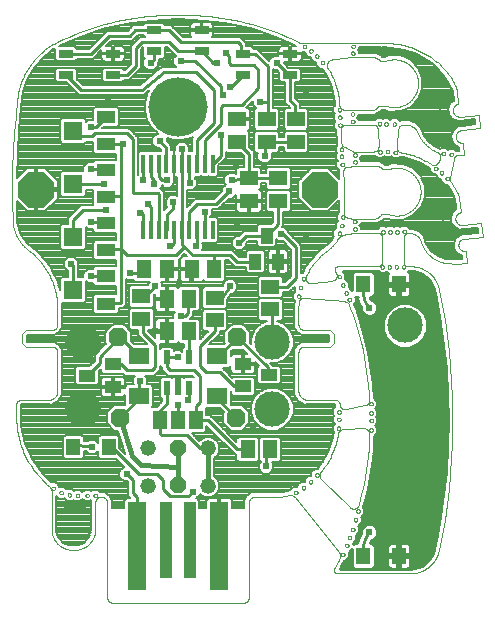
<source format=gbl>
G75*
%MOIN*%
%OFA0B0*%
%FSLAX25Y25*%
%IPPOS*%
%LPD*%
%AMOC8*
5,1,8,0,0,1.08239X$1,22.5*
%
%ADD10C,0.00197*%
%ADD11C,0.00000*%
%ADD12R,0.05000X0.02500*%
%ADD13R,0.05906X0.05118*%
%ADD14R,0.05512X0.03937*%
%ADD15R,0.07087X0.05512*%
%ADD16R,0.01181X0.06299*%
%ADD17OC8,0.06300*%
%ADD18R,0.03937X0.05512*%
%ADD19OC8,0.05200*%
%ADD20C,0.05200*%
%ADD21OC8,0.11811*%
%ADD22R,0.05906X0.29528*%
%ADD23R,0.03937X0.25591*%
%ADD24R,0.06300X0.04300*%
%ADD25R,0.06300X0.06300*%
%ADD26R,0.02165X0.04724*%
%ADD27R,0.04600X0.06300*%
%ADD28R,0.05118X0.05906*%
%ADD29R,0.04724X0.05512*%
%ADD30C,0.00787*%
%ADD31C,0.02400*%
%ADD32C,0.01000*%
%ADD33C,0.11811*%
%ADD34C,0.00700*%
%ADD35C,0.01600*%
%ADD36C,0.19748*%
D10*
X0028953Y0029365D02*
X0029740Y0029365D01*
X0029906Y0029367D01*
X0030073Y0029373D01*
X0030239Y0029383D01*
X0030405Y0029397D01*
X0030570Y0029415D01*
X0030736Y0029437D01*
X0030900Y0029463D01*
X0031064Y0029493D01*
X0031227Y0029527D01*
X0031389Y0029565D01*
X0031550Y0029607D01*
X0031710Y0029653D01*
X0031869Y0029702D01*
X0032027Y0029756D01*
X0032183Y0029813D01*
X0032338Y0029874D01*
X0032492Y0029938D01*
X0032643Y0030007D01*
X0032794Y0030079D01*
X0032942Y0030154D01*
X0033088Y0030233D01*
X0033233Y0030316D01*
X0033375Y0030402D01*
X0033516Y0030492D01*
X0033654Y0030585D01*
X0033790Y0030681D01*
X0033923Y0030780D01*
X0034054Y0030883D01*
X0034183Y0030989D01*
X0034309Y0031098D01*
X0034432Y0031210D01*
X0034553Y0031325D01*
X0034670Y0031442D01*
X0034785Y0031563D01*
X0034897Y0031686D01*
X0035006Y0031812D01*
X0035112Y0031941D01*
X0035215Y0032072D01*
X0035314Y0032205D01*
X0035410Y0032341D01*
X0035503Y0032479D01*
X0035593Y0032620D01*
X0035679Y0032762D01*
X0035762Y0032907D01*
X0035841Y0033053D01*
X0035916Y0033201D01*
X0035988Y0033352D01*
X0036057Y0033503D01*
X0036121Y0033657D01*
X0036182Y0033812D01*
X0036239Y0033968D01*
X0036293Y0034126D01*
X0036342Y0034285D01*
X0036388Y0034445D01*
X0036430Y0034606D01*
X0036468Y0034768D01*
X0036502Y0034931D01*
X0036532Y0035095D01*
X0036558Y0035259D01*
X0036580Y0035425D01*
X0036598Y0035590D01*
X0036612Y0035756D01*
X0036622Y0035922D01*
X0036628Y0036089D01*
X0036630Y0036255D01*
X0036630Y0045113D01*
X0038598Y0047082D02*
X0038684Y0047080D01*
X0038770Y0047075D01*
X0038855Y0047065D01*
X0038940Y0047052D01*
X0039024Y0047035D01*
X0039108Y0047015D01*
X0039190Y0046991D01*
X0039271Y0046963D01*
X0039352Y0046932D01*
X0039430Y0046898D01*
X0039507Y0046860D01*
X0039583Y0046818D01*
X0039656Y0046774D01*
X0039727Y0046726D01*
X0039797Y0046675D01*
X0039864Y0046621D01*
X0039928Y0046565D01*
X0039990Y0046505D01*
X0040050Y0046443D01*
X0040106Y0046379D01*
X0040160Y0046312D01*
X0040211Y0046242D01*
X0040259Y0046171D01*
X0040303Y0046098D01*
X0040345Y0046022D01*
X0040383Y0045945D01*
X0040417Y0045867D01*
X0040448Y0045786D01*
X0040476Y0045705D01*
X0040500Y0045623D01*
X0040520Y0045539D01*
X0040537Y0045455D01*
X0040550Y0045370D01*
X0040560Y0045285D01*
X0040565Y0045199D01*
X0040567Y0045113D01*
X0040567Y0013617D01*
X0040566Y0013617D02*
X0040568Y0013531D01*
X0040573Y0013445D01*
X0040583Y0013360D01*
X0040596Y0013275D01*
X0040613Y0013191D01*
X0040633Y0013107D01*
X0040657Y0013025D01*
X0040685Y0012944D01*
X0040716Y0012863D01*
X0040750Y0012785D01*
X0040788Y0012708D01*
X0040830Y0012633D01*
X0040874Y0012559D01*
X0040922Y0012488D01*
X0040973Y0012418D01*
X0041027Y0012351D01*
X0041083Y0012287D01*
X0041143Y0012225D01*
X0041205Y0012165D01*
X0041269Y0012109D01*
X0041336Y0012055D01*
X0041406Y0012004D01*
X0041477Y0011956D01*
X0041551Y0011912D01*
X0041626Y0011870D01*
X0041703Y0011832D01*
X0041781Y0011798D01*
X0041862Y0011767D01*
X0041943Y0011739D01*
X0042025Y0011715D01*
X0042109Y0011695D01*
X0042193Y0011678D01*
X0042278Y0011665D01*
X0042363Y0011655D01*
X0042449Y0011650D01*
X0042535Y0011648D01*
X0085843Y0011648D01*
X0085929Y0011650D01*
X0086015Y0011655D01*
X0086100Y0011665D01*
X0086185Y0011678D01*
X0086269Y0011695D01*
X0086353Y0011715D01*
X0086435Y0011739D01*
X0086516Y0011767D01*
X0086597Y0011798D01*
X0086675Y0011832D01*
X0086752Y0011870D01*
X0086828Y0011912D01*
X0086901Y0011956D01*
X0086972Y0012004D01*
X0087042Y0012055D01*
X0087109Y0012109D01*
X0087173Y0012165D01*
X0087235Y0012225D01*
X0087295Y0012287D01*
X0087351Y0012351D01*
X0087405Y0012418D01*
X0087456Y0012488D01*
X0087504Y0012559D01*
X0087548Y0012632D01*
X0087590Y0012708D01*
X0087628Y0012785D01*
X0087662Y0012863D01*
X0087693Y0012944D01*
X0087721Y0013025D01*
X0087745Y0013107D01*
X0087765Y0013191D01*
X0087782Y0013275D01*
X0087795Y0013360D01*
X0087805Y0013445D01*
X0087810Y0013531D01*
X0087812Y0013617D01*
X0087811Y0013617D02*
X0087811Y0045113D01*
X0087813Y0045199D01*
X0087818Y0045285D01*
X0087828Y0045370D01*
X0087841Y0045455D01*
X0087858Y0045539D01*
X0087878Y0045623D01*
X0087902Y0045705D01*
X0087930Y0045786D01*
X0087961Y0045867D01*
X0087995Y0045945D01*
X0088033Y0046022D01*
X0088075Y0046098D01*
X0088119Y0046171D01*
X0088167Y0046242D01*
X0088218Y0046312D01*
X0088272Y0046379D01*
X0088328Y0046443D01*
X0088388Y0046505D01*
X0088450Y0046565D01*
X0088514Y0046621D01*
X0088581Y0046675D01*
X0088651Y0046726D01*
X0088722Y0046774D01*
X0088796Y0046818D01*
X0088871Y0046860D01*
X0088948Y0046898D01*
X0089026Y0046932D01*
X0089107Y0046963D01*
X0089188Y0046991D01*
X0089270Y0047015D01*
X0089354Y0047035D01*
X0089438Y0047052D01*
X0089523Y0047065D01*
X0089608Y0047075D01*
X0089694Y0047080D01*
X0089780Y0047082D01*
X0089780Y0047081D02*
X0097260Y0047081D01*
X0100803Y0047475D02*
X0101156Y0047563D01*
X0101155Y0047563D02*
X0101240Y0047582D01*
X0101324Y0047598D01*
X0101410Y0047609D01*
X0101496Y0047617D01*
X0101582Y0047621D01*
X0101668Y0047622D01*
X0101754Y0047618D01*
X0101840Y0047611D01*
X0101926Y0047600D01*
X0102011Y0047585D01*
X0102095Y0047567D01*
X0102178Y0047545D01*
X0102260Y0047519D01*
X0102342Y0047490D01*
X0102421Y0047457D01*
X0102500Y0047421D01*
X0102576Y0047381D01*
X0102651Y0047338D01*
X0102724Y0047292D01*
X0102794Y0047243D01*
X0102863Y0047191D01*
X0102929Y0047135D01*
X0102993Y0047077D01*
X0103054Y0047016D01*
X0103112Y0046953D01*
X0103168Y0046887D01*
X0103167Y0046887D02*
X0117875Y0028592D01*
X0117925Y0028528D01*
X0117971Y0028462D01*
X0118014Y0028393D01*
X0118054Y0028323D01*
X0118091Y0028251D01*
X0118124Y0028177D01*
X0118154Y0028102D01*
X0118180Y0028025D01*
X0118203Y0027947D01*
X0118223Y0027869D01*
X0118238Y0027789D01*
X0118250Y0027709D01*
X0118258Y0027629D01*
X0118263Y0027548D01*
X0118264Y0027467D01*
X0118261Y0027386D01*
X0118254Y0027305D01*
X0118244Y0027225D01*
X0118230Y0027145D01*
X0118212Y0027066D01*
X0118191Y0026988D01*
X0118166Y0026911D01*
X0118138Y0026835D01*
X0117732Y0025822D01*
X0116354Y0023066D01*
X0116354Y0023065D02*
X0116323Y0023010D01*
X0116295Y0022952D01*
X0116270Y0022894D01*
X0116249Y0022833D01*
X0116232Y0022772D01*
X0116219Y0022709D01*
X0116209Y0022646D01*
X0116204Y0022583D01*
X0116202Y0022519D01*
X0116204Y0022455D01*
X0116210Y0022391D01*
X0116221Y0022328D01*
X0116235Y0022266D01*
X0116252Y0022205D01*
X0116274Y0022145D01*
X0116299Y0022086D01*
X0116328Y0022029D01*
X0116360Y0021974D01*
X0116395Y0021921D01*
X0116434Y0021870D01*
X0116476Y0021822D01*
X0116520Y0021776D01*
X0116568Y0021733D01*
X0116617Y0021693D01*
X0116670Y0021657D01*
X0116724Y0021623D01*
X0116780Y0021593D01*
X0116839Y0021567D01*
X0116898Y0021544D01*
X0116959Y0021525D01*
X0117021Y0021509D01*
X0117084Y0021498D01*
X0117147Y0021490D01*
X0117211Y0021486D01*
X0117275Y0021487D01*
X0117338Y0021491D01*
X0117339Y0021491D02*
X0141354Y0021491D01*
X0141594Y0021491D01*
X0141833Y0021496D01*
X0142072Y0021507D01*
X0142311Y0021524D01*
X0142550Y0021547D01*
X0142788Y0021575D01*
X0143025Y0021609D01*
X0143261Y0021649D01*
X0143497Y0021695D01*
X0143731Y0021746D01*
X0143963Y0021803D01*
X0144195Y0021866D01*
X0144424Y0021934D01*
X0144652Y0022007D01*
X0144879Y0022086D01*
X0145103Y0022171D01*
X0145325Y0022261D01*
X0145545Y0022356D01*
X0145762Y0022457D01*
X0145977Y0022563D01*
X0146190Y0022674D01*
X0146399Y0022790D01*
X0146606Y0022911D01*
X0146810Y0023037D01*
X0147010Y0023168D01*
X0147208Y0023303D01*
X0147402Y0023444D01*
X0147593Y0023589D01*
X0147780Y0023739D01*
X0147963Y0023893D01*
X0148143Y0024051D01*
X0148319Y0024214D01*
X0148490Y0024381D01*
X0148658Y0024552D01*
X0148822Y0024728D01*
X0148981Y0024907D01*
X0149136Y0025090D01*
X0149286Y0025276D01*
X0149432Y0025466D01*
X0149573Y0025660D01*
X0149710Y0025857D01*
X0149842Y0026057D01*
X0149968Y0026260D01*
X0150090Y0026466D01*
X0150207Y0026676D01*
X0150319Y0026888D01*
X0150426Y0027102D01*
X0150527Y0027319D01*
X0150623Y0027539D01*
X0150714Y0027760D01*
X0150799Y0027984D01*
X0150879Y0028210D01*
X0150954Y0028438D01*
X0151023Y0028667D01*
X0151086Y0028898D01*
X0151144Y0029131D01*
X0151196Y0029365D01*
X0124425Y0044326D02*
X0124401Y0044249D01*
X0124374Y0044173D01*
X0124343Y0044099D01*
X0124308Y0044026D01*
X0124270Y0043955D01*
X0124229Y0043886D01*
X0124185Y0043819D01*
X0124138Y0043754D01*
X0124087Y0043691D01*
X0124034Y0043631D01*
X0123978Y0043573D01*
X0123919Y0043518D01*
X0123858Y0043466D01*
X0123795Y0043417D01*
X0123729Y0043370D01*
X0123661Y0043327D01*
X0123591Y0043287D01*
X0123519Y0043251D01*
X0123446Y0043218D01*
X0123371Y0043188D01*
X0123295Y0043162D01*
X0123218Y0043139D01*
X0123140Y0043120D01*
X0123061Y0043105D01*
X0122981Y0043093D01*
X0122901Y0043086D01*
X0122821Y0043082D01*
X0122741Y0043081D01*
X0122660Y0043085D01*
X0122580Y0043092D01*
X0122501Y0043103D01*
X0122421Y0043118D01*
X0122343Y0043136D01*
X0122266Y0043158D01*
X0122190Y0043184D01*
X0122115Y0043213D01*
X0122041Y0043246D01*
X0121969Y0043282D01*
X0121899Y0043321D01*
X0121831Y0043364D01*
X0121765Y0043410D01*
X0121701Y0043459D01*
X0121639Y0043510D01*
X0121580Y0043565D01*
X0112015Y0052840D01*
X0111952Y0052893D01*
X0111892Y0052949D01*
X0111835Y0053009D01*
X0111780Y0053070D01*
X0111728Y0053135D01*
X0111680Y0053201D01*
X0111635Y0053270D01*
X0111593Y0053341D01*
X0111554Y0053414D01*
X0111519Y0053488D01*
X0111488Y0053565D01*
X0111460Y0053642D01*
X0111436Y0053721D01*
X0111416Y0053801D01*
X0111399Y0053881D01*
X0111387Y0053963D01*
X0111378Y0054045D01*
X0111373Y0054127D01*
X0111372Y0054209D01*
X0111375Y0054292D01*
X0111382Y0054374D01*
X0111393Y0054455D01*
X0111407Y0054537D01*
X0111426Y0054617D01*
X0111448Y0054696D01*
X0111474Y0054774D01*
X0111504Y0054851D01*
X0111537Y0054927D01*
X0111574Y0055000D01*
X0111614Y0055072D01*
X0111658Y0055142D01*
X0111705Y0055210D01*
X0111827Y0055349D01*
X0117535Y0067948D02*
X0117623Y0068299D01*
X0117645Y0068376D01*
X0117669Y0068452D01*
X0117698Y0068527D01*
X0117730Y0068601D01*
X0117766Y0068673D01*
X0117804Y0068743D01*
X0117847Y0068811D01*
X0117892Y0068877D01*
X0117941Y0068941D01*
X0117992Y0069002D01*
X0118046Y0069061D01*
X0118104Y0069117D01*
X0118163Y0069171D01*
X0118225Y0069221D01*
X0118290Y0069269D01*
X0118357Y0069313D01*
X0118425Y0069354D01*
X0118496Y0069392D01*
X0118568Y0069426D01*
X0118642Y0069457D01*
X0118718Y0069485D01*
X0118794Y0069509D01*
X0118872Y0069529D01*
X0118950Y0069545D01*
X0119029Y0069558D01*
X0119109Y0069567D01*
X0119189Y0069572D01*
X0126395Y0069855D01*
X0126476Y0069847D01*
X0126556Y0069835D01*
X0126636Y0069819D01*
X0126715Y0069800D01*
X0126793Y0069777D01*
X0126869Y0069750D01*
X0126945Y0069719D01*
X0127018Y0069685D01*
X0127090Y0069648D01*
X0127161Y0069607D01*
X0127229Y0069563D01*
X0127295Y0069516D01*
X0127359Y0069465D01*
X0127420Y0069412D01*
X0127479Y0069356D01*
X0127535Y0069297D01*
X0127588Y0069236D01*
X0127638Y0069172D01*
X0127685Y0069106D01*
X0127729Y0069038D01*
X0127770Y0068967D01*
X0127807Y0068895D01*
X0127841Y0068821D01*
X0127871Y0068746D01*
X0127898Y0068669D01*
X0127921Y0068591D01*
X0127940Y0068512D01*
X0127956Y0068433D01*
X0127967Y0068352D01*
X0127975Y0068272D01*
X0127979Y0068190D01*
X0127980Y0068109D01*
X0127976Y0068028D01*
X0127969Y0067947D01*
X0126626Y0077521D02*
X0120056Y0076208D01*
X0120057Y0076207D02*
X0119978Y0076194D01*
X0119900Y0076184D01*
X0119821Y0076178D01*
X0119742Y0076176D01*
X0119662Y0076178D01*
X0119583Y0076184D01*
X0119505Y0076193D01*
X0119426Y0076207D01*
X0119349Y0076224D01*
X0119273Y0076245D01*
X0119197Y0076270D01*
X0119123Y0076298D01*
X0119051Y0076330D01*
X0118980Y0076366D01*
X0118911Y0076405D01*
X0118844Y0076447D01*
X0118779Y0076493D01*
X0118717Y0076542D01*
X0118657Y0076594D01*
X0118599Y0076648D01*
X0118545Y0076706D01*
X0118493Y0076766D01*
X0118444Y0076828D01*
X0118398Y0076893D01*
X0118356Y0076960D01*
X0118317Y0077029D01*
X0118281Y0077100D01*
X0118249Y0077172D01*
X0118220Y0077246D01*
X0118196Y0077321D01*
X0118174Y0077398D01*
X0118157Y0077475D01*
X0118143Y0077553D01*
X0118134Y0077632D01*
X0118128Y0077711D01*
X0118126Y0077790D01*
X0118123Y0077869D01*
X0118116Y0077947D01*
X0118105Y0078025D01*
X0118090Y0078102D01*
X0118072Y0078178D01*
X0118050Y0078253D01*
X0118024Y0078327D01*
X0117995Y0078400D01*
X0117962Y0078471D01*
X0117926Y0078541D01*
X0117886Y0078609D01*
X0117843Y0078674D01*
X0117797Y0078738D01*
X0117748Y0078799D01*
X0117695Y0078858D01*
X0117640Y0078914D01*
X0117583Y0078967D01*
X0117523Y0079017D01*
X0117460Y0079065D01*
X0117395Y0079109D01*
X0117328Y0079150D01*
X0117259Y0079187D01*
X0117189Y0079222D01*
X0117116Y0079252D01*
X0117043Y0079280D01*
X0116968Y0079303D01*
X0116892Y0079323D01*
X0116815Y0079339D01*
X0116738Y0079351D01*
X0116660Y0079359D01*
X0116581Y0079364D01*
X0116503Y0079365D01*
X0107567Y0079365D01*
X0107459Y0079360D01*
X0107351Y0079359D01*
X0107243Y0079362D01*
X0107135Y0079368D01*
X0107027Y0079378D01*
X0106920Y0079393D01*
X0106813Y0079411D01*
X0106707Y0079432D01*
X0106602Y0079458D01*
X0106498Y0079487D01*
X0106395Y0079520D01*
X0106293Y0079557D01*
X0106193Y0079597D01*
X0106094Y0079641D01*
X0105996Y0079688D01*
X0105901Y0079739D01*
X0105807Y0079793D01*
X0105716Y0079851D01*
X0105626Y0079911D01*
X0105539Y0079975D01*
X0105454Y0080042D01*
X0105371Y0080112D01*
X0105291Y0080185D01*
X0105214Y0080260D01*
X0105139Y0080339D01*
X0105067Y0080419D01*
X0104999Y0080503D01*
X0104933Y0080589D01*
X0104870Y0080677D01*
X0104811Y0080767D01*
X0104754Y0080860D01*
X0104701Y0080954D01*
X0104652Y0081050D01*
X0104606Y0081148D01*
X0104563Y0081247D01*
X0104524Y0081348D01*
X0104489Y0081451D01*
X0104457Y0081554D01*
X0104429Y0081658D01*
X0104405Y0081764D01*
X0104385Y0081870D01*
X0104368Y0081977D01*
X0104355Y0082084D01*
X0104346Y0082192D01*
X0104346Y0095113D01*
X0104348Y0095199D01*
X0104353Y0095285D01*
X0104363Y0095370D01*
X0104376Y0095455D01*
X0104393Y0095539D01*
X0104413Y0095623D01*
X0104437Y0095705D01*
X0104465Y0095786D01*
X0104496Y0095867D01*
X0104530Y0095945D01*
X0104568Y0096022D01*
X0104610Y0096098D01*
X0104654Y0096171D01*
X0104702Y0096242D01*
X0104753Y0096312D01*
X0104807Y0096379D01*
X0104863Y0096443D01*
X0104923Y0096505D01*
X0104985Y0096565D01*
X0105049Y0096621D01*
X0105116Y0096675D01*
X0105186Y0096726D01*
X0105257Y0096774D01*
X0105331Y0096818D01*
X0105406Y0096860D01*
X0105483Y0096898D01*
X0105561Y0096932D01*
X0105642Y0096963D01*
X0105723Y0096991D01*
X0105805Y0097015D01*
X0105889Y0097035D01*
X0105973Y0097052D01*
X0106058Y0097065D01*
X0106143Y0097075D01*
X0106229Y0097080D01*
X0106315Y0097082D01*
X0106315Y0097081D02*
X0114976Y0097081D01*
X0116157Y0098262D01*
X0116157Y0101412D01*
X0114976Y0102593D01*
X0106315Y0102593D01*
X0106229Y0102595D01*
X0106143Y0102600D01*
X0106058Y0102610D01*
X0105973Y0102623D01*
X0105889Y0102640D01*
X0105805Y0102660D01*
X0105723Y0102684D01*
X0105642Y0102712D01*
X0105561Y0102743D01*
X0105483Y0102777D01*
X0105406Y0102815D01*
X0105331Y0102857D01*
X0105257Y0102901D01*
X0105186Y0102949D01*
X0105116Y0103000D01*
X0105049Y0103054D01*
X0104985Y0103110D01*
X0104923Y0103170D01*
X0104863Y0103232D01*
X0104807Y0103296D01*
X0104753Y0103363D01*
X0104702Y0103433D01*
X0104654Y0103504D01*
X0104610Y0103578D01*
X0104568Y0103653D01*
X0104530Y0103730D01*
X0104496Y0103808D01*
X0104465Y0103889D01*
X0104437Y0103970D01*
X0104413Y0104052D01*
X0104393Y0104136D01*
X0104376Y0104220D01*
X0104363Y0104305D01*
X0104353Y0104390D01*
X0104348Y0104476D01*
X0104346Y0104562D01*
X0104346Y0109680D01*
X0104543Y0112042D02*
X0104554Y0112120D01*
X0104570Y0112197D01*
X0104589Y0112274D01*
X0104611Y0112349D01*
X0104638Y0112423D01*
X0104668Y0112496D01*
X0104701Y0112567D01*
X0104738Y0112637D01*
X0104778Y0112704D01*
X0104821Y0112770D01*
X0104868Y0112834D01*
X0104917Y0112895D01*
X0104969Y0112954D01*
X0105024Y0113010D01*
X0105082Y0113063D01*
X0105142Y0113114D01*
X0105205Y0113161D01*
X0105270Y0113206D01*
X0105337Y0113247D01*
X0105405Y0113285D01*
X0105476Y0113320D01*
X0105548Y0113352D01*
X0105622Y0113379D01*
X0105697Y0113404D01*
X0105773Y0113424D01*
X0105849Y0113441D01*
X0105927Y0113454D01*
X0106005Y0113464D01*
X0106084Y0113469D01*
X0106162Y0113471D01*
X0106241Y0113469D01*
X0106319Y0113463D01*
X0106320Y0113463D02*
X0119864Y0112141D01*
X0119863Y0112141D02*
X0119943Y0112131D01*
X0120021Y0112118D01*
X0120100Y0112101D01*
X0120177Y0112080D01*
X0120253Y0112056D01*
X0120328Y0112028D01*
X0120401Y0111996D01*
X0120473Y0111961D01*
X0120543Y0111923D01*
X0120611Y0111881D01*
X0120677Y0111836D01*
X0120741Y0111788D01*
X0120803Y0111737D01*
X0120862Y0111683D01*
X0120918Y0111627D01*
X0120972Y0111567D01*
X0121023Y0111506D01*
X0121071Y0111442D01*
X0121116Y0111376D01*
X0121157Y0111307D01*
X0121195Y0111237D01*
X0121230Y0111165D01*
X0121262Y0111092D01*
X0121669Y0110073D01*
X0104544Y0112042D02*
X0104501Y0111808D01*
X0104463Y0111574D01*
X0104430Y0111339D01*
X0104402Y0111103D01*
X0104380Y0110866D01*
X0104363Y0110629D01*
X0104351Y0110392D01*
X0104345Y0110155D01*
X0104343Y0109917D01*
X0104347Y0109680D01*
X0108874Y0118193D02*
X0115559Y0119131D01*
X0115559Y0119132D02*
X0115638Y0119140D01*
X0115718Y0119152D01*
X0115796Y0119168D01*
X0115874Y0119188D01*
X0115950Y0119212D01*
X0116026Y0119239D01*
X0116100Y0119269D01*
X0116172Y0119304D01*
X0116243Y0119341D01*
X0116312Y0119382D01*
X0116378Y0119426D01*
X0116443Y0119474D01*
X0116505Y0119524D01*
X0116565Y0119577D01*
X0116622Y0119634D01*
X0116677Y0119692D01*
X0116728Y0119754D01*
X0116777Y0119817D01*
X0116822Y0119883D01*
X0116864Y0119952D01*
X0116903Y0120022D01*
X0116939Y0120093D01*
X0116971Y0120167D01*
X0116999Y0120242D01*
X0117024Y0120318D01*
X0117046Y0120395D01*
X0117063Y0120473D01*
X0117077Y0120552D01*
X0117087Y0120632D01*
X0117093Y0120712D01*
X0117095Y0120792D01*
X0117093Y0120872D01*
X0117088Y0120952D01*
X0117079Y0121031D01*
X0117066Y0121110D01*
X0117049Y0121189D01*
X0117028Y0121266D01*
X0117004Y0121342D01*
X0116976Y0121418D01*
X0116945Y0121491D01*
X0116551Y0122278D01*
X0116521Y0122334D01*
X0116495Y0122391D01*
X0116472Y0122450D01*
X0116453Y0122510D01*
X0116437Y0122571D01*
X0116425Y0122633D01*
X0116417Y0122695D01*
X0116412Y0122758D01*
X0116411Y0122821D01*
X0116414Y0122884D01*
X0116421Y0122947D01*
X0116431Y0123009D01*
X0116445Y0123070D01*
X0116463Y0123131D01*
X0116484Y0123190D01*
X0116509Y0123248D01*
X0116537Y0123305D01*
X0116569Y0123359D01*
X0116603Y0123412D01*
X0116641Y0123462D01*
X0116682Y0123511D01*
X0116725Y0123556D01*
X0116772Y0123599D01*
X0116820Y0123639D01*
X0116871Y0123676D01*
X0116924Y0123710D01*
X0116979Y0123741D01*
X0117036Y0123769D01*
X0117094Y0123793D01*
X0117154Y0123813D01*
X0117215Y0123830D01*
X0117276Y0123843D01*
X0117338Y0123853D01*
X0117339Y0123853D02*
X0130724Y0123853D01*
X0130801Y0123855D01*
X0130878Y0123861D01*
X0130955Y0123870D01*
X0131031Y0123883D01*
X0131107Y0123900D01*
X0131181Y0123921D01*
X0131255Y0123945D01*
X0131327Y0123973D01*
X0131397Y0124004D01*
X0131466Y0124039D01*
X0131534Y0124077D01*
X0131599Y0124118D01*
X0131662Y0124163D01*
X0131723Y0124211D01*
X0131782Y0124261D01*
X0131838Y0124314D01*
X0131891Y0124370D01*
X0131941Y0124429D01*
X0131989Y0124490D01*
X0132034Y0124553D01*
X0132075Y0124618D01*
X0132113Y0124686D01*
X0132148Y0124755D01*
X0132179Y0124825D01*
X0132207Y0124897D01*
X0132231Y0124971D01*
X0132252Y0125045D01*
X0132269Y0125121D01*
X0132282Y0125197D01*
X0132291Y0125274D01*
X0132297Y0125351D01*
X0132299Y0125428D01*
X0132299Y0133400D01*
X0132297Y0133477D01*
X0132291Y0133554D01*
X0132282Y0133631D01*
X0132269Y0133707D01*
X0132252Y0133783D01*
X0132231Y0133857D01*
X0132207Y0133931D01*
X0132179Y0134003D01*
X0132148Y0134073D01*
X0132113Y0134142D01*
X0132075Y0134210D01*
X0132034Y0134275D01*
X0131989Y0134338D01*
X0131941Y0134399D01*
X0131891Y0134458D01*
X0131838Y0134514D01*
X0131782Y0134567D01*
X0131723Y0134617D01*
X0131662Y0134665D01*
X0131599Y0134710D01*
X0131534Y0134751D01*
X0131466Y0134789D01*
X0131397Y0134824D01*
X0131327Y0134855D01*
X0131255Y0134883D01*
X0131181Y0134907D01*
X0131107Y0134928D01*
X0131031Y0134945D01*
X0130955Y0134958D01*
X0130878Y0134967D01*
X0130801Y0134973D01*
X0130724Y0134975D01*
X0123047Y0134975D01*
X0122779Y0134926D02*
X0118800Y0134143D01*
X0117637Y0133308D02*
X0117240Y0132613D01*
X0117637Y0133307D02*
X0117679Y0133378D01*
X0117725Y0133446D01*
X0117774Y0133512D01*
X0117826Y0133575D01*
X0117881Y0133636D01*
X0117938Y0133694D01*
X0117999Y0133750D01*
X0118062Y0133802D01*
X0118127Y0133852D01*
X0118195Y0133898D01*
X0118265Y0133941D01*
X0118337Y0133980D01*
X0118410Y0134016D01*
X0118486Y0134049D01*
X0118562Y0134078D01*
X0118640Y0134103D01*
X0118719Y0134125D01*
X0118799Y0134143D01*
X0122779Y0134926D02*
X0122845Y0134943D01*
X0122912Y0134957D01*
X0122979Y0134968D01*
X0123047Y0134975D01*
X0123082Y0139680D02*
X0129228Y0139680D01*
X0131984Y0141255D02*
X0134346Y0141255D01*
X0131984Y0141255D02*
X0131922Y0141159D01*
X0131856Y0141066D01*
X0131788Y0140975D01*
X0131716Y0140886D01*
X0131642Y0140800D01*
X0131564Y0140716D01*
X0131484Y0140635D01*
X0131401Y0140557D01*
X0131316Y0140482D01*
X0131228Y0140409D01*
X0131137Y0140340D01*
X0131045Y0140274D01*
X0130950Y0140211D01*
X0130853Y0140151D01*
X0130754Y0140094D01*
X0130653Y0140041D01*
X0130550Y0139991D01*
X0130446Y0139945D01*
X0130341Y0139903D01*
X0130234Y0139863D01*
X0130125Y0139828D01*
X0130016Y0139796D01*
X0129905Y0139768D01*
X0129794Y0139744D01*
X0129682Y0139724D01*
X0129569Y0139707D01*
X0129456Y0139694D01*
X0129342Y0139685D01*
X0129228Y0139680D01*
X0123082Y0139680D02*
X0123006Y0139682D01*
X0122930Y0139687D01*
X0122855Y0139697D01*
X0122780Y0139709D01*
X0122779Y0139709D02*
X0120759Y0140104D01*
X0120759Y0140105D02*
X0120680Y0140122D01*
X0120602Y0140143D01*
X0120524Y0140168D01*
X0120449Y0140197D01*
X0120374Y0140229D01*
X0120301Y0140265D01*
X0120231Y0140304D01*
X0120162Y0140346D01*
X0120095Y0140392D01*
X0120030Y0140441D01*
X0119968Y0140493D01*
X0119908Y0140548D01*
X0119851Y0140606D01*
X0119797Y0140666D01*
X0119746Y0140729D01*
X0119698Y0140794D01*
X0119653Y0140862D01*
X0119611Y0140931D01*
X0119573Y0141002D01*
X0119538Y0141076D01*
X0119507Y0141150D01*
X0119479Y0141227D01*
X0119455Y0141304D01*
X0119435Y0141383D01*
X0119419Y0141462D01*
X0119406Y0141542D01*
X0119397Y0141623D01*
X0119392Y0141703D01*
X0119391Y0141784D01*
X0119394Y0141865D01*
X0119394Y0141866D02*
X0119406Y0142062D01*
X0119504Y0144719D01*
X0119239Y0155245D02*
X0119235Y0155327D01*
X0119234Y0155408D01*
X0119237Y0155490D01*
X0119244Y0155571D01*
X0119255Y0155652D01*
X0119269Y0155732D01*
X0119287Y0155812D01*
X0119309Y0155891D01*
X0119334Y0155968D01*
X0119363Y0156045D01*
X0119395Y0156120D01*
X0119431Y0156193D01*
X0119470Y0156265D01*
X0119512Y0156334D01*
X0119558Y0156402D01*
X0119606Y0156468D01*
X0119658Y0156531D01*
X0119712Y0156592D01*
X0119769Y0156650D01*
X0119829Y0156706D01*
X0119891Y0156759D01*
X0119956Y0156808D01*
X0120023Y0156855D01*
X0120092Y0156899D01*
X0120163Y0156939D01*
X0120235Y0156977D01*
X0120310Y0157010D01*
X0120385Y0157041D01*
X0120462Y0157068D01*
X0120541Y0157091D01*
X0120620Y0157110D01*
X0120700Y0157126D01*
X0120781Y0157139D01*
X0120781Y0157138D02*
X0122949Y0157416D01*
X0130016Y0157396D01*
X0132378Y0156215D02*
X0134346Y0156215D01*
X0132378Y0156216D02*
X0132318Y0156298D01*
X0132254Y0156378D01*
X0132188Y0156455D01*
X0132119Y0156530D01*
X0132048Y0156602D01*
X0131973Y0156672D01*
X0131897Y0156739D01*
X0131818Y0156804D01*
X0131736Y0156865D01*
X0131653Y0156923D01*
X0131567Y0156978D01*
X0131480Y0157030D01*
X0131390Y0157079D01*
X0131299Y0157125D01*
X0131206Y0157167D01*
X0131112Y0157206D01*
X0131017Y0157241D01*
X0130920Y0157273D01*
X0130822Y0157301D01*
X0130723Y0157326D01*
X0130623Y0157347D01*
X0130523Y0157365D01*
X0130422Y0157379D01*
X0130321Y0157389D01*
X0130219Y0157395D01*
X0130117Y0157398D01*
X0130015Y0157397D01*
X0129473Y0162140D02*
X0122949Y0162140D01*
X0119759Y0163550D01*
X0119682Y0163587D01*
X0119607Y0163626D01*
X0119533Y0163669D01*
X0119462Y0163716D01*
X0119392Y0163765D01*
X0119326Y0163818D01*
X0119261Y0163874D01*
X0119199Y0163933D01*
X0119140Y0163994D01*
X0119084Y0164058D01*
X0119030Y0164125D01*
X0118980Y0164193D01*
X0118933Y0164265D01*
X0118890Y0164338D01*
X0118849Y0164413D01*
X0118812Y0164490D01*
X0118779Y0164568D01*
X0118749Y0164648D01*
X0118723Y0164729D01*
X0118701Y0164812D01*
X0118683Y0164895D01*
X0118668Y0164979D01*
X0118657Y0165063D01*
X0118650Y0165148D01*
X0118618Y0165684D01*
X0118520Y0167751D01*
X0118428Y0169304D01*
X0118429Y0169305D02*
X0118426Y0169386D01*
X0118427Y0169467D01*
X0118432Y0169548D01*
X0118441Y0169628D01*
X0118454Y0169709D01*
X0118470Y0169788D01*
X0118490Y0169867D01*
X0118514Y0169944D01*
X0118542Y0170020D01*
X0118573Y0170095D01*
X0118608Y0170168D01*
X0118647Y0170240D01*
X0118688Y0170309D01*
X0118733Y0170377D01*
X0118782Y0170442D01*
X0118833Y0170505D01*
X0118887Y0170565D01*
X0118944Y0170623D01*
X0119004Y0170678D01*
X0119066Y0170730D01*
X0119131Y0170779D01*
X0119198Y0170825D01*
X0119267Y0170867D01*
X0119338Y0170906D01*
X0119411Y0170942D01*
X0119486Y0170974D01*
X0119562Y0171003D01*
X0119639Y0171027D01*
X0119717Y0171049D01*
X0119796Y0171066D01*
X0119876Y0171080D01*
X0119957Y0171089D01*
X0120038Y0171095D01*
X0120119Y0171097D01*
X0129217Y0171097D01*
X0129295Y0171095D01*
X0129372Y0171089D01*
X0129449Y0171080D01*
X0129525Y0171067D01*
X0129601Y0171049D01*
X0129676Y0171029D01*
X0129749Y0171004D01*
X0129822Y0170976D01*
X0129892Y0170945D01*
X0129962Y0170910D01*
X0130029Y0170871D01*
X0130095Y0170830D01*
X0130158Y0170785D01*
X0130219Y0170737D01*
X0130278Y0170686D01*
X0130334Y0170633D01*
X0130387Y0170576D01*
X0130437Y0170518D01*
X0130485Y0170456D01*
X0130529Y0170393D01*
X0130571Y0170327D01*
X0130609Y0170259D01*
X0130643Y0170190D01*
X0130674Y0170119D01*
X0130702Y0170046D01*
X0130726Y0169973D01*
X0130746Y0169898D01*
X0130763Y0169822D01*
X0130776Y0169746D01*
X0130785Y0169669D01*
X0130790Y0169591D01*
X0130791Y0169592D02*
X0131046Y0163784D01*
X0131048Y0163707D01*
X0131046Y0163630D01*
X0131040Y0163553D01*
X0131030Y0163477D01*
X0131016Y0163401D01*
X0130999Y0163326D01*
X0130978Y0163252D01*
X0130954Y0163179D01*
X0130926Y0163107D01*
X0130894Y0163036D01*
X0130859Y0162968D01*
X0130821Y0162901D01*
X0130780Y0162836D01*
X0130735Y0162773D01*
X0130688Y0162712D01*
X0130637Y0162654D01*
X0130584Y0162598D01*
X0130528Y0162545D01*
X0130469Y0162495D01*
X0130409Y0162448D01*
X0130346Y0162404D01*
X0130280Y0162363D01*
X0130213Y0162325D01*
X0130144Y0162290D01*
X0130074Y0162259D01*
X0130002Y0162231D01*
X0129929Y0162207D01*
X0129854Y0162187D01*
X0129779Y0162170D01*
X0129703Y0162157D01*
X0129627Y0162148D01*
X0129550Y0162142D01*
X0129473Y0162140D01*
X0149622Y0192751D02*
X0149022Y0193181D01*
X0148412Y0193598D01*
X0147792Y0194001D01*
X0147163Y0194390D01*
X0146526Y0194763D01*
X0145880Y0195122D01*
X0145226Y0195466D01*
X0144564Y0195795D01*
X0143895Y0196108D01*
X0143218Y0196406D01*
X0142535Y0196688D01*
X0133480Y0192357D02*
X0131512Y0192357D01*
X0129150Y0193538D02*
X0122063Y0193538D01*
X0116480Y0192980D01*
X0115845Y0192861D02*
X0115194Y0192680D01*
X0115194Y0192679D02*
X0115112Y0192655D01*
X0115032Y0192626D01*
X0114953Y0192594D01*
X0114876Y0192558D01*
X0114800Y0192519D01*
X0114726Y0192477D01*
X0114654Y0192431D01*
X0114585Y0192381D01*
X0114517Y0192329D01*
X0114452Y0192274D01*
X0114390Y0192215D01*
X0114331Y0192154D01*
X0114274Y0192090D01*
X0114221Y0192024D01*
X0114170Y0191955D01*
X0114123Y0191884D01*
X0114079Y0191811D01*
X0114038Y0191736D01*
X0114001Y0191660D01*
X0113967Y0191581D01*
X0113938Y0191501D01*
X0113911Y0191420D01*
X0113889Y0191338D01*
X0113870Y0191255D01*
X0113855Y0191171D01*
X0113844Y0191086D01*
X0113837Y0191001D01*
X0113834Y0190916D01*
X0113835Y0190831D01*
X0113840Y0190746D01*
X0113848Y0190661D01*
X0113861Y0190577D01*
X0113877Y0190493D01*
X0113897Y0190410D01*
X0113921Y0190328D01*
X0113949Y0190248D01*
X0113980Y0190168D01*
X0114015Y0190090D01*
X0114053Y0190014D01*
X0114095Y0189940D01*
X0114141Y0189868D01*
X0114189Y0189798D01*
X0115845Y0192860D02*
X0115949Y0192887D01*
X0116055Y0192912D01*
X0116160Y0192933D01*
X0116267Y0192952D01*
X0116374Y0192967D01*
X0116481Y0192979D01*
X0122063Y0198262D02*
X0105596Y0198262D01*
X0105597Y0198262D02*
X0105502Y0198266D01*
X0105407Y0198274D01*
X0105313Y0198285D01*
X0105219Y0198301D01*
X0105127Y0198320D01*
X0105034Y0198343D01*
X0104943Y0198369D01*
X0104854Y0198400D01*
X0104765Y0198434D01*
X0104678Y0198471D01*
X0104592Y0198512D01*
X0104509Y0198557D01*
X0104427Y0198605D01*
X0104347Y0198656D01*
X0122063Y0198262D02*
X0132299Y0198262D01*
X0129149Y0193539D02*
X0129251Y0193540D01*
X0129353Y0193537D01*
X0129455Y0193531D01*
X0129556Y0193521D01*
X0129657Y0193507D01*
X0129757Y0193489D01*
X0129857Y0193468D01*
X0129956Y0193443D01*
X0130054Y0193415D01*
X0130151Y0193383D01*
X0130246Y0193348D01*
X0130340Y0193309D01*
X0130433Y0193267D01*
X0130524Y0193221D01*
X0130614Y0193172D01*
X0130701Y0193120D01*
X0130787Y0193065D01*
X0130870Y0193007D01*
X0130952Y0192946D01*
X0131031Y0192881D01*
X0131107Y0192814D01*
X0131182Y0192744D01*
X0131253Y0192672D01*
X0131322Y0192597D01*
X0131388Y0192520D01*
X0131452Y0192440D01*
X0131512Y0192358D01*
X0133480Y0192357D02*
X0133664Y0192423D01*
X0133850Y0192484D01*
X0134037Y0192540D01*
X0134225Y0192591D01*
X0134415Y0192638D01*
X0134606Y0192681D01*
X0134797Y0192718D01*
X0134990Y0192751D01*
X0135183Y0192779D01*
X0135377Y0192803D01*
X0135572Y0192821D01*
X0135767Y0192835D01*
X0135962Y0192844D01*
X0136157Y0192849D01*
X0136352Y0192848D01*
X0136548Y0192843D01*
X0136743Y0192833D01*
X0136938Y0192818D01*
X0137132Y0192798D01*
X0137326Y0192774D01*
X0137519Y0192745D01*
X0137712Y0192711D01*
X0137903Y0192673D01*
X0138094Y0192630D01*
X0138283Y0192582D01*
X0138471Y0192529D01*
X0138658Y0192472D01*
X0138843Y0192411D01*
X0139027Y0192344D01*
X0139209Y0192274D01*
X0139390Y0192199D01*
X0139568Y0192119D01*
X0139745Y0192035D01*
X0139919Y0191947D01*
X0140091Y0191855D01*
X0140261Y0191758D01*
X0140428Y0191658D01*
X0140593Y0191553D01*
X0140756Y0191444D01*
X0140915Y0191331D01*
X0141072Y0191215D01*
X0141226Y0191094D01*
X0141377Y0190970D01*
X0141524Y0190842D01*
X0141669Y0190711D01*
X0141810Y0190576D01*
X0141948Y0190438D01*
X0142083Y0190296D01*
X0142214Y0190151D01*
X0142341Y0190003D01*
X0142465Y0189852D01*
X0142585Y0189698D01*
X0142701Y0189541D01*
X0142814Y0189381D01*
X0142922Y0189219D01*
X0143026Y0189053D01*
X0143127Y0188886D01*
X0143223Y0188716D01*
X0143315Y0188543D01*
X0143403Y0188369D01*
X0143486Y0188192D01*
X0143565Y0188013D01*
X0143640Y0187833D01*
X0143710Y0187651D01*
X0143776Y0187467D01*
X0143837Y0187281D01*
X0143893Y0187094D01*
X0143946Y0186906D01*
X0143993Y0186716D01*
X0144036Y0186526D01*
X0144074Y0186334D01*
X0144107Y0186142D01*
X0144136Y0185948D01*
X0144160Y0185754D01*
X0144179Y0185560D01*
X0144193Y0185365D01*
X0144203Y0185170D01*
X0144207Y0184975D01*
X0144207Y0184779D01*
X0144203Y0184584D01*
X0144193Y0184389D01*
X0144179Y0184194D01*
X0144160Y0184000D01*
X0144136Y0183806D01*
X0144107Y0183612D01*
X0144074Y0183420D01*
X0144036Y0183228D01*
X0143993Y0183038D01*
X0143946Y0182848D01*
X0143893Y0182660D01*
X0143837Y0182473D01*
X0143776Y0182287D01*
X0143710Y0182103D01*
X0143640Y0181921D01*
X0143565Y0181741D01*
X0143486Y0181562D01*
X0143403Y0181385D01*
X0143315Y0181211D01*
X0143223Y0181038D01*
X0143127Y0180868D01*
X0143026Y0180701D01*
X0142922Y0180535D01*
X0142814Y0180373D01*
X0142701Y0180213D01*
X0142585Y0180056D01*
X0142465Y0179902D01*
X0142341Y0179751D01*
X0142214Y0179603D01*
X0142083Y0179458D01*
X0141948Y0179316D01*
X0141810Y0179178D01*
X0141669Y0179043D01*
X0141524Y0178912D01*
X0141377Y0178784D01*
X0141226Y0178660D01*
X0141072Y0178539D01*
X0140915Y0178423D01*
X0140756Y0178310D01*
X0140593Y0178201D01*
X0140428Y0178096D01*
X0140261Y0177996D01*
X0140091Y0177899D01*
X0139919Y0177807D01*
X0139745Y0177719D01*
X0139568Y0177635D01*
X0139390Y0177555D01*
X0139209Y0177480D01*
X0139027Y0177410D01*
X0138843Y0177343D01*
X0138658Y0177282D01*
X0138471Y0177225D01*
X0138283Y0177172D01*
X0138094Y0177124D01*
X0137903Y0177081D01*
X0137712Y0177043D01*
X0137519Y0177009D01*
X0137326Y0176980D01*
X0137132Y0176956D01*
X0136938Y0176936D01*
X0136743Y0176921D01*
X0136548Y0176911D01*
X0136352Y0176906D01*
X0136157Y0176905D01*
X0135962Y0176910D01*
X0135767Y0176919D01*
X0135572Y0176933D01*
X0135377Y0176951D01*
X0135183Y0176975D01*
X0134990Y0177003D01*
X0134797Y0177036D01*
X0134606Y0177073D01*
X0134415Y0177116D01*
X0134225Y0177163D01*
X0134037Y0177214D01*
X0133850Y0177270D01*
X0133664Y0177331D01*
X0133480Y0177397D01*
X0133480Y0177396D02*
X0131118Y0177396D01*
X0128362Y0175822D02*
X0122142Y0175822D01*
X0121985Y0175829D02*
X0119480Y0176080D01*
X0119480Y0176079D02*
X0119399Y0176089D01*
X0119318Y0176103D01*
X0119238Y0176121D01*
X0119160Y0176143D01*
X0119082Y0176169D01*
X0119006Y0176198D01*
X0118931Y0176231D01*
X0118858Y0176268D01*
X0118787Y0176308D01*
X0118717Y0176351D01*
X0118650Y0176398D01*
X0118586Y0176448D01*
X0118524Y0176501D01*
X0118464Y0176557D01*
X0118408Y0176616D01*
X0118354Y0176678D01*
X0118303Y0176742D01*
X0118256Y0176808D01*
X0118211Y0176877D01*
X0118170Y0176948D01*
X0118133Y0177020D01*
X0118099Y0177095D01*
X0118069Y0177171D01*
X0118043Y0177248D01*
X0118020Y0177326D01*
X0118001Y0177406D01*
X0117986Y0177486D01*
X0117975Y0177567D01*
X0117976Y0177568D02*
X0117929Y0177987D01*
X0121985Y0175829D02*
X0122064Y0175823D01*
X0122142Y0175821D01*
X0128362Y0175822D02*
X0128476Y0175827D01*
X0128590Y0175836D01*
X0128703Y0175849D01*
X0128816Y0175866D01*
X0128928Y0175886D01*
X0129039Y0175910D01*
X0129150Y0175938D01*
X0129259Y0175970D01*
X0129368Y0176005D01*
X0129475Y0176045D01*
X0129580Y0176087D01*
X0129684Y0176133D01*
X0129787Y0176183D01*
X0129888Y0176236D01*
X0129987Y0176293D01*
X0130084Y0176353D01*
X0130179Y0176416D01*
X0130271Y0176482D01*
X0130362Y0176551D01*
X0130450Y0176624D01*
X0130535Y0176699D01*
X0130618Y0176777D01*
X0130698Y0176858D01*
X0130776Y0176942D01*
X0130850Y0177028D01*
X0130922Y0177117D01*
X0130990Y0177208D01*
X0131056Y0177301D01*
X0131118Y0177397D01*
X0149622Y0192751D02*
X0150032Y0192450D01*
X0150434Y0192139D01*
X0150828Y0191819D01*
X0151214Y0191489D01*
X0151592Y0191150D01*
X0151962Y0190802D01*
X0152323Y0190444D01*
X0152675Y0190078D01*
X0153018Y0189704D01*
X0153352Y0189321D01*
X0153676Y0188930D01*
X0153991Y0188531D01*
X0154296Y0188125D01*
X0154590Y0187711D01*
X0154875Y0187291D01*
X0155149Y0186863D01*
X0155412Y0186429D01*
X0155665Y0185988D01*
X0155907Y0185542D01*
X0156138Y0185089D01*
X0156358Y0184631D01*
X0156567Y0184168D01*
X0156764Y0183700D01*
X0156949Y0183227D01*
X0157123Y0182750D01*
X0157687Y0178013D01*
X0157597Y0178001D01*
X0157508Y0177984D01*
X0157419Y0177964D01*
X0157331Y0177941D01*
X0157245Y0177914D01*
X0157160Y0177883D01*
X0157076Y0177848D01*
X0156994Y0177810D01*
X0156913Y0177768D01*
X0156834Y0177723D01*
X0156758Y0177675D01*
X0156683Y0177624D01*
X0156611Y0177569D01*
X0156540Y0177512D01*
X0156473Y0177451D01*
X0156408Y0177388D01*
X0156346Y0177322D01*
X0156287Y0177253D01*
X0156230Y0177182D01*
X0156177Y0177109D01*
X0156127Y0177033D01*
X0156080Y0176955D01*
X0156037Y0176876D01*
X0155996Y0176795D01*
X0155960Y0176712D01*
X0155927Y0176627D01*
X0155897Y0176541D01*
X0155872Y0176454D01*
X0155850Y0176366D01*
X0155831Y0176278D01*
X0155817Y0176188D01*
X0155806Y0176098D01*
X0155799Y0176008D01*
X0155796Y0175917D01*
X0155797Y0175826D01*
X0155802Y0175736D01*
X0155810Y0175646D01*
X0155822Y0175556D01*
X0155839Y0175467D01*
X0155859Y0175378D01*
X0155882Y0175290D01*
X0155909Y0175204D01*
X0155940Y0175119D01*
X0155975Y0175035D01*
X0156013Y0174953D01*
X0156055Y0174872D01*
X0156100Y0174793D01*
X0156148Y0174717D01*
X0156199Y0174642D01*
X0156254Y0174570D01*
X0156311Y0174499D01*
X0156372Y0174432D01*
X0156435Y0174367D01*
X0156501Y0174305D01*
X0156570Y0174246D01*
X0156641Y0174189D01*
X0156714Y0174136D01*
X0156790Y0174086D01*
X0156868Y0174039D01*
X0156947Y0173996D01*
X0157028Y0173955D01*
X0157111Y0173919D01*
X0157196Y0173886D01*
X0157282Y0173856D01*
X0157369Y0173831D01*
X0157457Y0173809D01*
X0157545Y0173790D01*
X0157635Y0173776D01*
X0157725Y0173765D01*
X0157815Y0173758D01*
X0157906Y0173755D01*
X0157997Y0173756D01*
X0158087Y0173761D01*
X0158177Y0173769D01*
X0158178Y0173769D02*
X0164449Y0174422D01*
X0164977Y0169932D01*
X0158705Y0169279D01*
X0158706Y0169279D02*
X0158616Y0169267D01*
X0158527Y0169250D01*
X0158438Y0169230D01*
X0158350Y0169207D01*
X0158264Y0169180D01*
X0158179Y0169149D01*
X0158095Y0169114D01*
X0158013Y0169076D01*
X0157932Y0169034D01*
X0157853Y0168989D01*
X0157777Y0168941D01*
X0157702Y0168890D01*
X0157630Y0168835D01*
X0157559Y0168778D01*
X0157492Y0168717D01*
X0157427Y0168654D01*
X0157365Y0168588D01*
X0157306Y0168519D01*
X0157249Y0168448D01*
X0157196Y0168375D01*
X0157146Y0168299D01*
X0157099Y0168221D01*
X0157056Y0168142D01*
X0157015Y0168061D01*
X0156979Y0167978D01*
X0156946Y0167893D01*
X0156916Y0167807D01*
X0156891Y0167720D01*
X0156869Y0167632D01*
X0156850Y0167544D01*
X0156836Y0167454D01*
X0156825Y0167364D01*
X0156818Y0167274D01*
X0156815Y0167183D01*
X0156816Y0167092D01*
X0156821Y0167002D01*
X0156829Y0166912D01*
X0156841Y0166822D01*
X0156858Y0166733D01*
X0156878Y0166644D01*
X0156901Y0166556D01*
X0156928Y0166470D01*
X0156959Y0166385D01*
X0156994Y0166301D01*
X0157032Y0166219D01*
X0157074Y0166138D01*
X0157119Y0166059D01*
X0157167Y0165983D01*
X0157218Y0165908D01*
X0157273Y0165836D01*
X0157330Y0165765D01*
X0157391Y0165698D01*
X0157454Y0165633D01*
X0157520Y0165571D01*
X0157589Y0165512D01*
X0157660Y0165455D01*
X0157733Y0165402D01*
X0157809Y0165352D01*
X0157887Y0165305D01*
X0157966Y0165262D01*
X0158047Y0165221D01*
X0158130Y0165185D01*
X0158215Y0165152D01*
X0158301Y0165122D01*
X0158388Y0165097D01*
X0158476Y0165075D01*
X0158564Y0165056D01*
X0158654Y0165042D01*
X0158744Y0165031D01*
X0158834Y0165024D01*
X0158925Y0165021D01*
X0159016Y0165022D01*
X0159106Y0165027D01*
X0159196Y0165035D01*
X0159661Y0161058D01*
X0158480Y0161058D01*
X0157497Y0160968D01*
X0157497Y0160969D02*
X0157420Y0160960D01*
X0157342Y0160947D01*
X0157266Y0160930D01*
X0157191Y0160909D01*
X0157116Y0160885D01*
X0157043Y0160857D01*
X0156971Y0160826D01*
X0156901Y0160791D01*
X0156833Y0160753D01*
X0156767Y0160711D01*
X0156703Y0160666D01*
X0156641Y0160618D01*
X0156582Y0160567D01*
X0156525Y0160513D01*
X0156471Y0160456D01*
X0156420Y0160397D01*
X0156372Y0160335D01*
X0156328Y0160271D01*
X0156286Y0160204D01*
X0156248Y0160136D01*
X0156213Y0160066D01*
X0156181Y0159994D01*
X0156154Y0159921D01*
X0156130Y0159847D01*
X0156109Y0159771D01*
X0156093Y0159695D01*
X0154861Y0153226D01*
X0155097Y0152057D02*
X0156315Y0150231D01*
X0155098Y0152057D02*
X0155057Y0152122D01*
X0155019Y0152188D01*
X0154985Y0152257D01*
X0154954Y0152326D01*
X0154926Y0152398D01*
X0154902Y0152470D01*
X0154881Y0152544D01*
X0154864Y0152618D01*
X0154851Y0152693D01*
X0154841Y0152769D01*
X0154835Y0152845D01*
X0154833Y0152922D01*
X0154834Y0152998D01*
X0154840Y0153074D01*
X0154848Y0153150D01*
X0154861Y0153226D01*
X0150840Y0158435D02*
X0151501Y0159646D01*
X0151501Y0159647D02*
X0151536Y0159716D01*
X0151568Y0159786D01*
X0151597Y0159858D01*
X0151621Y0159932D01*
X0151643Y0160006D01*
X0151660Y0160082D01*
X0151674Y0160158D01*
X0151684Y0160235D01*
X0151690Y0160312D01*
X0151693Y0160389D01*
X0151692Y0160467D01*
X0151687Y0160544D01*
X0151678Y0160621D01*
X0151665Y0160697D01*
X0151648Y0160773D01*
X0151628Y0160848D01*
X0151605Y0160921D01*
X0151577Y0160994D01*
X0151546Y0161065D01*
X0151512Y0161134D01*
X0151474Y0161202D01*
X0151433Y0161268D01*
X0151389Y0161331D01*
X0151342Y0161393D01*
X0151291Y0161452D01*
X0151238Y0161508D01*
X0151183Y0161562D01*
X0151124Y0161613D01*
X0151063Y0161661D01*
X0151000Y0161706D01*
X0150935Y0161747D01*
X0150868Y0161786D01*
X0150799Y0161821D01*
X0150728Y0161853D01*
X0150656Y0161881D01*
X0150213Y0162042D01*
X0150840Y0158435D02*
X0150801Y0158368D01*
X0150760Y0158304D01*
X0150715Y0158241D01*
X0150667Y0158181D01*
X0150616Y0158123D01*
X0150563Y0158068D01*
X0150507Y0158015D01*
X0150449Y0157965D01*
X0150388Y0157918D01*
X0150325Y0157874D01*
X0150259Y0157834D01*
X0150192Y0157796D01*
X0150124Y0157762D01*
X0150053Y0157731D01*
X0149981Y0157704D01*
X0149908Y0157680D01*
X0149834Y0157660D01*
X0149759Y0157643D01*
X0149683Y0157630D01*
X0149607Y0157621D01*
X0149530Y0157616D01*
X0149453Y0157614D01*
X0149377Y0157616D01*
X0149300Y0157622D01*
X0149224Y0157631D01*
X0149148Y0157645D01*
X0149073Y0157662D01*
X0148999Y0157682D01*
X0148926Y0157706D01*
X0148854Y0157734D01*
X0148784Y0157765D01*
X0148715Y0157800D01*
X0148648Y0157837D01*
X0148583Y0157879D01*
X0148584Y0157879D02*
X0147654Y0158499D01*
X0144110Y0168342D02*
X0144064Y0168461D01*
X0144014Y0168578D01*
X0143960Y0168694D01*
X0143903Y0168808D01*
X0143842Y0168921D01*
X0143779Y0169031D01*
X0143711Y0169140D01*
X0143641Y0169246D01*
X0143567Y0169351D01*
X0143491Y0169453D01*
X0143411Y0169553D01*
X0143328Y0169650D01*
X0143243Y0169745D01*
X0143154Y0169837D01*
X0143063Y0169927D01*
X0142969Y0170013D01*
X0142873Y0170097D01*
X0142774Y0170178D01*
X0142673Y0170256D01*
X0142569Y0170331D01*
X0142464Y0170402D01*
X0142356Y0170471D01*
X0142246Y0170536D01*
X0142134Y0170598D01*
X0142021Y0170656D01*
X0141905Y0170711D01*
X0141788Y0170763D01*
X0141670Y0170811D01*
X0141550Y0170855D01*
X0141429Y0170896D01*
X0141307Y0170933D01*
X0141184Y0170966D01*
X0141060Y0170996D01*
X0140935Y0171022D01*
X0140809Y0171044D01*
X0140682Y0171063D01*
X0140555Y0171077D01*
X0140428Y0171088D01*
X0140301Y0171095D01*
X0140173Y0171098D01*
X0140173Y0171097D02*
X0139255Y0171097D01*
X0139177Y0171095D01*
X0139099Y0171089D01*
X0139022Y0171080D01*
X0138945Y0171066D01*
X0138869Y0171049D01*
X0138794Y0171028D01*
X0138720Y0171004D01*
X0138648Y0170975D01*
X0138577Y0170943D01*
X0138507Y0170908D01*
X0138440Y0170870D01*
X0138374Y0170828D01*
X0138311Y0170782D01*
X0138249Y0170734D01*
X0138191Y0170683D01*
X0138135Y0170629D01*
X0138081Y0170572D01*
X0138031Y0170513D01*
X0137983Y0170451D01*
X0137939Y0170387D01*
X0137898Y0170321D01*
X0137860Y0170253D01*
X0137825Y0170183D01*
X0137794Y0170111D01*
X0137767Y0170038D01*
X0137743Y0169964D01*
X0137723Y0169889D01*
X0137707Y0169813D01*
X0137695Y0169736D01*
X0137686Y0169658D01*
X0137686Y0169659D02*
X0137150Y0163493D01*
X0137150Y0163492D02*
X0137145Y0163414D01*
X0137144Y0163336D01*
X0137147Y0163258D01*
X0137154Y0163180D01*
X0137165Y0163102D01*
X0137179Y0163025D01*
X0137198Y0162949D01*
X0137220Y0162874D01*
X0137245Y0162800D01*
X0137275Y0162727D01*
X0137308Y0162656D01*
X0137345Y0162587D01*
X0137385Y0162519D01*
X0137428Y0162454D01*
X0137474Y0162391D01*
X0137524Y0162330D01*
X0137576Y0162272D01*
X0137632Y0162217D01*
X0137690Y0162164D01*
X0137750Y0162114D01*
X0137813Y0162068D01*
X0137878Y0162024D01*
X0137945Y0161984D01*
X0138015Y0161947D01*
X0138086Y0161914D01*
X0138158Y0161884D01*
X0138232Y0161858D01*
X0138307Y0161836D01*
X0138383Y0161817D01*
X0138460Y0161802D01*
X0138460Y0161803D02*
X0139386Y0161648D01*
X0142536Y0196688D02*
X0141920Y0196900D01*
X0141299Y0197096D01*
X0140674Y0197278D01*
X0140044Y0197445D01*
X0139411Y0197598D01*
X0138775Y0197735D01*
X0138135Y0197856D01*
X0137493Y0197963D01*
X0136848Y0198055D01*
X0136201Y0198131D01*
X0135553Y0198191D01*
X0134903Y0198236D01*
X0134253Y0198266D01*
X0133602Y0198281D01*
X0132950Y0198279D01*
X0132299Y0198263D01*
X0144110Y0168341D02*
X0144240Y0168061D01*
X0144377Y0167785D01*
X0144520Y0167512D01*
X0144670Y0167242D01*
X0144826Y0166976D01*
X0144989Y0166714D01*
X0145158Y0166456D01*
X0145333Y0166202D01*
X0145514Y0165952D01*
X0145701Y0165706D01*
X0145893Y0165465D01*
X0146091Y0165229D01*
X0146295Y0164997D01*
X0146505Y0164770D01*
X0146719Y0164549D01*
X0146939Y0164332D01*
X0147164Y0164121D01*
X0147394Y0163916D01*
X0147629Y0163715D01*
X0147868Y0163521D01*
X0148112Y0163332D01*
X0148361Y0163149D01*
X0148614Y0162972D01*
X0148871Y0162802D01*
X0149131Y0162637D01*
X0149396Y0162478D01*
X0149665Y0162326D01*
X0149937Y0162181D01*
X0150212Y0162042D01*
X0157988Y0146589D02*
X0158553Y0141872D01*
X0158463Y0141860D01*
X0158374Y0141843D01*
X0158285Y0141823D01*
X0158197Y0141800D01*
X0158111Y0141773D01*
X0158026Y0141742D01*
X0157942Y0141707D01*
X0157860Y0141669D01*
X0157779Y0141627D01*
X0157700Y0141582D01*
X0157624Y0141534D01*
X0157549Y0141483D01*
X0157477Y0141428D01*
X0157406Y0141371D01*
X0157339Y0141310D01*
X0157274Y0141247D01*
X0157212Y0141181D01*
X0157153Y0141112D01*
X0157096Y0141041D01*
X0157043Y0140968D01*
X0156993Y0140892D01*
X0156946Y0140814D01*
X0156903Y0140735D01*
X0156862Y0140654D01*
X0156826Y0140571D01*
X0156793Y0140486D01*
X0156763Y0140400D01*
X0156738Y0140313D01*
X0156716Y0140225D01*
X0156697Y0140137D01*
X0156683Y0140047D01*
X0156672Y0139957D01*
X0156665Y0139867D01*
X0156662Y0139776D01*
X0156663Y0139685D01*
X0156668Y0139595D01*
X0156676Y0139505D01*
X0156688Y0139415D01*
X0156705Y0139326D01*
X0156725Y0139237D01*
X0156748Y0139149D01*
X0156775Y0139063D01*
X0156806Y0138978D01*
X0156841Y0138894D01*
X0156879Y0138812D01*
X0156921Y0138731D01*
X0156966Y0138652D01*
X0157014Y0138576D01*
X0157065Y0138501D01*
X0157120Y0138429D01*
X0157177Y0138358D01*
X0157238Y0138291D01*
X0157301Y0138226D01*
X0157367Y0138164D01*
X0157436Y0138105D01*
X0157507Y0138048D01*
X0157580Y0137995D01*
X0157656Y0137945D01*
X0157734Y0137898D01*
X0157813Y0137855D01*
X0157894Y0137814D01*
X0157977Y0137778D01*
X0158062Y0137745D01*
X0158148Y0137715D01*
X0158235Y0137690D01*
X0158323Y0137668D01*
X0158411Y0137649D01*
X0158501Y0137635D01*
X0158591Y0137624D01*
X0158681Y0137617D01*
X0158772Y0137614D01*
X0158863Y0137615D01*
X0158953Y0137620D01*
X0159043Y0137628D01*
X0159044Y0137628D02*
X0165315Y0138281D01*
X0165843Y0133790D01*
X0159571Y0133137D01*
X0159481Y0133125D01*
X0159391Y0133109D01*
X0159302Y0133089D01*
X0159214Y0133066D01*
X0159127Y0133038D01*
X0159042Y0133008D01*
X0158957Y0132973D01*
X0158875Y0132935D01*
X0158793Y0132893D01*
X0158714Y0132848D01*
X0158637Y0132800D01*
X0158562Y0132749D01*
X0158489Y0132694D01*
X0158418Y0132636D01*
X0158351Y0132575D01*
X0158285Y0132512D01*
X0158223Y0132446D01*
X0158163Y0132377D01*
X0158106Y0132306D01*
X0158052Y0132232D01*
X0158002Y0132156D01*
X0157955Y0132078D01*
X0157911Y0131999D01*
X0157870Y0131917D01*
X0157833Y0131834D01*
X0157800Y0131749D01*
X0157770Y0131663D01*
X0157744Y0131576D01*
X0157722Y0131487D01*
X0157703Y0131398D01*
X0157689Y0131308D01*
X0157678Y0131218D01*
X0157670Y0131127D01*
X0157667Y0131036D01*
X0157668Y0130945D01*
X0157672Y0130854D01*
X0157681Y0130763D01*
X0157693Y0130673D01*
X0157709Y0130583D01*
X0157729Y0130494D01*
X0157752Y0130406D01*
X0157780Y0130319D01*
X0157810Y0130234D01*
X0157845Y0130149D01*
X0157883Y0130067D01*
X0157925Y0129985D01*
X0157970Y0129906D01*
X0158018Y0129829D01*
X0158069Y0129754D01*
X0158124Y0129681D01*
X0158182Y0129610D01*
X0158243Y0129543D01*
X0158306Y0129477D01*
X0158372Y0129415D01*
X0158441Y0129355D01*
X0158512Y0129298D01*
X0158586Y0129244D01*
X0158662Y0129194D01*
X0158740Y0129147D01*
X0158819Y0129103D01*
X0158901Y0129062D01*
X0158984Y0129025D01*
X0159069Y0128992D01*
X0159155Y0128962D01*
X0159242Y0128936D01*
X0159331Y0128914D01*
X0159420Y0128895D01*
X0159510Y0128881D01*
X0159600Y0128870D01*
X0159691Y0128862D01*
X0159782Y0128859D01*
X0159873Y0128860D01*
X0159964Y0128864D01*
X0160055Y0128873D01*
X0160547Y0125034D01*
X0156709Y0124739D01*
X0155134Y0124837D02*
X0154884Y0124835D01*
X0154635Y0124839D01*
X0154385Y0124849D01*
X0154136Y0124865D01*
X0153888Y0124888D01*
X0153640Y0124916D01*
X0153392Y0124951D01*
X0153146Y0124991D01*
X0152901Y0125038D01*
X0152657Y0125090D01*
X0152414Y0125149D01*
X0152173Y0125213D01*
X0151933Y0125283D01*
X0151696Y0125359D01*
X0151460Y0125441D01*
X0151226Y0125529D01*
X0150995Y0125622D01*
X0150765Y0125721D01*
X0150539Y0125826D01*
X0150315Y0125936D01*
X0150093Y0126051D01*
X0149875Y0126172D01*
X0149660Y0126299D01*
X0149447Y0126430D01*
X0149239Y0126567D01*
X0149033Y0126708D01*
X0148831Y0126855D01*
X0148633Y0127007D01*
X0148438Y0127163D01*
X0148248Y0127324D01*
X0148061Y0127490D01*
X0147878Y0127660D01*
X0147700Y0127835D01*
X0147526Y0128014D01*
X0147356Y0128197D01*
X0147191Y0128384D01*
X0147031Y0128575D01*
X0146875Y0128771D01*
X0146724Y0128969D01*
X0146579Y0129172D01*
X0146438Y0129378D01*
X0146302Y0129587D01*
X0146171Y0129800D01*
X0146046Y0130016D01*
X0145926Y0130235D01*
X0145811Y0130457D01*
X0145702Y0130681D01*
X0145598Y0130908D01*
X0145500Y0131138D01*
X0145407Y0131369D01*
X0145320Y0131603D01*
X0145239Y0131840D01*
X0145164Y0132078D01*
X0145095Y0132317D01*
X0145050Y0132434D01*
X0145001Y0132549D01*
X0144949Y0132663D01*
X0144894Y0132775D01*
X0144835Y0132885D01*
X0144773Y0132994D01*
X0144707Y0133100D01*
X0144638Y0133205D01*
X0144566Y0133307D01*
X0144491Y0133407D01*
X0144413Y0133505D01*
X0144332Y0133600D01*
X0144248Y0133692D01*
X0144161Y0133782D01*
X0144072Y0133869D01*
X0143979Y0133954D01*
X0143885Y0134035D01*
X0143787Y0134114D01*
X0143688Y0134190D01*
X0143586Y0134262D01*
X0143482Y0134331D01*
X0143375Y0134397D01*
X0143267Y0134460D01*
X0143157Y0134519D01*
X0143045Y0134575D01*
X0142932Y0134628D01*
X0142817Y0134676D01*
X0142700Y0134722D01*
X0142582Y0134763D01*
X0142463Y0134801D01*
X0142343Y0134836D01*
X0142222Y0134866D01*
X0142100Y0134893D01*
X0141977Y0134916D01*
X0141853Y0134936D01*
X0141729Y0134951D01*
X0141605Y0134963D01*
X0141480Y0134971D01*
X0141355Y0134974D01*
X0141354Y0134975D02*
X0140961Y0134975D01*
X0140884Y0134973D01*
X0140807Y0134967D01*
X0140730Y0134958D01*
X0140654Y0134945D01*
X0140578Y0134928D01*
X0140504Y0134907D01*
X0140430Y0134883D01*
X0140358Y0134855D01*
X0140288Y0134824D01*
X0140219Y0134789D01*
X0140151Y0134751D01*
X0140086Y0134710D01*
X0140023Y0134665D01*
X0139962Y0134617D01*
X0139903Y0134567D01*
X0139847Y0134514D01*
X0139794Y0134458D01*
X0139744Y0134399D01*
X0139696Y0134338D01*
X0139651Y0134275D01*
X0139610Y0134210D01*
X0139572Y0134142D01*
X0139537Y0134073D01*
X0139506Y0134003D01*
X0139478Y0133931D01*
X0139454Y0133857D01*
X0139433Y0133783D01*
X0139416Y0133707D01*
X0139403Y0133631D01*
X0139394Y0133554D01*
X0139388Y0133477D01*
X0139386Y0133400D01*
X0139386Y0125428D01*
X0139388Y0125351D01*
X0139394Y0125274D01*
X0139403Y0125197D01*
X0139416Y0125121D01*
X0139433Y0125045D01*
X0139454Y0124971D01*
X0139478Y0124897D01*
X0139506Y0124825D01*
X0139537Y0124755D01*
X0139572Y0124686D01*
X0139610Y0124618D01*
X0139651Y0124553D01*
X0139696Y0124490D01*
X0139744Y0124429D01*
X0139794Y0124370D01*
X0139847Y0124314D01*
X0139903Y0124261D01*
X0139962Y0124211D01*
X0140023Y0124163D01*
X0140086Y0124118D01*
X0140151Y0124077D01*
X0140219Y0124039D01*
X0140288Y0124004D01*
X0140358Y0123973D01*
X0140430Y0123945D01*
X0140504Y0123921D01*
X0140578Y0123900D01*
X0140654Y0123883D01*
X0140730Y0123870D01*
X0140807Y0123861D01*
X0140884Y0123855D01*
X0140961Y0123853D01*
X0141354Y0123853D01*
X0141584Y0123862D01*
X0141814Y0123866D01*
X0142043Y0123864D01*
X0142273Y0123856D01*
X0142502Y0123843D01*
X0142731Y0123825D01*
X0142960Y0123800D01*
X0143188Y0123771D01*
X0143415Y0123735D01*
X0143641Y0123695D01*
X0143866Y0123648D01*
X0144090Y0123597D01*
X0144312Y0123540D01*
X0144533Y0123477D01*
X0144753Y0123409D01*
X0144971Y0123336D01*
X0145187Y0123258D01*
X0145401Y0123175D01*
X0145613Y0123086D01*
X0145822Y0122992D01*
X0146030Y0122893D01*
X0146235Y0122789D01*
X0146437Y0122681D01*
X0146637Y0122567D01*
X0146834Y0122449D01*
X0147028Y0122325D01*
X0147219Y0122198D01*
X0147406Y0122065D01*
X0147591Y0121928D01*
X0147772Y0121787D01*
X0147950Y0121641D01*
X0148124Y0121491D01*
X0148294Y0121337D01*
X0148461Y0121179D01*
X0148624Y0121017D01*
X0148782Y0120851D01*
X0148937Y0120681D01*
X0149088Y0120507D01*
X0149234Y0120330D01*
X0149376Y0120149D01*
X0149513Y0119965D01*
X0149646Y0119778D01*
X0149775Y0119588D01*
X0149899Y0119394D01*
X0150018Y0119198D01*
X0150132Y0118998D01*
X0150242Y0118796D01*
X0150346Y0118592D01*
X0150446Y0118384D01*
X0150540Y0118175D01*
X0150629Y0117963D01*
X0150714Y0117750D01*
X0150793Y0117534D01*
X0150867Y0117316D01*
X0150935Y0117097D01*
X0150998Y0116876D01*
X0151056Y0116654D01*
X0151108Y0116430D01*
X0151155Y0116205D01*
X0151197Y0115979D01*
X0155134Y0124838D02*
X0155396Y0124806D01*
X0155658Y0124781D01*
X0155920Y0124762D01*
X0156183Y0124748D01*
X0156446Y0124741D01*
X0156709Y0124739D01*
X0157988Y0146589D02*
X0157890Y0146910D01*
X0157784Y0147228D01*
X0157671Y0147543D01*
X0157549Y0147856D01*
X0157421Y0148165D01*
X0157284Y0148471D01*
X0157141Y0148774D01*
X0156990Y0149073D01*
X0156832Y0149369D01*
X0156666Y0149660D01*
X0156494Y0149948D01*
X0156315Y0150231D01*
X0009071Y0139207D02*
X0008922Y0145008D01*
X0008898Y0150811D01*
X0008998Y0156613D01*
X0009224Y0162411D01*
X0009573Y0168203D01*
X0010047Y0173987D01*
X0010646Y0179758D01*
X0010646Y0179759D02*
X0010721Y0180343D01*
X0010810Y0180926D01*
X0010913Y0181506D01*
X0011030Y0182083D01*
X0011161Y0182658D01*
X0011307Y0183229D01*
X0011466Y0183796D01*
X0011639Y0184359D01*
X0011826Y0184918D01*
X0012026Y0185472D01*
X0012240Y0186021D01*
X0012468Y0186565D01*
X0012708Y0187103D01*
X0012962Y0187634D01*
X0013228Y0188160D01*
X0013508Y0188679D01*
X0013800Y0189190D01*
X0014104Y0189695D01*
X0014421Y0190192D01*
X0014749Y0190681D01*
X0015090Y0191162D01*
X0015442Y0191634D01*
X0015806Y0192098D01*
X0016181Y0192552D01*
X0016567Y0192997D01*
X0016964Y0193433D01*
X0017371Y0193859D01*
X0017788Y0194274D01*
X0018216Y0194680D01*
X0018653Y0195075D01*
X0019100Y0195459D01*
X0019556Y0195832D01*
X0020022Y0196193D01*
X0020495Y0196543D01*
X0020978Y0196882D01*
X0021468Y0197208D01*
X0021966Y0197523D01*
X0022472Y0197825D01*
X0022985Y0198115D01*
X0023505Y0198392D01*
X0024032Y0198656D01*
X0119240Y0155245D02*
X0119389Y0152616D01*
X0119482Y0149985D01*
X0119521Y0147352D01*
X0119504Y0144720D01*
X0117240Y0132613D02*
X0117075Y0132364D01*
X0116905Y0132119D01*
X0116728Y0131878D01*
X0116545Y0131642D01*
X0116357Y0131410D01*
X0116163Y0131182D01*
X0115964Y0130960D01*
X0115760Y0130742D01*
X0115550Y0130529D01*
X0115335Y0130322D01*
X0115115Y0130119D01*
X0114891Y0129922D01*
X0114661Y0129731D01*
X0114427Y0129545D01*
X0114189Y0129365D01*
X0106905Y0120704D02*
X0106875Y0120624D01*
X0106849Y0120542D01*
X0106826Y0120459D01*
X0106808Y0120376D01*
X0106793Y0120291D01*
X0106783Y0120206D01*
X0106776Y0120121D01*
X0106773Y0120035D01*
X0106774Y0119950D01*
X0106780Y0119864D01*
X0106789Y0119779D01*
X0106802Y0119694D01*
X0106819Y0119610D01*
X0106840Y0119527D01*
X0106865Y0119445D01*
X0106893Y0119364D01*
X0106925Y0119285D01*
X0106961Y0119207D01*
X0107001Y0119131D01*
X0107044Y0119057D01*
X0107090Y0118985D01*
X0107140Y0118915D01*
X0107193Y0118848D01*
X0107249Y0118783D01*
X0107307Y0118721D01*
X0107369Y0118661D01*
X0107434Y0118605D01*
X0107500Y0118551D01*
X0107570Y0118501D01*
X0107641Y0118454D01*
X0107715Y0118411D01*
X0107791Y0118370D01*
X0107868Y0118334D01*
X0107947Y0118301D01*
X0108028Y0118272D01*
X0108110Y0118246D01*
X0108193Y0118224D01*
X0108276Y0118207D01*
X0108361Y0118193D01*
X0108446Y0118183D01*
X0108532Y0118177D01*
X0108617Y0118175D01*
X0108703Y0118177D01*
X0108788Y0118183D01*
X0108873Y0118193D01*
X0106905Y0120703D02*
X0107165Y0121212D01*
X0107437Y0121714D01*
X0107721Y0122210D01*
X0108016Y0122699D01*
X0108324Y0123181D01*
X0108642Y0123655D01*
X0108972Y0124121D01*
X0109313Y0124580D01*
X0109665Y0125030D01*
X0110027Y0125471D01*
X0110400Y0125904D01*
X0110783Y0126328D01*
X0111176Y0126742D01*
X0111579Y0127147D01*
X0111991Y0127542D01*
X0112413Y0127928D01*
X0112844Y0128303D01*
X0113284Y0128667D01*
X0113732Y0129022D01*
X0114189Y0129365D01*
X0139385Y0161647D02*
X0140006Y0161514D01*
X0140623Y0161366D01*
X0141237Y0161204D01*
X0141847Y0161027D01*
X0142452Y0160836D01*
X0143053Y0160631D01*
X0143649Y0160412D01*
X0144239Y0160179D01*
X0144824Y0159933D01*
X0145403Y0159672D01*
X0145976Y0159399D01*
X0146542Y0159111D01*
X0147101Y0158811D01*
X0147653Y0158498D01*
X0134346Y0156215D02*
X0134530Y0156281D01*
X0134716Y0156342D01*
X0134903Y0156398D01*
X0135091Y0156449D01*
X0135281Y0156496D01*
X0135472Y0156539D01*
X0135663Y0156576D01*
X0135856Y0156609D01*
X0136049Y0156637D01*
X0136243Y0156661D01*
X0136438Y0156679D01*
X0136633Y0156693D01*
X0136828Y0156702D01*
X0137023Y0156707D01*
X0137218Y0156706D01*
X0137414Y0156701D01*
X0137609Y0156691D01*
X0137804Y0156676D01*
X0137998Y0156656D01*
X0138192Y0156632D01*
X0138385Y0156603D01*
X0138578Y0156569D01*
X0138769Y0156531D01*
X0138960Y0156488D01*
X0139149Y0156440D01*
X0139337Y0156387D01*
X0139524Y0156330D01*
X0139709Y0156269D01*
X0139893Y0156202D01*
X0140075Y0156132D01*
X0140256Y0156057D01*
X0140434Y0155977D01*
X0140611Y0155893D01*
X0140785Y0155805D01*
X0140957Y0155713D01*
X0141127Y0155616D01*
X0141294Y0155516D01*
X0141459Y0155411D01*
X0141622Y0155302D01*
X0141781Y0155189D01*
X0141938Y0155073D01*
X0142092Y0154952D01*
X0142243Y0154828D01*
X0142390Y0154700D01*
X0142535Y0154569D01*
X0142676Y0154434D01*
X0142814Y0154296D01*
X0142949Y0154154D01*
X0143080Y0154009D01*
X0143207Y0153861D01*
X0143331Y0153710D01*
X0143451Y0153556D01*
X0143567Y0153399D01*
X0143680Y0153239D01*
X0143788Y0153077D01*
X0143892Y0152911D01*
X0143993Y0152744D01*
X0144089Y0152574D01*
X0144181Y0152401D01*
X0144269Y0152227D01*
X0144352Y0152050D01*
X0144431Y0151871D01*
X0144506Y0151691D01*
X0144576Y0151509D01*
X0144642Y0151325D01*
X0144703Y0151139D01*
X0144759Y0150952D01*
X0144812Y0150764D01*
X0144859Y0150574D01*
X0144902Y0150384D01*
X0144940Y0150192D01*
X0144973Y0150000D01*
X0145002Y0149806D01*
X0145026Y0149612D01*
X0145045Y0149418D01*
X0145059Y0149223D01*
X0145069Y0149028D01*
X0145073Y0148833D01*
X0145073Y0148637D01*
X0145069Y0148442D01*
X0145059Y0148247D01*
X0145045Y0148052D01*
X0145026Y0147858D01*
X0145002Y0147664D01*
X0144973Y0147470D01*
X0144940Y0147278D01*
X0144902Y0147086D01*
X0144859Y0146896D01*
X0144812Y0146706D01*
X0144759Y0146518D01*
X0144703Y0146331D01*
X0144642Y0146145D01*
X0144576Y0145961D01*
X0144506Y0145779D01*
X0144431Y0145599D01*
X0144352Y0145420D01*
X0144269Y0145243D01*
X0144181Y0145069D01*
X0144089Y0144896D01*
X0143993Y0144726D01*
X0143892Y0144559D01*
X0143788Y0144393D01*
X0143680Y0144231D01*
X0143567Y0144071D01*
X0143451Y0143914D01*
X0143331Y0143760D01*
X0143207Y0143609D01*
X0143080Y0143461D01*
X0142949Y0143316D01*
X0142814Y0143174D01*
X0142676Y0143036D01*
X0142535Y0142901D01*
X0142390Y0142770D01*
X0142243Y0142642D01*
X0142092Y0142518D01*
X0141938Y0142397D01*
X0141781Y0142281D01*
X0141622Y0142168D01*
X0141459Y0142059D01*
X0141294Y0141954D01*
X0141127Y0141854D01*
X0140957Y0141757D01*
X0140785Y0141665D01*
X0140611Y0141577D01*
X0140434Y0141493D01*
X0140256Y0141413D01*
X0140075Y0141338D01*
X0139893Y0141268D01*
X0139709Y0141201D01*
X0139524Y0141140D01*
X0139337Y0141083D01*
X0139149Y0141030D01*
X0138960Y0140982D01*
X0138769Y0140939D01*
X0138578Y0140901D01*
X0138385Y0140867D01*
X0138192Y0140838D01*
X0137998Y0140814D01*
X0137804Y0140794D01*
X0137609Y0140779D01*
X0137414Y0140769D01*
X0137218Y0140764D01*
X0137023Y0140763D01*
X0136828Y0140768D01*
X0136633Y0140777D01*
X0136438Y0140791D01*
X0136243Y0140809D01*
X0136049Y0140833D01*
X0135856Y0140861D01*
X0135663Y0140894D01*
X0135472Y0140931D01*
X0135281Y0140974D01*
X0135091Y0141021D01*
X0134903Y0141072D01*
X0134716Y0141128D01*
X0134530Y0141189D01*
X0134346Y0141255D01*
X0117929Y0177987D02*
X0117895Y0178555D01*
X0117847Y0179123D01*
X0117786Y0179689D01*
X0117712Y0180253D01*
X0117625Y0180816D01*
X0117524Y0181377D01*
X0117411Y0181935D01*
X0117284Y0182490D01*
X0117144Y0183042D01*
X0116991Y0183590D01*
X0116826Y0184135D01*
X0116648Y0184676D01*
X0116457Y0185212D01*
X0116253Y0185744D01*
X0116037Y0186271D01*
X0115809Y0186793D01*
X0115569Y0187309D01*
X0115316Y0187819D01*
X0115052Y0188324D01*
X0114776Y0188822D01*
X0114488Y0189313D01*
X0114189Y0189798D01*
X0104346Y0198656D02*
X0102471Y0199549D01*
X0100575Y0200398D01*
X0098660Y0201203D01*
X0096726Y0201962D01*
X0094776Y0202676D01*
X0092809Y0203344D01*
X0090827Y0203965D01*
X0088831Y0204540D01*
X0086822Y0205068D01*
X0084801Y0205549D01*
X0082769Y0205982D01*
X0080728Y0206367D01*
X0078678Y0206705D01*
X0076621Y0206994D01*
X0074558Y0207235D01*
X0072490Y0207427D01*
X0070418Y0207571D01*
X0068343Y0207666D01*
X0066266Y0207713D01*
X0064189Y0207711D01*
X0009071Y0139207D02*
X0009085Y0138898D01*
X0009106Y0138588D01*
X0009135Y0138280D01*
X0009171Y0137972D01*
X0009214Y0137665D01*
X0009265Y0137359D01*
X0009323Y0137054D01*
X0009389Y0136751D01*
X0009462Y0136450D01*
X0009542Y0136150D01*
X0009630Y0135853D01*
X0009724Y0135557D01*
X0009826Y0135265D01*
X0009935Y0134974D01*
X0010051Y0134687D01*
X0010173Y0134402D01*
X0010303Y0134120D01*
X0010439Y0133842D01*
X0010582Y0133566D01*
X0010732Y0133295D01*
X0010888Y0133027D01*
X0011051Y0132763D01*
X0011220Y0132503D01*
X0011395Y0132247D01*
X0011576Y0131996D01*
X0011764Y0131749D01*
X0011957Y0131506D01*
X0012156Y0131269D01*
X0012361Y0131036D01*
X0012571Y0130808D01*
X0012787Y0130585D01*
X0013008Y0130368D01*
X0013235Y0130156D01*
X0013466Y0129950D01*
X0013702Y0129749D01*
X0013944Y0129554D01*
X0014189Y0129365D01*
X0024031Y0109680D02*
X0024031Y0104562D01*
X0024032Y0104562D02*
X0024030Y0104476D01*
X0024025Y0104390D01*
X0024015Y0104305D01*
X0024002Y0104220D01*
X0023985Y0104136D01*
X0023965Y0104052D01*
X0023941Y0103970D01*
X0023913Y0103889D01*
X0023882Y0103808D01*
X0023848Y0103730D01*
X0023810Y0103653D01*
X0023768Y0103578D01*
X0023724Y0103504D01*
X0023676Y0103433D01*
X0023625Y0103363D01*
X0023571Y0103296D01*
X0023515Y0103232D01*
X0023455Y0103170D01*
X0023393Y0103110D01*
X0023329Y0103054D01*
X0023262Y0103000D01*
X0023192Y0102949D01*
X0023121Y0102901D01*
X0023048Y0102857D01*
X0022972Y0102815D01*
X0022895Y0102777D01*
X0022817Y0102743D01*
X0022736Y0102712D01*
X0022655Y0102684D01*
X0022573Y0102660D01*
X0022489Y0102640D01*
X0022405Y0102623D01*
X0022320Y0102610D01*
X0022235Y0102600D01*
X0022149Y0102595D01*
X0022063Y0102593D01*
X0013402Y0102593D01*
X0012220Y0101412D01*
X0012220Y0098262D01*
X0013402Y0097081D01*
X0022063Y0097081D01*
X0022063Y0097082D02*
X0022149Y0097080D01*
X0022235Y0097075D01*
X0022320Y0097065D01*
X0022405Y0097052D01*
X0022489Y0097035D01*
X0022573Y0097015D01*
X0022655Y0096991D01*
X0022736Y0096963D01*
X0022817Y0096932D01*
X0022895Y0096898D01*
X0022972Y0096860D01*
X0023048Y0096818D01*
X0023121Y0096774D01*
X0023192Y0096726D01*
X0023262Y0096675D01*
X0023329Y0096621D01*
X0023393Y0096565D01*
X0023455Y0096505D01*
X0023515Y0096443D01*
X0023571Y0096379D01*
X0023625Y0096312D01*
X0023676Y0096242D01*
X0023724Y0096171D01*
X0023768Y0096098D01*
X0023810Y0096022D01*
X0023848Y0095945D01*
X0023882Y0095867D01*
X0023913Y0095786D01*
X0023941Y0095705D01*
X0023965Y0095623D01*
X0023985Y0095539D01*
X0024002Y0095455D01*
X0024015Y0095370D01*
X0024025Y0095285D01*
X0024030Y0095199D01*
X0024032Y0095113D01*
X0024031Y0095113D02*
X0024031Y0082192D01*
X0024032Y0082192D02*
X0024023Y0082084D01*
X0024010Y0081977D01*
X0023993Y0081870D01*
X0023973Y0081764D01*
X0023949Y0081658D01*
X0023921Y0081554D01*
X0023889Y0081451D01*
X0023854Y0081348D01*
X0023815Y0081247D01*
X0023772Y0081148D01*
X0023726Y0081050D01*
X0023677Y0080954D01*
X0023624Y0080860D01*
X0023567Y0080767D01*
X0023508Y0080677D01*
X0023445Y0080589D01*
X0023379Y0080503D01*
X0023311Y0080419D01*
X0023239Y0080339D01*
X0023164Y0080260D01*
X0023087Y0080185D01*
X0023007Y0080112D01*
X0022924Y0080042D01*
X0022839Y0079975D01*
X0022752Y0079911D01*
X0022662Y0079851D01*
X0022571Y0079793D01*
X0022477Y0079739D01*
X0022382Y0079688D01*
X0022284Y0079641D01*
X0022185Y0079597D01*
X0022085Y0079557D01*
X0021983Y0079520D01*
X0021880Y0079487D01*
X0021776Y0079458D01*
X0021671Y0079432D01*
X0021565Y0079411D01*
X0021458Y0079393D01*
X0021351Y0079378D01*
X0021243Y0079368D01*
X0021135Y0079362D01*
X0021027Y0079359D01*
X0020919Y0079360D01*
X0020811Y0079365D01*
X0011875Y0079365D01*
X0011795Y0079363D01*
X0011716Y0079357D01*
X0011637Y0079347D01*
X0011558Y0079334D01*
X0011481Y0079316D01*
X0011404Y0079295D01*
X0011328Y0079270D01*
X0011254Y0079241D01*
X0011181Y0079209D01*
X0011110Y0079173D01*
X0011041Y0079134D01*
X0010973Y0079091D01*
X0010908Y0079046D01*
X0010845Y0078997D01*
X0010785Y0078945D01*
X0010727Y0078890D01*
X0010672Y0078832D01*
X0010620Y0078772D01*
X0010571Y0078709D01*
X0010526Y0078644D01*
X0010483Y0078576D01*
X0010444Y0078507D01*
X0010408Y0078436D01*
X0010376Y0078363D01*
X0010347Y0078289D01*
X0010322Y0078213D01*
X0010301Y0078136D01*
X0010283Y0078059D01*
X0010270Y0077980D01*
X0010260Y0077901D01*
X0010254Y0077822D01*
X0010252Y0077742D01*
X0010252Y0073459D01*
X0121669Y0110073D02*
X0122473Y0107791D01*
X0123225Y0105490D01*
X0123925Y0103173D01*
X0124571Y0100841D01*
X0125165Y0098495D01*
X0125705Y0096136D01*
X0126191Y0093765D01*
X0126623Y0091384D01*
X0127001Y0088993D01*
X0127325Y0086595D01*
X0127594Y0084190D01*
X0127809Y0081779D01*
X0127969Y0079365D01*
X0127969Y0079159D01*
X0127968Y0079159D02*
X0127966Y0079080D01*
X0127961Y0079001D01*
X0127951Y0078923D01*
X0127938Y0078845D01*
X0127921Y0078767D01*
X0127901Y0078691D01*
X0127877Y0078615D01*
X0127850Y0078541D01*
X0127819Y0078469D01*
X0127784Y0078397D01*
X0127746Y0078328D01*
X0127706Y0078260D01*
X0127661Y0078195D01*
X0127614Y0078131D01*
X0127564Y0078070D01*
X0127511Y0078011D01*
X0127455Y0077955D01*
X0127397Y0077902D01*
X0127336Y0077851D01*
X0127273Y0077803D01*
X0127208Y0077759D01*
X0127141Y0077717D01*
X0127071Y0077679D01*
X0127001Y0077644D01*
X0126928Y0077612D01*
X0126854Y0077584D01*
X0126779Y0077560D01*
X0126703Y0077539D01*
X0126625Y0077521D01*
X0100804Y0047475D02*
X0100514Y0047404D01*
X0100223Y0047340D01*
X0099931Y0047282D01*
X0099637Y0047232D01*
X0099342Y0047189D01*
X0099046Y0047152D01*
X0098749Y0047123D01*
X0098452Y0047100D01*
X0098154Y0047085D01*
X0097856Y0047077D01*
X0097558Y0047075D01*
X0097260Y0047081D01*
X0111826Y0055349D02*
X0112238Y0055872D01*
X0112637Y0056405D01*
X0113023Y0056948D01*
X0113396Y0057499D01*
X0113755Y0058059D01*
X0114101Y0058628D01*
X0114433Y0059205D01*
X0114751Y0059790D01*
X0115055Y0060383D01*
X0115344Y0060982D01*
X0115619Y0061589D01*
X0115879Y0062201D01*
X0116124Y0062820D01*
X0116354Y0063445D01*
X0116569Y0064075D01*
X0116769Y0064710D01*
X0116953Y0065350D01*
X0117122Y0065994D01*
X0117275Y0066642D01*
X0117413Y0067293D01*
X0117535Y0067947D01*
X0064189Y0207711D02*
X0062112Y0207713D01*
X0060035Y0207666D01*
X0057960Y0207571D01*
X0055888Y0207427D01*
X0053820Y0207234D01*
X0051757Y0206993D01*
X0049700Y0206704D01*
X0047650Y0206367D01*
X0045609Y0205981D01*
X0043577Y0205548D01*
X0041556Y0205067D01*
X0039547Y0204540D01*
X0037551Y0203965D01*
X0035569Y0203343D01*
X0033602Y0202675D01*
X0031651Y0201962D01*
X0029718Y0201202D01*
X0027803Y0200398D01*
X0025907Y0199549D01*
X0024032Y0198656D01*
X0014189Y0129365D02*
X0014665Y0128999D01*
X0015131Y0128621D01*
X0015589Y0128232D01*
X0016037Y0127832D01*
X0016475Y0127422D01*
X0016903Y0127000D01*
X0017320Y0126569D01*
X0017727Y0126127D01*
X0018123Y0125676D01*
X0018507Y0125215D01*
X0018881Y0124744D01*
X0019242Y0124265D01*
X0019592Y0123777D01*
X0019930Y0123281D01*
X0020256Y0122777D01*
X0020569Y0122264D01*
X0020870Y0121745D01*
X0021158Y0121218D01*
X0021433Y0120684D01*
X0021695Y0120144D01*
X0021944Y0119597D01*
X0022179Y0119045D01*
X0022401Y0118487D01*
X0022609Y0117924D01*
X0022803Y0117356D01*
X0022984Y0116783D01*
X0023150Y0116206D01*
X0023302Y0115625D01*
X0023440Y0115041D01*
X0023564Y0114453D01*
X0023673Y0113863D01*
X0023768Y0113270D01*
X0023848Y0112675D01*
X0023914Y0112078D01*
X0023965Y0111480D01*
X0024002Y0110880D01*
X0024024Y0110280D01*
X0024031Y0109680D01*
X0010252Y0073459D02*
X0010274Y0072727D01*
X0010313Y0071995D01*
X0010370Y0071264D01*
X0010445Y0070535D01*
X0010537Y0069809D01*
X0010647Y0069084D01*
X0010774Y0068362D01*
X0010919Y0067644D01*
X0011080Y0066929D01*
X0011259Y0066218D01*
X0011455Y0065512D01*
X0011668Y0064811D01*
X0011898Y0064115D01*
X0012144Y0063425D01*
X0012407Y0062741D01*
X0012687Y0062064D01*
X0012982Y0061393D01*
X0013294Y0060730D01*
X0013622Y0060075D01*
X0013965Y0059427D01*
X0014324Y0058788D01*
X0014698Y0058158D01*
X0015087Y0057537D01*
X0015491Y0056926D01*
X0015909Y0056324D01*
X0016342Y0055733D01*
X0016789Y0055152D01*
X0017250Y0054583D01*
X0017725Y0054024D01*
X0018213Y0053477D01*
X0018713Y0052942D01*
X0019227Y0052420D01*
X0019753Y0051909D01*
X0020291Y0051412D01*
X0021389Y0050436D01*
X0022063Y0048936D02*
X0022063Y0036255D01*
X0022065Y0036089D01*
X0022071Y0035922D01*
X0022081Y0035756D01*
X0022095Y0035590D01*
X0022113Y0035425D01*
X0022135Y0035259D01*
X0022161Y0035095D01*
X0022191Y0034931D01*
X0022225Y0034768D01*
X0022263Y0034606D01*
X0022305Y0034445D01*
X0022351Y0034285D01*
X0022400Y0034126D01*
X0022454Y0033968D01*
X0022511Y0033812D01*
X0022572Y0033657D01*
X0022636Y0033503D01*
X0022705Y0033352D01*
X0022777Y0033201D01*
X0022852Y0033053D01*
X0022931Y0032907D01*
X0023014Y0032762D01*
X0023100Y0032620D01*
X0023190Y0032479D01*
X0023283Y0032341D01*
X0023379Y0032205D01*
X0023478Y0032072D01*
X0023581Y0031941D01*
X0023687Y0031812D01*
X0023796Y0031686D01*
X0023908Y0031563D01*
X0024023Y0031442D01*
X0024140Y0031325D01*
X0024261Y0031210D01*
X0024384Y0031098D01*
X0024510Y0030989D01*
X0024639Y0030883D01*
X0024770Y0030780D01*
X0024903Y0030681D01*
X0025039Y0030585D01*
X0025177Y0030492D01*
X0025318Y0030402D01*
X0025460Y0030316D01*
X0025605Y0030233D01*
X0025751Y0030154D01*
X0025899Y0030079D01*
X0026050Y0030007D01*
X0026201Y0029938D01*
X0026355Y0029874D01*
X0026510Y0029813D01*
X0026666Y0029756D01*
X0026824Y0029702D01*
X0026983Y0029653D01*
X0027143Y0029607D01*
X0027304Y0029565D01*
X0027466Y0029527D01*
X0027629Y0029493D01*
X0027793Y0029463D01*
X0027957Y0029437D01*
X0028123Y0029415D01*
X0028288Y0029397D01*
X0028454Y0029383D01*
X0028620Y0029373D01*
X0028787Y0029367D01*
X0028953Y0029365D01*
X0036629Y0045113D02*
X0036631Y0045199D01*
X0036636Y0045285D01*
X0036646Y0045370D01*
X0036659Y0045455D01*
X0036676Y0045539D01*
X0036696Y0045623D01*
X0036720Y0045705D01*
X0036748Y0045786D01*
X0036779Y0045867D01*
X0036813Y0045945D01*
X0036851Y0046022D01*
X0036893Y0046098D01*
X0036937Y0046171D01*
X0036985Y0046242D01*
X0037036Y0046312D01*
X0037090Y0046379D01*
X0037146Y0046443D01*
X0037206Y0046505D01*
X0037268Y0046565D01*
X0037332Y0046621D01*
X0037399Y0046675D01*
X0037469Y0046726D01*
X0037540Y0046774D01*
X0037614Y0046818D01*
X0037689Y0046860D01*
X0037766Y0046898D01*
X0037844Y0046932D01*
X0037925Y0046963D01*
X0038006Y0046991D01*
X0038088Y0047015D01*
X0038172Y0047035D01*
X0038256Y0047052D01*
X0038341Y0047065D01*
X0038426Y0047075D01*
X0038512Y0047080D01*
X0038598Y0047082D01*
X0022062Y0048936D02*
X0022060Y0049025D01*
X0022054Y0049114D01*
X0022044Y0049203D01*
X0022030Y0049291D01*
X0022013Y0049378D01*
X0021991Y0049465D01*
X0021966Y0049550D01*
X0021937Y0049634D01*
X0021904Y0049717D01*
X0021867Y0049799D01*
X0021827Y0049878D01*
X0021783Y0049956D01*
X0021736Y0050032D01*
X0021686Y0050105D01*
X0021633Y0050177D01*
X0021576Y0050246D01*
X0021516Y0050312D01*
X0021454Y0050375D01*
X0021388Y0050436D01*
X0124425Y0044326D02*
X0125035Y0046641D01*
X0125588Y0048971D01*
X0126086Y0051313D01*
X0126526Y0053666D01*
X0126910Y0056030D01*
X0127237Y0058402D01*
X0127506Y0060781D01*
X0127718Y0063166D01*
X0127872Y0065555D01*
X0127968Y0067948D01*
X0151197Y0029365D02*
X0152193Y0034399D01*
X0153065Y0039456D01*
X0153814Y0044532D01*
X0154439Y0049626D01*
X0154939Y0054733D01*
X0155315Y0059851D01*
X0155565Y0064976D01*
X0155690Y0070106D01*
X0155690Y0075238D01*
X0155565Y0080368D01*
X0155315Y0085493D01*
X0154939Y0090611D01*
X0154439Y0095718D01*
X0153814Y0100812D01*
X0153065Y0105888D01*
X0152193Y0110945D01*
X0151197Y0115979D01*
D11*
X0138786Y0123656D02*
X0138788Y0123705D01*
X0138794Y0123753D01*
X0138804Y0123801D01*
X0138818Y0123848D01*
X0138835Y0123894D01*
X0138856Y0123938D01*
X0138881Y0123980D01*
X0138909Y0124020D01*
X0138941Y0124058D01*
X0138975Y0124093D01*
X0139012Y0124125D01*
X0139051Y0124154D01*
X0139093Y0124180D01*
X0139137Y0124202D01*
X0139182Y0124220D01*
X0139229Y0124235D01*
X0139276Y0124246D01*
X0139325Y0124253D01*
X0139374Y0124256D01*
X0139423Y0124255D01*
X0139471Y0124250D01*
X0139520Y0124241D01*
X0139567Y0124228D01*
X0139613Y0124211D01*
X0139657Y0124191D01*
X0139700Y0124167D01*
X0139741Y0124140D01*
X0139779Y0124109D01*
X0139815Y0124076D01*
X0139847Y0124040D01*
X0139877Y0124001D01*
X0139904Y0123960D01*
X0139927Y0123916D01*
X0139946Y0123871D01*
X0139962Y0123825D01*
X0139974Y0123778D01*
X0139982Y0123729D01*
X0139986Y0123680D01*
X0139986Y0123632D01*
X0139982Y0123583D01*
X0139974Y0123534D01*
X0139962Y0123487D01*
X0139946Y0123441D01*
X0139927Y0123396D01*
X0139904Y0123352D01*
X0139877Y0123311D01*
X0139847Y0123272D01*
X0139815Y0123236D01*
X0139779Y0123203D01*
X0139741Y0123172D01*
X0139700Y0123145D01*
X0139657Y0123121D01*
X0139613Y0123101D01*
X0139567Y0123084D01*
X0139520Y0123071D01*
X0139471Y0123062D01*
X0139423Y0123057D01*
X0139374Y0123056D01*
X0139325Y0123059D01*
X0139276Y0123066D01*
X0139229Y0123077D01*
X0139182Y0123092D01*
X0139137Y0123110D01*
X0139093Y0123132D01*
X0139051Y0123158D01*
X0139012Y0123187D01*
X0138975Y0123219D01*
X0138941Y0123254D01*
X0138909Y0123292D01*
X0138881Y0123332D01*
X0138856Y0123374D01*
X0138835Y0123418D01*
X0138818Y0123464D01*
X0138804Y0123511D01*
X0138794Y0123559D01*
X0138788Y0123607D01*
X0138786Y0123656D01*
X0136424Y0123656D02*
X0136426Y0123705D01*
X0136432Y0123753D01*
X0136442Y0123801D01*
X0136456Y0123848D01*
X0136473Y0123894D01*
X0136494Y0123938D01*
X0136519Y0123980D01*
X0136547Y0124020D01*
X0136579Y0124058D01*
X0136613Y0124093D01*
X0136650Y0124125D01*
X0136689Y0124154D01*
X0136731Y0124180D01*
X0136775Y0124202D01*
X0136820Y0124220D01*
X0136867Y0124235D01*
X0136914Y0124246D01*
X0136963Y0124253D01*
X0137012Y0124256D01*
X0137061Y0124255D01*
X0137109Y0124250D01*
X0137158Y0124241D01*
X0137205Y0124228D01*
X0137251Y0124211D01*
X0137295Y0124191D01*
X0137338Y0124167D01*
X0137379Y0124140D01*
X0137417Y0124109D01*
X0137453Y0124076D01*
X0137485Y0124040D01*
X0137515Y0124001D01*
X0137542Y0123960D01*
X0137565Y0123916D01*
X0137584Y0123871D01*
X0137600Y0123825D01*
X0137612Y0123778D01*
X0137620Y0123729D01*
X0137624Y0123680D01*
X0137624Y0123632D01*
X0137620Y0123583D01*
X0137612Y0123534D01*
X0137600Y0123487D01*
X0137584Y0123441D01*
X0137565Y0123396D01*
X0137542Y0123352D01*
X0137515Y0123311D01*
X0137485Y0123272D01*
X0137453Y0123236D01*
X0137417Y0123203D01*
X0137379Y0123172D01*
X0137338Y0123145D01*
X0137295Y0123121D01*
X0137251Y0123101D01*
X0137205Y0123084D01*
X0137158Y0123071D01*
X0137109Y0123062D01*
X0137061Y0123057D01*
X0137012Y0123056D01*
X0136963Y0123059D01*
X0136914Y0123066D01*
X0136867Y0123077D01*
X0136820Y0123092D01*
X0136775Y0123110D01*
X0136731Y0123132D01*
X0136689Y0123158D01*
X0136650Y0123187D01*
X0136613Y0123219D01*
X0136579Y0123254D01*
X0136547Y0123292D01*
X0136519Y0123332D01*
X0136494Y0123374D01*
X0136473Y0123418D01*
X0136456Y0123464D01*
X0136442Y0123511D01*
X0136432Y0123559D01*
X0136426Y0123607D01*
X0136424Y0123656D01*
X0134061Y0123656D02*
X0134063Y0123705D01*
X0134069Y0123753D01*
X0134079Y0123801D01*
X0134093Y0123848D01*
X0134110Y0123894D01*
X0134131Y0123938D01*
X0134156Y0123980D01*
X0134184Y0124020D01*
X0134216Y0124058D01*
X0134250Y0124093D01*
X0134287Y0124125D01*
X0134326Y0124154D01*
X0134368Y0124180D01*
X0134412Y0124202D01*
X0134457Y0124220D01*
X0134504Y0124235D01*
X0134551Y0124246D01*
X0134600Y0124253D01*
X0134649Y0124256D01*
X0134698Y0124255D01*
X0134746Y0124250D01*
X0134795Y0124241D01*
X0134842Y0124228D01*
X0134888Y0124211D01*
X0134932Y0124191D01*
X0134975Y0124167D01*
X0135016Y0124140D01*
X0135054Y0124109D01*
X0135090Y0124076D01*
X0135122Y0124040D01*
X0135152Y0124001D01*
X0135179Y0123960D01*
X0135202Y0123916D01*
X0135221Y0123871D01*
X0135237Y0123825D01*
X0135249Y0123778D01*
X0135257Y0123729D01*
X0135261Y0123680D01*
X0135261Y0123632D01*
X0135257Y0123583D01*
X0135249Y0123534D01*
X0135237Y0123487D01*
X0135221Y0123441D01*
X0135202Y0123396D01*
X0135179Y0123352D01*
X0135152Y0123311D01*
X0135122Y0123272D01*
X0135090Y0123236D01*
X0135054Y0123203D01*
X0135016Y0123172D01*
X0134975Y0123145D01*
X0134932Y0123121D01*
X0134888Y0123101D01*
X0134842Y0123084D01*
X0134795Y0123071D01*
X0134746Y0123062D01*
X0134698Y0123057D01*
X0134649Y0123056D01*
X0134600Y0123059D01*
X0134551Y0123066D01*
X0134504Y0123077D01*
X0134457Y0123092D01*
X0134412Y0123110D01*
X0134368Y0123132D01*
X0134326Y0123158D01*
X0134287Y0123187D01*
X0134250Y0123219D01*
X0134216Y0123254D01*
X0134184Y0123292D01*
X0134156Y0123332D01*
X0134131Y0123374D01*
X0134110Y0123418D01*
X0134093Y0123464D01*
X0134079Y0123511D01*
X0134069Y0123559D01*
X0134063Y0123607D01*
X0134061Y0123656D01*
X0131699Y0123656D02*
X0131701Y0123705D01*
X0131707Y0123753D01*
X0131717Y0123801D01*
X0131731Y0123848D01*
X0131748Y0123894D01*
X0131769Y0123938D01*
X0131794Y0123980D01*
X0131822Y0124020D01*
X0131854Y0124058D01*
X0131888Y0124093D01*
X0131925Y0124125D01*
X0131964Y0124154D01*
X0132006Y0124180D01*
X0132050Y0124202D01*
X0132095Y0124220D01*
X0132142Y0124235D01*
X0132189Y0124246D01*
X0132238Y0124253D01*
X0132287Y0124256D01*
X0132336Y0124255D01*
X0132384Y0124250D01*
X0132433Y0124241D01*
X0132480Y0124228D01*
X0132526Y0124211D01*
X0132570Y0124191D01*
X0132613Y0124167D01*
X0132654Y0124140D01*
X0132692Y0124109D01*
X0132728Y0124076D01*
X0132760Y0124040D01*
X0132790Y0124001D01*
X0132817Y0123960D01*
X0132840Y0123916D01*
X0132859Y0123871D01*
X0132875Y0123825D01*
X0132887Y0123778D01*
X0132895Y0123729D01*
X0132899Y0123680D01*
X0132899Y0123632D01*
X0132895Y0123583D01*
X0132887Y0123534D01*
X0132875Y0123487D01*
X0132859Y0123441D01*
X0132840Y0123396D01*
X0132817Y0123352D01*
X0132790Y0123311D01*
X0132760Y0123272D01*
X0132728Y0123236D01*
X0132692Y0123203D01*
X0132654Y0123172D01*
X0132613Y0123145D01*
X0132570Y0123121D01*
X0132526Y0123101D01*
X0132480Y0123084D01*
X0132433Y0123071D01*
X0132384Y0123062D01*
X0132336Y0123057D01*
X0132287Y0123056D01*
X0132238Y0123059D01*
X0132189Y0123066D01*
X0132142Y0123077D01*
X0132095Y0123092D01*
X0132050Y0123110D01*
X0132006Y0123132D01*
X0131964Y0123158D01*
X0131925Y0123187D01*
X0131888Y0123219D01*
X0131854Y0123254D01*
X0131822Y0123292D01*
X0131794Y0123332D01*
X0131769Y0123374D01*
X0131748Y0123418D01*
X0131731Y0123464D01*
X0131717Y0123511D01*
X0131707Y0123559D01*
X0131701Y0123607D01*
X0131699Y0123656D01*
X0131896Y0135270D02*
X0131898Y0135319D01*
X0131904Y0135367D01*
X0131914Y0135415D01*
X0131928Y0135462D01*
X0131945Y0135508D01*
X0131966Y0135552D01*
X0131991Y0135594D01*
X0132019Y0135634D01*
X0132051Y0135672D01*
X0132085Y0135707D01*
X0132122Y0135739D01*
X0132161Y0135768D01*
X0132203Y0135794D01*
X0132247Y0135816D01*
X0132292Y0135834D01*
X0132339Y0135849D01*
X0132386Y0135860D01*
X0132435Y0135867D01*
X0132484Y0135870D01*
X0132533Y0135869D01*
X0132581Y0135864D01*
X0132630Y0135855D01*
X0132677Y0135842D01*
X0132723Y0135825D01*
X0132767Y0135805D01*
X0132810Y0135781D01*
X0132851Y0135754D01*
X0132889Y0135723D01*
X0132925Y0135690D01*
X0132957Y0135654D01*
X0132987Y0135615D01*
X0133014Y0135574D01*
X0133037Y0135530D01*
X0133056Y0135485D01*
X0133072Y0135439D01*
X0133084Y0135392D01*
X0133092Y0135343D01*
X0133096Y0135294D01*
X0133096Y0135246D01*
X0133092Y0135197D01*
X0133084Y0135148D01*
X0133072Y0135101D01*
X0133056Y0135055D01*
X0133037Y0135010D01*
X0133014Y0134966D01*
X0132987Y0134925D01*
X0132957Y0134886D01*
X0132925Y0134850D01*
X0132889Y0134817D01*
X0132851Y0134786D01*
X0132810Y0134759D01*
X0132767Y0134735D01*
X0132723Y0134715D01*
X0132677Y0134698D01*
X0132630Y0134685D01*
X0132581Y0134676D01*
X0132533Y0134671D01*
X0132484Y0134670D01*
X0132435Y0134673D01*
X0132386Y0134680D01*
X0132339Y0134691D01*
X0132292Y0134706D01*
X0132247Y0134724D01*
X0132203Y0134746D01*
X0132161Y0134772D01*
X0132122Y0134801D01*
X0132085Y0134833D01*
X0132051Y0134868D01*
X0132019Y0134906D01*
X0131991Y0134946D01*
X0131966Y0134988D01*
X0131945Y0135032D01*
X0131928Y0135078D01*
X0131914Y0135125D01*
X0131904Y0135173D01*
X0131898Y0135221D01*
X0131896Y0135270D01*
X0134258Y0135270D02*
X0134260Y0135319D01*
X0134266Y0135367D01*
X0134276Y0135415D01*
X0134290Y0135462D01*
X0134307Y0135508D01*
X0134328Y0135552D01*
X0134353Y0135594D01*
X0134381Y0135634D01*
X0134413Y0135672D01*
X0134447Y0135707D01*
X0134484Y0135739D01*
X0134523Y0135768D01*
X0134565Y0135794D01*
X0134609Y0135816D01*
X0134654Y0135834D01*
X0134701Y0135849D01*
X0134748Y0135860D01*
X0134797Y0135867D01*
X0134846Y0135870D01*
X0134895Y0135869D01*
X0134943Y0135864D01*
X0134992Y0135855D01*
X0135039Y0135842D01*
X0135085Y0135825D01*
X0135129Y0135805D01*
X0135172Y0135781D01*
X0135213Y0135754D01*
X0135251Y0135723D01*
X0135287Y0135690D01*
X0135319Y0135654D01*
X0135349Y0135615D01*
X0135376Y0135574D01*
X0135399Y0135530D01*
X0135418Y0135485D01*
X0135434Y0135439D01*
X0135446Y0135392D01*
X0135454Y0135343D01*
X0135458Y0135294D01*
X0135458Y0135246D01*
X0135454Y0135197D01*
X0135446Y0135148D01*
X0135434Y0135101D01*
X0135418Y0135055D01*
X0135399Y0135010D01*
X0135376Y0134966D01*
X0135349Y0134925D01*
X0135319Y0134886D01*
X0135287Y0134850D01*
X0135251Y0134817D01*
X0135213Y0134786D01*
X0135172Y0134759D01*
X0135129Y0134735D01*
X0135085Y0134715D01*
X0135039Y0134698D01*
X0134992Y0134685D01*
X0134943Y0134676D01*
X0134895Y0134671D01*
X0134846Y0134670D01*
X0134797Y0134673D01*
X0134748Y0134680D01*
X0134701Y0134691D01*
X0134654Y0134706D01*
X0134609Y0134724D01*
X0134565Y0134746D01*
X0134523Y0134772D01*
X0134484Y0134801D01*
X0134447Y0134833D01*
X0134413Y0134868D01*
X0134381Y0134906D01*
X0134353Y0134946D01*
X0134328Y0134988D01*
X0134307Y0135032D01*
X0134290Y0135078D01*
X0134276Y0135125D01*
X0134266Y0135173D01*
X0134260Y0135221D01*
X0134258Y0135270D01*
X0136620Y0135270D02*
X0136622Y0135319D01*
X0136628Y0135367D01*
X0136638Y0135415D01*
X0136652Y0135462D01*
X0136669Y0135508D01*
X0136690Y0135552D01*
X0136715Y0135594D01*
X0136743Y0135634D01*
X0136775Y0135672D01*
X0136809Y0135707D01*
X0136846Y0135739D01*
X0136885Y0135768D01*
X0136927Y0135794D01*
X0136971Y0135816D01*
X0137016Y0135834D01*
X0137063Y0135849D01*
X0137110Y0135860D01*
X0137159Y0135867D01*
X0137208Y0135870D01*
X0137257Y0135869D01*
X0137305Y0135864D01*
X0137354Y0135855D01*
X0137401Y0135842D01*
X0137447Y0135825D01*
X0137491Y0135805D01*
X0137534Y0135781D01*
X0137575Y0135754D01*
X0137613Y0135723D01*
X0137649Y0135690D01*
X0137681Y0135654D01*
X0137711Y0135615D01*
X0137738Y0135574D01*
X0137761Y0135530D01*
X0137780Y0135485D01*
X0137796Y0135439D01*
X0137808Y0135392D01*
X0137816Y0135343D01*
X0137820Y0135294D01*
X0137820Y0135246D01*
X0137816Y0135197D01*
X0137808Y0135148D01*
X0137796Y0135101D01*
X0137780Y0135055D01*
X0137761Y0135010D01*
X0137738Y0134966D01*
X0137711Y0134925D01*
X0137681Y0134886D01*
X0137649Y0134850D01*
X0137613Y0134817D01*
X0137575Y0134786D01*
X0137534Y0134759D01*
X0137491Y0134735D01*
X0137447Y0134715D01*
X0137401Y0134698D01*
X0137354Y0134685D01*
X0137305Y0134676D01*
X0137257Y0134671D01*
X0137208Y0134670D01*
X0137159Y0134673D01*
X0137110Y0134680D01*
X0137063Y0134691D01*
X0137016Y0134706D01*
X0136971Y0134724D01*
X0136927Y0134746D01*
X0136885Y0134772D01*
X0136846Y0134801D01*
X0136809Y0134833D01*
X0136775Y0134868D01*
X0136743Y0134906D01*
X0136715Y0134946D01*
X0136690Y0134988D01*
X0136669Y0135032D01*
X0136652Y0135078D01*
X0136638Y0135125D01*
X0136628Y0135173D01*
X0136622Y0135221D01*
X0136620Y0135270D01*
X0138983Y0135467D02*
X0138985Y0135516D01*
X0138991Y0135564D01*
X0139001Y0135612D01*
X0139015Y0135659D01*
X0139032Y0135705D01*
X0139053Y0135749D01*
X0139078Y0135791D01*
X0139106Y0135831D01*
X0139138Y0135869D01*
X0139172Y0135904D01*
X0139209Y0135936D01*
X0139248Y0135965D01*
X0139290Y0135991D01*
X0139334Y0136013D01*
X0139379Y0136031D01*
X0139426Y0136046D01*
X0139473Y0136057D01*
X0139522Y0136064D01*
X0139571Y0136067D01*
X0139620Y0136066D01*
X0139668Y0136061D01*
X0139717Y0136052D01*
X0139764Y0136039D01*
X0139810Y0136022D01*
X0139854Y0136002D01*
X0139897Y0135978D01*
X0139938Y0135951D01*
X0139976Y0135920D01*
X0140012Y0135887D01*
X0140044Y0135851D01*
X0140074Y0135812D01*
X0140101Y0135771D01*
X0140124Y0135727D01*
X0140143Y0135682D01*
X0140159Y0135636D01*
X0140171Y0135589D01*
X0140179Y0135540D01*
X0140183Y0135491D01*
X0140183Y0135443D01*
X0140179Y0135394D01*
X0140171Y0135345D01*
X0140159Y0135298D01*
X0140143Y0135252D01*
X0140124Y0135207D01*
X0140101Y0135163D01*
X0140074Y0135122D01*
X0140044Y0135083D01*
X0140012Y0135047D01*
X0139976Y0135014D01*
X0139938Y0134983D01*
X0139897Y0134956D01*
X0139854Y0134932D01*
X0139810Y0134912D01*
X0139764Y0134895D01*
X0139717Y0134882D01*
X0139668Y0134873D01*
X0139620Y0134868D01*
X0139571Y0134867D01*
X0139522Y0134870D01*
X0139473Y0134877D01*
X0139426Y0134888D01*
X0139379Y0134903D01*
X0139334Y0134921D01*
X0139290Y0134943D01*
X0139248Y0134969D01*
X0139209Y0134998D01*
X0139172Y0135030D01*
X0139138Y0135065D01*
X0139106Y0135103D01*
X0139078Y0135143D01*
X0139053Y0135185D01*
X0139032Y0135229D01*
X0139015Y0135275D01*
X0139001Y0135322D01*
X0138991Y0135370D01*
X0138985Y0135418D01*
X0138983Y0135467D01*
X0122546Y0136353D02*
X0122548Y0136402D01*
X0122554Y0136450D01*
X0122564Y0136498D01*
X0122578Y0136545D01*
X0122595Y0136591D01*
X0122616Y0136635D01*
X0122641Y0136677D01*
X0122669Y0136717D01*
X0122701Y0136755D01*
X0122735Y0136790D01*
X0122772Y0136822D01*
X0122811Y0136851D01*
X0122853Y0136877D01*
X0122897Y0136899D01*
X0122942Y0136917D01*
X0122989Y0136932D01*
X0123036Y0136943D01*
X0123085Y0136950D01*
X0123134Y0136953D01*
X0123183Y0136952D01*
X0123231Y0136947D01*
X0123280Y0136938D01*
X0123327Y0136925D01*
X0123373Y0136908D01*
X0123417Y0136888D01*
X0123460Y0136864D01*
X0123501Y0136837D01*
X0123539Y0136806D01*
X0123575Y0136773D01*
X0123607Y0136737D01*
X0123637Y0136698D01*
X0123664Y0136657D01*
X0123687Y0136613D01*
X0123706Y0136568D01*
X0123722Y0136522D01*
X0123734Y0136475D01*
X0123742Y0136426D01*
X0123746Y0136377D01*
X0123746Y0136329D01*
X0123742Y0136280D01*
X0123734Y0136231D01*
X0123722Y0136184D01*
X0123706Y0136138D01*
X0123687Y0136093D01*
X0123664Y0136049D01*
X0123637Y0136008D01*
X0123607Y0135969D01*
X0123575Y0135933D01*
X0123539Y0135900D01*
X0123501Y0135869D01*
X0123460Y0135842D01*
X0123417Y0135818D01*
X0123373Y0135798D01*
X0123327Y0135781D01*
X0123280Y0135768D01*
X0123231Y0135759D01*
X0123183Y0135754D01*
X0123134Y0135753D01*
X0123085Y0135756D01*
X0123036Y0135763D01*
X0122989Y0135774D01*
X0122942Y0135789D01*
X0122897Y0135807D01*
X0122853Y0135829D01*
X0122811Y0135855D01*
X0122772Y0135884D01*
X0122735Y0135916D01*
X0122701Y0135951D01*
X0122669Y0135989D01*
X0122641Y0136029D01*
X0122616Y0136071D01*
X0122595Y0136115D01*
X0122578Y0136161D01*
X0122564Y0136208D01*
X0122554Y0136256D01*
X0122548Y0136304D01*
X0122546Y0136353D01*
X0122546Y0138814D02*
X0122548Y0138863D01*
X0122554Y0138911D01*
X0122564Y0138959D01*
X0122578Y0139006D01*
X0122595Y0139052D01*
X0122616Y0139096D01*
X0122641Y0139138D01*
X0122669Y0139178D01*
X0122701Y0139216D01*
X0122735Y0139251D01*
X0122772Y0139283D01*
X0122811Y0139312D01*
X0122853Y0139338D01*
X0122897Y0139360D01*
X0122942Y0139378D01*
X0122989Y0139393D01*
X0123036Y0139404D01*
X0123085Y0139411D01*
X0123134Y0139414D01*
X0123183Y0139413D01*
X0123231Y0139408D01*
X0123280Y0139399D01*
X0123327Y0139386D01*
X0123373Y0139369D01*
X0123417Y0139349D01*
X0123460Y0139325D01*
X0123501Y0139298D01*
X0123539Y0139267D01*
X0123575Y0139234D01*
X0123607Y0139198D01*
X0123637Y0139159D01*
X0123664Y0139118D01*
X0123687Y0139074D01*
X0123706Y0139029D01*
X0123722Y0138983D01*
X0123734Y0138936D01*
X0123742Y0138887D01*
X0123746Y0138838D01*
X0123746Y0138790D01*
X0123742Y0138741D01*
X0123734Y0138692D01*
X0123722Y0138645D01*
X0123706Y0138599D01*
X0123687Y0138554D01*
X0123664Y0138510D01*
X0123637Y0138469D01*
X0123607Y0138430D01*
X0123575Y0138394D01*
X0123539Y0138361D01*
X0123501Y0138330D01*
X0123460Y0138303D01*
X0123417Y0138279D01*
X0123373Y0138259D01*
X0123327Y0138242D01*
X0123280Y0138229D01*
X0123231Y0138220D01*
X0123183Y0138215D01*
X0123134Y0138214D01*
X0123085Y0138217D01*
X0123036Y0138224D01*
X0122989Y0138235D01*
X0122942Y0138250D01*
X0122897Y0138268D01*
X0122853Y0138290D01*
X0122811Y0138316D01*
X0122772Y0138345D01*
X0122735Y0138377D01*
X0122701Y0138412D01*
X0122669Y0138450D01*
X0122641Y0138490D01*
X0122616Y0138532D01*
X0122595Y0138576D01*
X0122578Y0138622D01*
X0122564Y0138669D01*
X0122554Y0138717D01*
X0122548Y0138765D01*
X0122546Y0138814D01*
X0118510Y0140290D02*
X0118512Y0140339D01*
X0118518Y0140387D01*
X0118528Y0140435D01*
X0118542Y0140482D01*
X0118559Y0140528D01*
X0118580Y0140572D01*
X0118605Y0140614D01*
X0118633Y0140654D01*
X0118665Y0140692D01*
X0118699Y0140727D01*
X0118736Y0140759D01*
X0118775Y0140788D01*
X0118817Y0140814D01*
X0118861Y0140836D01*
X0118906Y0140854D01*
X0118953Y0140869D01*
X0119000Y0140880D01*
X0119049Y0140887D01*
X0119098Y0140890D01*
X0119147Y0140889D01*
X0119195Y0140884D01*
X0119244Y0140875D01*
X0119291Y0140862D01*
X0119337Y0140845D01*
X0119381Y0140825D01*
X0119424Y0140801D01*
X0119465Y0140774D01*
X0119503Y0140743D01*
X0119539Y0140710D01*
X0119571Y0140674D01*
X0119601Y0140635D01*
X0119628Y0140594D01*
X0119651Y0140550D01*
X0119670Y0140505D01*
X0119686Y0140459D01*
X0119698Y0140412D01*
X0119706Y0140363D01*
X0119710Y0140314D01*
X0119710Y0140266D01*
X0119706Y0140217D01*
X0119698Y0140168D01*
X0119686Y0140121D01*
X0119670Y0140075D01*
X0119651Y0140030D01*
X0119628Y0139986D01*
X0119601Y0139945D01*
X0119571Y0139906D01*
X0119539Y0139870D01*
X0119503Y0139837D01*
X0119465Y0139806D01*
X0119424Y0139779D01*
X0119381Y0139755D01*
X0119337Y0139735D01*
X0119291Y0139718D01*
X0119244Y0139705D01*
X0119195Y0139696D01*
X0119147Y0139691D01*
X0119098Y0139690D01*
X0119049Y0139693D01*
X0119000Y0139700D01*
X0118953Y0139711D01*
X0118906Y0139726D01*
X0118861Y0139744D01*
X0118817Y0139766D01*
X0118775Y0139792D01*
X0118736Y0139821D01*
X0118699Y0139853D01*
X0118665Y0139888D01*
X0118633Y0139926D01*
X0118605Y0139966D01*
X0118580Y0140008D01*
X0118559Y0140052D01*
X0118542Y0140098D01*
X0118528Y0140145D01*
X0118518Y0140193D01*
X0118512Y0140241D01*
X0118510Y0140290D01*
X0118215Y0137436D02*
X0118217Y0137485D01*
X0118223Y0137533D01*
X0118233Y0137581D01*
X0118247Y0137628D01*
X0118264Y0137674D01*
X0118285Y0137718D01*
X0118310Y0137760D01*
X0118338Y0137800D01*
X0118370Y0137838D01*
X0118404Y0137873D01*
X0118441Y0137905D01*
X0118480Y0137934D01*
X0118522Y0137960D01*
X0118566Y0137982D01*
X0118611Y0138000D01*
X0118658Y0138015D01*
X0118705Y0138026D01*
X0118754Y0138033D01*
X0118803Y0138036D01*
X0118852Y0138035D01*
X0118900Y0138030D01*
X0118949Y0138021D01*
X0118996Y0138008D01*
X0119042Y0137991D01*
X0119086Y0137971D01*
X0119129Y0137947D01*
X0119170Y0137920D01*
X0119208Y0137889D01*
X0119244Y0137856D01*
X0119276Y0137820D01*
X0119306Y0137781D01*
X0119333Y0137740D01*
X0119356Y0137696D01*
X0119375Y0137651D01*
X0119391Y0137605D01*
X0119403Y0137558D01*
X0119411Y0137509D01*
X0119415Y0137460D01*
X0119415Y0137412D01*
X0119411Y0137363D01*
X0119403Y0137314D01*
X0119391Y0137267D01*
X0119375Y0137221D01*
X0119356Y0137176D01*
X0119333Y0137132D01*
X0119306Y0137091D01*
X0119276Y0137052D01*
X0119244Y0137016D01*
X0119208Y0136983D01*
X0119170Y0136952D01*
X0119129Y0136925D01*
X0119086Y0136901D01*
X0119042Y0136881D01*
X0118996Y0136864D01*
X0118949Y0136851D01*
X0118900Y0136842D01*
X0118852Y0136837D01*
X0118803Y0136836D01*
X0118754Y0136839D01*
X0118705Y0136846D01*
X0118658Y0136857D01*
X0118611Y0136872D01*
X0118566Y0136890D01*
X0118522Y0136912D01*
X0118480Y0136938D01*
X0118441Y0136967D01*
X0118404Y0136999D01*
X0118370Y0137034D01*
X0118338Y0137072D01*
X0118310Y0137112D01*
X0118285Y0137154D01*
X0118264Y0137198D01*
X0118247Y0137244D01*
X0118233Y0137291D01*
X0118223Y0137339D01*
X0118217Y0137387D01*
X0118215Y0137436D01*
X0117428Y0134877D02*
X0117430Y0134926D01*
X0117436Y0134974D01*
X0117446Y0135022D01*
X0117460Y0135069D01*
X0117477Y0135115D01*
X0117498Y0135159D01*
X0117523Y0135201D01*
X0117551Y0135241D01*
X0117583Y0135279D01*
X0117617Y0135314D01*
X0117654Y0135346D01*
X0117693Y0135375D01*
X0117735Y0135401D01*
X0117779Y0135423D01*
X0117824Y0135441D01*
X0117871Y0135456D01*
X0117918Y0135467D01*
X0117967Y0135474D01*
X0118016Y0135477D01*
X0118065Y0135476D01*
X0118113Y0135471D01*
X0118162Y0135462D01*
X0118209Y0135449D01*
X0118255Y0135432D01*
X0118299Y0135412D01*
X0118342Y0135388D01*
X0118383Y0135361D01*
X0118421Y0135330D01*
X0118457Y0135297D01*
X0118489Y0135261D01*
X0118519Y0135222D01*
X0118546Y0135181D01*
X0118569Y0135137D01*
X0118588Y0135092D01*
X0118604Y0135046D01*
X0118616Y0134999D01*
X0118624Y0134950D01*
X0118628Y0134901D01*
X0118628Y0134853D01*
X0118624Y0134804D01*
X0118616Y0134755D01*
X0118604Y0134708D01*
X0118588Y0134662D01*
X0118569Y0134617D01*
X0118546Y0134573D01*
X0118519Y0134532D01*
X0118489Y0134493D01*
X0118457Y0134457D01*
X0118421Y0134424D01*
X0118383Y0134393D01*
X0118342Y0134366D01*
X0118299Y0134342D01*
X0118255Y0134322D01*
X0118209Y0134305D01*
X0118162Y0134292D01*
X0118113Y0134283D01*
X0118065Y0134278D01*
X0118016Y0134277D01*
X0117967Y0134280D01*
X0117918Y0134287D01*
X0117871Y0134298D01*
X0117824Y0134313D01*
X0117779Y0134331D01*
X0117735Y0134353D01*
X0117693Y0134379D01*
X0117654Y0134408D01*
X0117617Y0134440D01*
X0117583Y0134475D01*
X0117551Y0134513D01*
X0117523Y0134553D01*
X0117498Y0134595D01*
X0117477Y0134639D01*
X0117460Y0134685D01*
X0117446Y0134732D01*
X0117436Y0134780D01*
X0117430Y0134828D01*
X0117428Y0134877D01*
X0117329Y0120408D02*
X0117331Y0120457D01*
X0117337Y0120505D01*
X0117347Y0120553D01*
X0117361Y0120600D01*
X0117378Y0120646D01*
X0117399Y0120690D01*
X0117424Y0120732D01*
X0117452Y0120772D01*
X0117484Y0120810D01*
X0117518Y0120845D01*
X0117555Y0120877D01*
X0117594Y0120906D01*
X0117636Y0120932D01*
X0117680Y0120954D01*
X0117725Y0120972D01*
X0117772Y0120987D01*
X0117819Y0120998D01*
X0117868Y0121005D01*
X0117917Y0121008D01*
X0117966Y0121007D01*
X0118014Y0121002D01*
X0118063Y0120993D01*
X0118110Y0120980D01*
X0118156Y0120963D01*
X0118200Y0120943D01*
X0118243Y0120919D01*
X0118284Y0120892D01*
X0118322Y0120861D01*
X0118358Y0120828D01*
X0118390Y0120792D01*
X0118420Y0120753D01*
X0118447Y0120712D01*
X0118470Y0120668D01*
X0118489Y0120623D01*
X0118505Y0120577D01*
X0118517Y0120530D01*
X0118525Y0120481D01*
X0118529Y0120432D01*
X0118529Y0120384D01*
X0118525Y0120335D01*
X0118517Y0120286D01*
X0118505Y0120239D01*
X0118489Y0120193D01*
X0118470Y0120148D01*
X0118447Y0120104D01*
X0118420Y0120063D01*
X0118390Y0120024D01*
X0118358Y0119988D01*
X0118322Y0119955D01*
X0118284Y0119924D01*
X0118243Y0119897D01*
X0118200Y0119873D01*
X0118156Y0119853D01*
X0118110Y0119836D01*
X0118063Y0119823D01*
X0118014Y0119814D01*
X0117966Y0119809D01*
X0117917Y0119808D01*
X0117868Y0119811D01*
X0117819Y0119818D01*
X0117772Y0119829D01*
X0117725Y0119844D01*
X0117680Y0119862D01*
X0117636Y0119884D01*
X0117594Y0119910D01*
X0117555Y0119939D01*
X0117518Y0119971D01*
X0117484Y0120006D01*
X0117452Y0120044D01*
X0117424Y0120084D01*
X0117399Y0120126D01*
X0117378Y0120170D01*
X0117361Y0120216D01*
X0117347Y0120263D01*
X0117337Y0120311D01*
X0117331Y0120359D01*
X0117329Y0120408D01*
X0118510Y0117652D02*
X0118512Y0117701D01*
X0118518Y0117749D01*
X0118528Y0117797D01*
X0118542Y0117844D01*
X0118559Y0117890D01*
X0118580Y0117934D01*
X0118605Y0117976D01*
X0118633Y0118016D01*
X0118665Y0118054D01*
X0118699Y0118089D01*
X0118736Y0118121D01*
X0118775Y0118150D01*
X0118817Y0118176D01*
X0118861Y0118198D01*
X0118906Y0118216D01*
X0118953Y0118231D01*
X0119000Y0118242D01*
X0119049Y0118249D01*
X0119098Y0118252D01*
X0119147Y0118251D01*
X0119195Y0118246D01*
X0119244Y0118237D01*
X0119291Y0118224D01*
X0119337Y0118207D01*
X0119381Y0118187D01*
X0119424Y0118163D01*
X0119465Y0118136D01*
X0119503Y0118105D01*
X0119539Y0118072D01*
X0119571Y0118036D01*
X0119601Y0117997D01*
X0119628Y0117956D01*
X0119651Y0117912D01*
X0119670Y0117867D01*
X0119686Y0117821D01*
X0119698Y0117774D01*
X0119706Y0117725D01*
X0119710Y0117676D01*
X0119710Y0117628D01*
X0119706Y0117579D01*
X0119698Y0117530D01*
X0119686Y0117483D01*
X0119670Y0117437D01*
X0119651Y0117392D01*
X0119628Y0117348D01*
X0119601Y0117307D01*
X0119571Y0117268D01*
X0119539Y0117232D01*
X0119503Y0117199D01*
X0119465Y0117168D01*
X0119424Y0117141D01*
X0119381Y0117117D01*
X0119337Y0117097D01*
X0119291Y0117080D01*
X0119244Y0117067D01*
X0119195Y0117058D01*
X0119147Y0117053D01*
X0119098Y0117052D01*
X0119049Y0117055D01*
X0119000Y0117062D01*
X0118953Y0117073D01*
X0118906Y0117088D01*
X0118861Y0117106D01*
X0118817Y0117128D01*
X0118775Y0117154D01*
X0118736Y0117183D01*
X0118699Y0117215D01*
X0118665Y0117250D01*
X0118633Y0117288D01*
X0118605Y0117328D01*
X0118580Y0117370D01*
X0118559Y0117414D01*
X0118542Y0117460D01*
X0118528Y0117507D01*
X0118518Y0117555D01*
X0118512Y0117603D01*
X0118510Y0117652D01*
X0119691Y0114995D02*
X0119693Y0115044D01*
X0119699Y0115092D01*
X0119709Y0115140D01*
X0119723Y0115187D01*
X0119740Y0115233D01*
X0119761Y0115277D01*
X0119786Y0115319D01*
X0119814Y0115359D01*
X0119846Y0115397D01*
X0119880Y0115432D01*
X0119917Y0115464D01*
X0119956Y0115493D01*
X0119998Y0115519D01*
X0120042Y0115541D01*
X0120087Y0115559D01*
X0120134Y0115574D01*
X0120181Y0115585D01*
X0120230Y0115592D01*
X0120279Y0115595D01*
X0120328Y0115594D01*
X0120376Y0115589D01*
X0120425Y0115580D01*
X0120472Y0115567D01*
X0120518Y0115550D01*
X0120562Y0115530D01*
X0120605Y0115506D01*
X0120646Y0115479D01*
X0120684Y0115448D01*
X0120720Y0115415D01*
X0120752Y0115379D01*
X0120782Y0115340D01*
X0120809Y0115299D01*
X0120832Y0115255D01*
X0120851Y0115210D01*
X0120867Y0115164D01*
X0120879Y0115117D01*
X0120887Y0115068D01*
X0120891Y0115019D01*
X0120891Y0114971D01*
X0120887Y0114922D01*
X0120879Y0114873D01*
X0120867Y0114826D01*
X0120851Y0114780D01*
X0120832Y0114735D01*
X0120809Y0114691D01*
X0120782Y0114650D01*
X0120752Y0114611D01*
X0120720Y0114575D01*
X0120684Y0114542D01*
X0120646Y0114511D01*
X0120605Y0114484D01*
X0120562Y0114460D01*
X0120518Y0114440D01*
X0120472Y0114423D01*
X0120425Y0114410D01*
X0120376Y0114401D01*
X0120328Y0114396D01*
X0120279Y0114395D01*
X0120230Y0114398D01*
X0120181Y0114405D01*
X0120134Y0114416D01*
X0120087Y0114431D01*
X0120042Y0114449D01*
X0119998Y0114471D01*
X0119956Y0114497D01*
X0119917Y0114526D01*
X0119880Y0114558D01*
X0119846Y0114593D01*
X0119814Y0114631D01*
X0119786Y0114671D01*
X0119761Y0114713D01*
X0119740Y0114757D01*
X0119723Y0114803D01*
X0119709Y0114850D01*
X0119699Y0114898D01*
X0119693Y0114946D01*
X0119691Y0114995D01*
X0120676Y0112731D02*
X0120678Y0112780D01*
X0120684Y0112828D01*
X0120694Y0112876D01*
X0120708Y0112923D01*
X0120725Y0112969D01*
X0120746Y0113013D01*
X0120771Y0113055D01*
X0120799Y0113095D01*
X0120831Y0113133D01*
X0120865Y0113168D01*
X0120902Y0113200D01*
X0120941Y0113229D01*
X0120983Y0113255D01*
X0121027Y0113277D01*
X0121072Y0113295D01*
X0121119Y0113310D01*
X0121166Y0113321D01*
X0121215Y0113328D01*
X0121264Y0113331D01*
X0121313Y0113330D01*
X0121361Y0113325D01*
X0121410Y0113316D01*
X0121457Y0113303D01*
X0121503Y0113286D01*
X0121547Y0113266D01*
X0121590Y0113242D01*
X0121631Y0113215D01*
X0121669Y0113184D01*
X0121705Y0113151D01*
X0121737Y0113115D01*
X0121767Y0113076D01*
X0121794Y0113035D01*
X0121817Y0112991D01*
X0121836Y0112946D01*
X0121852Y0112900D01*
X0121864Y0112853D01*
X0121872Y0112804D01*
X0121876Y0112755D01*
X0121876Y0112707D01*
X0121872Y0112658D01*
X0121864Y0112609D01*
X0121852Y0112562D01*
X0121836Y0112516D01*
X0121817Y0112471D01*
X0121794Y0112427D01*
X0121767Y0112386D01*
X0121737Y0112347D01*
X0121705Y0112311D01*
X0121669Y0112278D01*
X0121631Y0112247D01*
X0121590Y0112220D01*
X0121547Y0112196D01*
X0121503Y0112176D01*
X0121457Y0112159D01*
X0121410Y0112146D01*
X0121361Y0112137D01*
X0121313Y0112132D01*
X0121264Y0112131D01*
X0121215Y0112134D01*
X0121166Y0112141D01*
X0121119Y0112152D01*
X0121072Y0112167D01*
X0121027Y0112185D01*
X0120983Y0112207D01*
X0120941Y0112233D01*
X0120902Y0112262D01*
X0120865Y0112294D01*
X0120831Y0112329D01*
X0120799Y0112367D01*
X0120771Y0112407D01*
X0120746Y0112449D01*
X0120725Y0112493D01*
X0120708Y0112539D01*
X0120694Y0112586D01*
X0120684Y0112634D01*
X0120678Y0112682D01*
X0120676Y0112731D01*
X0105420Y0119719D02*
X0105422Y0119768D01*
X0105428Y0119816D01*
X0105438Y0119864D01*
X0105452Y0119911D01*
X0105469Y0119957D01*
X0105490Y0120001D01*
X0105515Y0120043D01*
X0105543Y0120083D01*
X0105575Y0120121D01*
X0105609Y0120156D01*
X0105646Y0120188D01*
X0105685Y0120217D01*
X0105727Y0120243D01*
X0105771Y0120265D01*
X0105816Y0120283D01*
X0105863Y0120298D01*
X0105910Y0120309D01*
X0105959Y0120316D01*
X0106008Y0120319D01*
X0106057Y0120318D01*
X0106105Y0120313D01*
X0106154Y0120304D01*
X0106201Y0120291D01*
X0106247Y0120274D01*
X0106291Y0120254D01*
X0106334Y0120230D01*
X0106375Y0120203D01*
X0106413Y0120172D01*
X0106449Y0120139D01*
X0106481Y0120103D01*
X0106511Y0120064D01*
X0106538Y0120023D01*
X0106561Y0119979D01*
X0106580Y0119934D01*
X0106596Y0119888D01*
X0106608Y0119841D01*
X0106616Y0119792D01*
X0106620Y0119743D01*
X0106620Y0119695D01*
X0106616Y0119646D01*
X0106608Y0119597D01*
X0106596Y0119550D01*
X0106580Y0119504D01*
X0106561Y0119459D01*
X0106538Y0119415D01*
X0106511Y0119374D01*
X0106481Y0119335D01*
X0106449Y0119299D01*
X0106413Y0119266D01*
X0106375Y0119235D01*
X0106334Y0119208D01*
X0106291Y0119184D01*
X0106247Y0119164D01*
X0106201Y0119147D01*
X0106154Y0119134D01*
X0106105Y0119125D01*
X0106057Y0119120D01*
X0106008Y0119119D01*
X0105959Y0119122D01*
X0105910Y0119129D01*
X0105863Y0119140D01*
X0105816Y0119155D01*
X0105771Y0119173D01*
X0105727Y0119195D01*
X0105685Y0119221D01*
X0105646Y0119250D01*
X0105609Y0119282D01*
X0105575Y0119317D01*
X0105543Y0119355D01*
X0105515Y0119395D01*
X0105490Y0119437D01*
X0105469Y0119481D01*
X0105452Y0119527D01*
X0105438Y0119574D01*
X0105428Y0119622D01*
X0105422Y0119670D01*
X0105420Y0119719D01*
X0104435Y0116766D02*
X0104437Y0116815D01*
X0104443Y0116863D01*
X0104453Y0116911D01*
X0104467Y0116958D01*
X0104484Y0117004D01*
X0104505Y0117048D01*
X0104530Y0117090D01*
X0104558Y0117130D01*
X0104590Y0117168D01*
X0104624Y0117203D01*
X0104661Y0117235D01*
X0104700Y0117264D01*
X0104742Y0117290D01*
X0104786Y0117312D01*
X0104831Y0117330D01*
X0104878Y0117345D01*
X0104925Y0117356D01*
X0104974Y0117363D01*
X0105023Y0117366D01*
X0105072Y0117365D01*
X0105120Y0117360D01*
X0105169Y0117351D01*
X0105216Y0117338D01*
X0105262Y0117321D01*
X0105306Y0117301D01*
X0105349Y0117277D01*
X0105390Y0117250D01*
X0105428Y0117219D01*
X0105464Y0117186D01*
X0105496Y0117150D01*
X0105526Y0117111D01*
X0105553Y0117070D01*
X0105576Y0117026D01*
X0105595Y0116981D01*
X0105611Y0116935D01*
X0105623Y0116888D01*
X0105631Y0116839D01*
X0105635Y0116790D01*
X0105635Y0116742D01*
X0105631Y0116693D01*
X0105623Y0116644D01*
X0105611Y0116597D01*
X0105595Y0116551D01*
X0105576Y0116506D01*
X0105553Y0116462D01*
X0105526Y0116421D01*
X0105496Y0116382D01*
X0105464Y0116346D01*
X0105428Y0116313D01*
X0105390Y0116282D01*
X0105349Y0116255D01*
X0105306Y0116231D01*
X0105262Y0116211D01*
X0105216Y0116194D01*
X0105169Y0116181D01*
X0105120Y0116172D01*
X0105072Y0116167D01*
X0105023Y0116166D01*
X0104974Y0116169D01*
X0104925Y0116176D01*
X0104878Y0116187D01*
X0104831Y0116202D01*
X0104786Y0116220D01*
X0104742Y0116242D01*
X0104700Y0116268D01*
X0104661Y0116297D01*
X0104624Y0116329D01*
X0104590Y0116364D01*
X0104558Y0116402D01*
X0104530Y0116442D01*
X0104505Y0116484D01*
X0104484Y0116528D01*
X0104467Y0116574D01*
X0104453Y0116621D01*
X0104443Y0116669D01*
X0104437Y0116717D01*
X0104435Y0116766D01*
X0103845Y0113912D02*
X0103847Y0113961D01*
X0103853Y0114009D01*
X0103863Y0114057D01*
X0103877Y0114104D01*
X0103894Y0114150D01*
X0103915Y0114194D01*
X0103940Y0114236D01*
X0103968Y0114276D01*
X0104000Y0114314D01*
X0104034Y0114349D01*
X0104071Y0114381D01*
X0104110Y0114410D01*
X0104152Y0114436D01*
X0104196Y0114458D01*
X0104241Y0114476D01*
X0104288Y0114491D01*
X0104335Y0114502D01*
X0104384Y0114509D01*
X0104433Y0114512D01*
X0104482Y0114511D01*
X0104530Y0114506D01*
X0104579Y0114497D01*
X0104626Y0114484D01*
X0104672Y0114467D01*
X0104716Y0114447D01*
X0104759Y0114423D01*
X0104800Y0114396D01*
X0104838Y0114365D01*
X0104874Y0114332D01*
X0104906Y0114296D01*
X0104936Y0114257D01*
X0104963Y0114216D01*
X0104986Y0114172D01*
X0105005Y0114127D01*
X0105021Y0114081D01*
X0105033Y0114034D01*
X0105041Y0113985D01*
X0105045Y0113936D01*
X0105045Y0113888D01*
X0105041Y0113839D01*
X0105033Y0113790D01*
X0105021Y0113743D01*
X0105005Y0113697D01*
X0104986Y0113652D01*
X0104963Y0113608D01*
X0104936Y0113567D01*
X0104906Y0113528D01*
X0104874Y0113492D01*
X0104838Y0113459D01*
X0104800Y0113428D01*
X0104759Y0113401D01*
X0104716Y0113377D01*
X0104672Y0113357D01*
X0104626Y0113340D01*
X0104579Y0113327D01*
X0104530Y0113318D01*
X0104482Y0113313D01*
X0104433Y0113312D01*
X0104384Y0113315D01*
X0104335Y0113322D01*
X0104288Y0113333D01*
X0104241Y0113348D01*
X0104196Y0113366D01*
X0104152Y0113388D01*
X0104110Y0113414D01*
X0104071Y0113443D01*
X0104034Y0113475D01*
X0104000Y0113510D01*
X0103968Y0113548D01*
X0103940Y0113588D01*
X0103915Y0113630D01*
X0103894Y0113674D01*
X0103877Y0113720D01*
X0103863Y0113767D01*
X0103853Y0113815D01*
X0103847Y0113863D01*
X0103845Y0113912D01*
X0127959Y0078085D02*
X0127961Y0078134D01*
X0127967Y0078182D01*
X0127977Y0078230D01*
X0127991Y0078277D01*
X0128008Y0078323D01*
X0128029Y0078367D01*
X0128054Y0078409D01*
X0128082Y0078449D01*
X0128114Y0078487D01*
X0128148Y0078522D01*
X0128185Y0078554D01*
X0128224Y0078583D01*
X0128266Y0078609D01*
X0128310Y0078631D01*
X0128355Y0078649D01*
X0128402Y0078664D01*
X0128449Y0078675D01*
X0128498Y0078682D01*
X0128547Y0078685D01*
X0128596Y0078684D01*
X0128644Y0078679D01*
X0128693Y0078670D01*
X0128740Y0078657D01*
X0128786Y0078640D01*
X0128830Y0078620D01*
X0128873Y0078596D01*
X0128914Y0078569D01*
X0128952Y0078538D01*
X0128988Y0078505D01*
X0129020Y0078469D01*
X0129050Y0078430D01*
X0129077Y0078389D01*
X0129100Y0078345D01*
X0129119Y0078300D01*
X0129135Y0078254D01*
X0129147Y0078207D01*
X0129155Y0078158D01*
X0129159Y0078109D01*
X0129159Y0078061D01*
X0129155Y0078012D01*
X0129147Y0077963D01*
X0129135Y0077916D01*
X0129119Y0077870D01*
X0129100Y0077825D01*
X0129077Y0077781D01*
X0129050Y0077740D01*
X0129020Y0077701D01*
X0128988Y0077665D01*
X0128952Y0077632D01*
X0128914Y0077601D01*
X0128873Y0077574D01*
X0128830Y0077550D01*
X0128786Y0077530D01*
X0128740Y0077513D01*
X0128693Y0077500D01*
X0128644Y0077491D01*
X0128596Y0077486D01*
X0128547Y0077485D01*
X0128498Y0077488D01*
X0128449Y0077495D01*
X0128402Y0077506D01*
X0128355Y0077521D01*
X0128310Y0077539D01*
X0128266Y0077561D01*
X0128224Y0077587D01*
X0128185Y0077616D01*
X0128148Y0077648D01*
X0128114Y0077683D01*
X0128082Y0077721D01*
X0128054Y0077761D01*
X0128029Y0077803D01*
X0128008Y0077847D01*
X0127991Y0077893D01*
X0127977Y0077940D01*
X0127967Y0077988D01*
X0127961Y0078036D01*
X0127959Y0078085D01*
X0127959Y0075034D02*
X0127961Y0075083D01*
X0127967Y0075131D01*
X0127977Y0075179D01*
X0127991Y0075226D01*
X0128008Y0075272D01*
X0128029Y0075316D01*
X0128054Y0075358D01*
X0128082Y0075398D01*
X0128114Y0075436D01*
X0128148Y0075471D01*
X0128185Y0075503D01*
X0128224Y0075532D01*
X0128266Y0075558D01*
X0128310Y0075580D01*
X0128355Y0075598D01*
X0128402Y0075613D01*
X0128449Y0075624D01*
X0128498Y0075631D01*
X0128547Y0075634D01*
X0128596Y0075633D01*
X0128644Y0075628D01*
X0128693Y0075619D01*
X0128740Y0075606D01*
X0128786Y0075589D01*
X0128830Y0075569D01*
X0128873Y0075545D01*
X0128914Y0075518D01*
X0128952Y0075487D01*
X0128988Y0075454D01*
X0129020Y0075418D01*
X0129050Y0075379D01*
X0129077Y0075338D01*
X0129100Y0075294D01*
X0129119Y0075249D01*
X0129135Y0075203D01*
X0129147Y0075156D01*
X0129155Y0075107D01*
X0129159Y0075058D01*
X0129159Y0075010D01*
X0129155Y0074961D01*
X0129147Y0074912D01*
X0129135Y0074865D01*
X0129119Y0074819D01*
X0129100Y0074774D01*
X0129077Y0074730D01*
X0129050Y0074689D01*
X0129020Y0074650D01*
X0128988Y0074614D01*
X0128952Y0074581D01*
X0128914Y0074550D01*
X0128873Y0074523D01*
X0128830Y0074499D01*
X0128786Y0074479D01*
X0128740Y0074462D01*
X0128693Y0074449D01*
X0128644Y0074440D01*
X0128596Y0074435D01*
X0128547Y0074434D01*
X0128498Y0074437D01*
X0128449Y0074444D01*
X0128402Y0074455D01*
X0128355Y0074470D01*
X0128310Y0074488D01*
X0128266Y0074510D01*
X0128224Y0074536D01*
X0128185Y0074565D01*
X0128148Y0074597D01*
X0128114Y0074632D01*
X0128082Y0074670D01*
X0128054Y0074710D01*
X0128029Y0074752D01*
X0128008Y0074796D01*
X0127991Y0074842D01*
X0127977Y0074889D01*
X0127967Y0074937D01*
X0127961Y0074985D01*
X0127959Y0075034D01*
X0127959Y0072475D02*
X0127961Y0072524D01*
X0127967Y0072572D01*
X0127977Y0072620D01*
X0127991Y0072667D01*
X0128008Y0072713D01*
X0128029Y0072757D01*
X0128054Y0072799D01*
X0128082Y0072839D01*
X0128114Y0072877D01*
X0128148Y0072912D01*
X0128185Y0072944D01*
X0128224Y0072973D01*
X0128266Y0072999D01*
X0128310Y0073021D01*
X0128355Y0073039D01*
X0128402Y0073054D01*
X0128449Y0073065D01*
X0128498Y0073072D01*
X0128547Y0073075D01*
X0128596Y0073074D01*
X0128644Y0073069D01*
X0128693Y0073060D01*
X0128740Y0073047D01*
X0128786Y0073030D01*
X0128830Y0073010D01*
X0128873Y0072986D01*
X0128914Y0072959D01*
X0128952Y0072928D01*
X0128988Y0072895D01*
X0129020Y0072859D01*
X0129050Y0072820D01*
X0129077Y0072779D01*
X0129100Y0072735D01*
X0129119Y0072690D01*
X0129135Y0072644D01*
X0129147Y0072597D01*
X0129155Y0072548D01*
X0129159Y0072499D01*
X0129159Y0072451D01*
X0129155Y0072402D01*
X0129147Y0072353D01*
X0129135Y0072306D01*
X0129119Y0072260D01*
X0129100Y0072215D01*
X0129077Y0072171D01*
X0129050Y0072130D01*
X0129020Y0072091D01*
X0128988Y0072055D01*
X0128952Y0072022D01*
X0128914Y0071991D01*
X0128873Y0071964D01*
X0128830Y0071940D01*
X0128786Y0071920D01*
X0128740Y0071903D01*
X0128693Y0071890D01*
X0128644Y0071881D01*
X0128596Y0071876D01*
X0128547Y0071875D01*
X0128498Y0071878D01*
X0128449Y0071885D01*
X0128402Y0071896D01*
X0128355Y0071911D01*
X0128310Y0071929D01*
X0128266Y0071951D01*
X0128224Y0071977D01*
X0128185Y0072006D01*
X0128148Y0072038D01*
X0128114Y0072073D01*
X0128082Y0072111D01*
X0128054Y0072151D01*
X0128029Y0072193D01*
X0128008Y0072237D01*
X0127991Y0072283D01*
X0127977Y0072330D01*
X0127967Y0072378D01*
X0127961Y0072426D01*
X0127959Y0072475D01*
X0127959Y0069325D02*
X0127961Y0069374D01*
X0127967Y0069422D01*
X0127977Y0069470D01*
X0127991Y0069517D01*
X0128008Y0069563D01*
X0128029Y0069607D01*
X0128054Y0069649D01*
X0128082Y0069689D01*
X0128114Y0069727D01*
X0128148Y0069762D01*
X0128185Y0069794D01*
X0128224Y0069823D01*
X0128266Y0069849D01*
X0128310Y0069871D01*
X0128355Y0069889D01*
X0128402Y0069904D01*
X0128449Y0069915D01*
X0128498Y0069922D01*
X0128547Y0069925D01*
X0128596Y0069924D01*
X0128644Y0069919D01*
X0128693Y0069910D01*
X0128740Y0069897D01*
X0128786Y0069880D01*
X0128830Y0069860D01*
X0128873Y0069836D01*
X0128914Y0069809D01*
X0128952Y0069778D01*
X0128988Y0069745D01*
X0129020Y0069709D01*
X0129050Y0069670D01*
X0129077Y0069629D01*
X0129100Y0069585D01*
X0129119Y0069540D01*
X0129135Y0069494D01*
X0129147Y0069447D01*
X0129155Y0069398D01*
X0129159Y0069349D01*
X0129159Y0069301D01*
X0129155Y0069252D01*
X0129147Y0069203D01*
X0129135Y0069156D01*
X0129119Y0069110D01*
X0129100Y0069065D01*
X0129077Y0069021D01*
X0129050Y0068980D01*
X0129020Y0068941D01*
X0128988Y0068905D01*
X0128952Y0068872D01*
X0128914Y0068841D01*
X0128873Y0068814D01*
X0128830Y0068790D01*
X0128786Y0068770D01*
X0128740Y0068753D01*
X0128693Y0068740D01*
X0128644Y0068731D01*
X0128596Y0068726D01*
X0128547Y0068725D01*
X0128498Y0068728D01*
X0128449Y0068735D01*
X0128402Y0068746D01*
X0128355Y0068761D01*
X0128310Y0068779D01*
X0128266Y0068801D01*
X0128224Y0068827D01*
X0128185Y0068856D01*
X0128148Y0068888D01*
X0128114Y0068923D01*
X0128082Y0068961D01*
X0128054Y0069001D01*
X0128029Y0069043D01*
X0128008Y0069087D01*
X0127991Y0069133D01*
X0127977Y0069180D01*
X0127967Y0069228D01*
X0127961Y0069276D01*
X0127959Y0069325D01*
X0117132Y0069916D02*
X0117134Y0069965D01*
X0117140Y0070013D01*
X0117150Y0070061D01*
X0117164Y0070108D01*
X0117181Y0070154D01*
X0117202Y0070198D01*
X0117227Y0070240D01*
X0117255Y0070280D01*
X0117287Y0070318D01*
X0117321Y0070353D01*
X0117358Y0070385D01*
X0117397Y0070414D01*
X0117439Y0070440D01*
X0117483Y0070462D01*
X0117528Y0070480D01*
X0117575Y0070495D01*
X0117622Y0070506D01*
X0117671Y0070513D01*
X0117720Y0070516D01*
X0117769Y0070515D01*
X0117817Y0070510D01*
X0117866Y0070501D01*
X0117913Y0070488D01*
X0117959Y0070471D01*
X0118003Y0070451D01*
X0118046Y0070427D01*
X0118087Y0070400D01*
X0118125Y0070369D01*
X0118161Y0070336D01*
X0118193Y0070300D01*
X0118223Y0070261D01*
X0118250Y0070220D01*
X0118273Y0070176D01*
X0118292Y0070131D01*
X0118308Y0070085D01*
X0118320Y0070038D01*
X0118328Y0069989D01*
X0118332Y0069940D01*
X0118332Y0069892D01*
X0118328Y0069843D01*
X0118320Y0069794D01*
X0118308Y0069747D01*
X0118292Y0069701D01*
X0118273Y0069656D01*
X0118250Y0069612D01*
X0118223Y0069571D01*
X0118193Y0069532D01*
X0118161Y0069496D01*
X0118125Y0069463D01*
X0118087Y0069432D01*
X0118046Y0069405D01*
X0118003Y0069381D01*
X0117959Y0069361D01*
X0117913Y0069344D01*
X0117866Y0069331D01*
X0117817Y0069322D01*
X0117769Y0069317D01*
X0117720Y0069316D01*
X0117671Y0069319D01*
X0117622Y0069326D01*
X0117575Y0069337D01*
X0117528Y0069352D01*
X0117483Y0069370D01*
X0117439Y0069392D01*
X0117397Y0069418D01*
X0117358Y0069447D01*
X0117321Y0069479D01*
X0117287Y0069514D01*
X0117255Y0069552D01*
X0117227Y0069592D01*
X0117202Y0069634D01*
X0117181Y0069678D01*
X0117164Y0069724D01*
X0117150Y0069771D01*
X0117140Y0069819D01*
X0117134Y0069867D01*
X0117132Y0069916D01*
X0117231Y0072869D02*
X0117233Y0072918D01*
X0117239Y0072966D01*
X0117249Y0073014D01*
X0117263Y0073061D01*
X0117280Y0073107D01*
X0117301Y0073151D01*
X0117326Y0073193D01*
X0117354Y0073233D01*
X0117386Y0073271D01*
X0117420Y0073306D01*
X0117457Y0073338D01*
X0117496Y0073367D01*
X0117538Y0073393D01*
X0117582Y0073415D01*
X0117627Y0073433D01*
X0117674Y0073448D01*
X0117721Y0073459D01*
X0117770Y0073466D01*
X0117819Y0073469D01*
X0117868Y0073468D01*
X0117916Y0073463D01*
X0117965Y0073454D01*
X0118012Y0073441D01*
X0118058Y0073424D01*
X0118102Y0073404D01*
X0118145Y0073380D01*
X0118186Y0073353D01*
X0118224Y0073322D01*
X0118260Y0073289D01*
X0118292Y0073253D01*
X0118322Y0073214D01*
X0118349Y0073173D01*
X0118372Y0073129D01*
X0118391Y0073084D01*
X0118407Y0073038D01*
X0118419Y0072991D01*
X0118427Y0072942D01*
X0118431Y0072893D01*
X0118431Y0072845D01*
X0118427Y0072796D01*
X0118419Y0072747D01*
X0118407Y0072700D01*
X0118391Y0072654D01*
X0118372Y0072609D01*
X0118349Y0072565D01*
X0118322Y0072524D01*
X0118292Y0072485D01*
X0118260Y0072449D01*
X0118224Y0072416D01*
X0118186Y0072385D01*
X0118145Y0072358D01*
X0118102Y0072334D01*
X0118058Y0072314D01*
X0118012Y0072297D01*
X0117965Y0072284D01*
X0117916Y0072275D01*
X0117868Y0072270D01*
X0117819Y0072269D01*
X0117770Y0072272D01*
X0117721Y0072279D01*
X0117674Y0072290D01*
X0117627Y0072305D01*
X0117582Y0072323D01*
X0117538Y0072345D01*
X0117496Y0072371D01*
X0117457Y0072400D01*
X0117420Y0072432D01*
X0117386Y0072467D01*
X0117354Y0072505D01*
X0117326Y0072545D01*
X0117301Y0072587D01*
X0117280Y0072631D01*
X0117263Y0072677D01*
X0117249Y0072724D01*
X0117239Y0072772D01*
X0117233Y0072820D01*
X0117231Y0072869D01*
X0117231Y0075329D02*
X0117233Y0075378D01*
X0117239Y0075426D01*
X0117249Y0075474D01*
X0117263Y0075521D01*
X0117280Y0075567D01*
X0117301Y0075611D01*
X0117326Y0075653D01*
X0117354Y0075693D01*
X0117386Y0075731D01*
X0117420Y0075766D01*
X0117457Y0075798D01*
X0117496Y0075827D01*
X0117538Y0075853D01*
X0117582Y0075875D01*
X0117627Y0075893D01*
X0117674Y0075908D01*
X0117721Y0075919D01*
X0117770Y0075926D01*
X0117819Y0075929D01*
X0117868Y0075928D01*
X0117916Y0075923D01*
X0117965Y0075914D01*
X0118012Y0075901D01*
X0118058Y0075884D01*
X0118102Y0075864D01*
X0118145Y0075840D01*
X0118186Y0075813D01*
X0118224Y0075782D01*
X0118260Y0075749D01*
X0118292Y0075713D01*
X0118322Y0075674D01*
X0118349Y0075633D01*
X0118372Y0075589D01*
X0118391Y0075544D01*
X0118407Y0075498D01*
X0118419Y0075451D01*
X0118427Y0075402D01*
X0118431Y0075353D01*
X0118431Y0075305D01*
X0118427Y0075256D01*
X0118419Y0075207D01*
X0118407Y0075160D01*
X0118391Y0075114D01*
X0118372Y0075069D01*
X0118349Y0075025D01*
X0118322Y0074984D01*
X0118292Y0074945D01*
X0118260Y0074909D01*
X0118224Y0074876D01*
X0118186Y0074845D01*
X0118145Y0074818D01*
X0118102Y0074794D01*
X0118058Y0074774D01*
X0118012Y0074757D01*
X0117965Y0074744D01*
X0117916Y0074735D01*
X0117868Y0074730D01*
X0117819Y0074729D01*
X0117770Y0074732D01*
X0117721Y0074739D01*
X0117674Y0074750D01*
X0117627Y0074765D01*
X0117582Y0074783D01*
X0117538Y0074805D01*
X0117496Y0074831D01*
X0117457Y0074860D01*
X0117420Y0074892D01*
X0117386Y0074927D01*
X0117354Y0074965D01*
X0117326Y0075005D01*
X0117301Y0075047D01*
X0117280Y0075091D01*
X0117263Y0075137D01*
X0117249Y0075184D01*
X0117239Y0075232D01*
X0117233Y0075280D01*
X0117231Y0075329D01*
X0109947Y0054365D02*
X0109949Y0054414D01*
X0109955Y0054462D01*
X0109965Y0054510D01*
X0109979Y0054557D01*
X0109996Y0054603D01*
X0110017Y0054647D01*
X0110042Y0054689D01*
X0110070Y0054729D01*
X0110102Y0054767D01*
X0110136Y0054802D01*
X0110173Y0054834D01*
X0110212Y0054863D01*
X0110254Y0054889D01*
X0110298Y0054911D01*
X0110343Y0054929D01*
X0110390Y0054944D01*
X0110437Y0054955D01*
X0110486Y0054962D01*
X0110535Y0054965D01*
X0110584Y0054964D01*
X0110632Y0054959D01*
X0110681Y0054950D01*
X0110728Y0054937D01*
X0110774Y0054920D01*
X0110818Y0054900D01*
X0110861Y0054876D01*
X0110902Y0054849D01*
X0110940Y0054818D01*
X0110976Y0054785D01*
X0111008Y0054749D01*
X0111038Y0054710D01*
X0111065Y0054669D01*
X0111088Y0054625D01*
X0111107Y0054580D01*
X0111123Y0054534D01*
X0111135Y0054487D01*
X0111143Y0054438D01*
X0111147Y0054389D01*
X0111147Y0054341D01*
X0111143Y0054292D01*
X0111135Y0054243D01*
X0111123Y0054196D01*
X0111107Y0054150D01*
X0111088Y0054105D01*
X0111065Y0054061D01*
X0111038Y0054020D01*
X0111008Y0053981D01*
X0110976Y0053945D01*
X0110940Y0053912D01*
X0110902Y0053881D01*
X0110861Y0053854D01*
X0110818Y0053830D01*
X0110774Y0053810D01*
X0110728Y0053793D01*
X0110681Y0053780D01*
X0110632Y0053771D01*
X0110584Y0053766D01*
X0110535Y0053765D01*
X0110486Y0053768D01*
X0110437Y0053775D01*
X0110390Y0053786D01*
X0110343Y0053801D01*
X0110298Y0053819D01*
X0110254Y0053841D01*
X0110212Y0053867D01*
X0110173Y0053896D01*
X0110136Y0053928D01*
X0110102Y0053963D01*
X0110070Y0054001D01*
X0110042Y0054041D01*
X0110017Y0054083D01*
X0109996Y0054127D01*
X0109979Y0054173D01*
X0109965Y0054220D01*
X0109955Y0054268D01*
X0109949Y0054316D01*
X0109947Y0054365D01*
X0107782Y0052003D02*
X0107784Y0052052D01*
X0107790Y0052100D01*
X0107800Y0052148D01*
X0107814Y0052195D01*
X0107831Y0052241D01*
X0107852Y0052285D01*
X0107877Y0052327D01*
X0107905Y0052367D01*
X0107937Y0052405D01*
X0107971Y0052440D01*
X0108008Y0052472D01*
X0108047Y0052501D01*
X0108089Y0052527D01*
X0108133Y0052549D01*
X0108178Y0052567D01*
X0108225Y0052582D01*
X0108272Y0052593D01*
X0108321Y0052600D01*
X0108370Y0052603D01*
X0108419Y0052602D01*
X0108467Y0052597D01*
X0108516Y0052588D01*
X0108563Y0052575D01*
X0108609Y0052558D01*
X0108653Y0052538D01*
X0108696Y0052514D01*
X0108737Y0052487D01*
X0108775Y0052456D01*
X0108811Y0052423D01*
X0108843Y0052387D01*
X0108873Y0052348D01*
X0108900Y0052307D01*
X0108923Y0052263D01*
X0108942Y0052218D01*
X0108958Y0052172D01*
X0108970Y0052125D01*
X0108978Y0052076D01*
X0108982Y0052027D01*
X0108982Y0051979D01*
X0108978Y0051930D01*
X0108970Y0051881D01*
X0108958Y0051834D01*
X0108942Y0051788D01*
X0108923Y0051743D01*
X0108900Y0051699D01*
X0108873Y0051658D01*
X0108843Y0051619D01*
X0108811Y0051583D01*
X0108775Y0051550D01*
X0108737Y0051519D01*
X0108696Y0051492D01*
X0108653Y0051468D01*
X0108609Y0051448D01*
X0108563Y0051431D01*
X0108516Y0051418D01*
X0108467Y0051409D01*
X0108419Y0051404D01*
X0108370Y0051403D01*
X0108321Y0051406D01*
X0108272Y0051413D01*
X0108225Y0051424D01*
X0108178Y0051439D01*
X0108133Y0051457D01*
X0108089Y0051479D01*
X0108047Y0051505D01*
X0108008Y0051534D01*
X0107971Y0051566D01*
X0107937Y0051601D01*
X0107905Y0051639D01*
X0107877Y0051679D01*
X0107852Y0051721D01*
X0107831Y0051765D01*
X0107814Y0051811D01*
X0107800Y0051858D01*
X0107790Y0051906D01*
X0107784Y0051954D01*
X0107782Y0052003D01*
X0105420Y0050034D02*
X0105422Y0050083D01*
X0105428Y0050131D01*
X0105438Y0050179D01*
X0105452Y0050226D01*
X0105469Y0050272D01*
X0105490Y0050316D01*
X0105515Y0050358D01*
X0105543Y0050398D01*
X0105575Y0050436D01*
X0105609Y0050471D01*
X0105646Y0050503D01*
X0105685Y0050532D01*
X0105727Y0050558D01*
X0105771Y0050580D01*
X0105816Y0050598D01*
X0105863Y0050613D01*
X0105910Y0050624D01*
X0105959Y0050631D01*
X0106008Y0050634D01*
X0106057Y0050633D01*
X0106105Y0050628D01*
X0106154Y0050619D01*
X0106201Y0050606D01*
X0106247Y0050589D01*
X0106291Y0050569D01*
X0106334Y0050545D01*
X0106375Y0050518D01*
X0106413Y0050487D01*
X0106449Y0050454D01*
X0106481Y0050418D01*
X0106511Y0050379D01*
X0106538Y0050338D01*
X0106561Y0050294D01*
X0106580Y0050249D01*
X0106596Y0050203D01*
X0106608Y0050156D01*
X0106616Y0050107D01*
X0106620Y0050058D01*
X0106620Y0050010D01*
X0106616Y0049961D01*
X0106608Y0049912D01*
X0106596Y0049865D01*
X0106580Y0049819D01*
X0106561Y0049774D01*
X0106538Y0049730D01*
X0106511Y0049689D01*
X0106481Y0049650D01*
X0106449Y0049614D01*
X0106413Y0049581D01*
X0106375Y0049550D01*
X0106334Y0049523D01*
X0106291Y0049499D01*
X0106247Y0049479D01*
X0106201Y0049462D01*
X0106154Y0049449D01*
X0106105Y0049440D01*
X0106057Y0049435D01*
X0106008Y0049434D01*
X0105959Y0049437D01*
X0105910Y0049444D01*
X0105863Y0049455D01*
X0105816Y0049470D01*
X0105771Y0049488D01*
X0105727Y0049510D01*
X0105685Y0049536D01*
X0105646Y0049565D01*
X0105609Y0049597D01*
X0105575Y0049632D01*
X0105543Y0049670D01*
X0105515Y0049710D01*
X0105490Y0049752D01*
X0105469Y0049796D01*
X0105452Y0049842D01*
X0105438Y0049889D01*
X0105428Y0049937D01*
X0105422Y0049985D01*
X0105420Y0050034D01*
X0102861Y0048459D02*
X0102863Y0048508D01*
X0102869Y0048556D01*
X0102879Y0048604D01*
X0102893Y0048651D01*
X0102910Y0048697D01*
X0102931Y0048741D01*
X0102956Y0048783D01*
X0102984Y0048823D01*
X0103016Y0048861D01*
X0103050Y0048896D01*
X0103087Y0048928D01*
X0103126Y0048957D01*
X0103168Y0048983D01*
X0103212Y0049005D01*
X0103257Y0049023D01*
X0103304Y0049038D01*
X0103351Y0049049D01*
X0103400Y0049056D01*
X0103449Y0049059D01*
X0103498Y0049058D01*
X0103546Y0049053D01*
X0103595Y0049044D01*
X0103642Y0049031D01*
X0103688Y0049014D01*
X0103732Y0048994D01*
X0103775Y0048970D01*
X0103816Y0048943D01*
X0103854Y0048912D01*
X0103890Y0048879D01*
X0103922Y0048843D01*
X0103952Y0048804D01*
X0103979Y0048763D01*
X0104002Y0048719D01*
X0104021Y0048674D01*
X0104037Y0048628D01*
X0104049Y0048581D01*
X0104057Y0048532D01*
X0104061Y0048483D01*
X0104061Y0048435D01*
X0104057Y0048386D01*
X0104049Y0048337D01*
X0104037Y0048290D01*
X0104021Y0048244D01*
X0104002Y0048199D01*
X0103979Y0048155D01*
X0103952Y0048114D01*
X0103922Y0048075D01*
X0103890Y0048039D01*
X0103854Y0048006D01*
X0103816Y0047975D01*
X0103775Y0047948D01*
X0103732Y0047924D01*
X0103688Y0047904D01*
X0103642Y0047887D01*
X0103595Y0047874D01*
X0103546Y0047865D01*
X0103498Y0047860D01*
X0103449Y0047859D01*
X0103400Y0047862D01*
X0103351Y0047869D01*
X0103304Y0047880D01*
X0103257Y0047895D01*
X0103212Y0047913D01*
X0103168Y0047935D01*
X0103126Y0047961D01*
X0103087Y0047990D01*
X0103050Y0048022D01*
X0103016Y0048057D01*
X0102984Y0048095D01*
X0102956Y0048135D01*
X0102931Y0048177D01*
X0102910Y0048221D01*
X0102893Y0048267D01*
X0102879Y0048314D01*
X0102869Y0048362D01*
X0102863Y0048410D01*
X0102861Y0048459D01*
X0119888Y0030841D02*
X0119890Y0030890D01*
X0119896Y0030938D01*
X0119906Y0030986D01*
X0119920Y0031033D01*
X0119937Y0031079D01*
X0119958Y0031123D01*
X0119983Y0031165D01*
X0120011Y0031205D01*
X0120043Y0031243D01*
X0120077Y0031278D01*
X0120114Y0031310D01*
X0120153Y0031339D01*
X0120195Y0031365D01*
X0120239Y0031387D01*
X0120284Y0031405D01*
X0120331Y0031420D01*
X0120378Y0031431D01*
X0120427Y0031438D01*
X0120476Y0031441D01*
X0120525Y0031440D01*
X0120573Y0031435D01*
X0120622Y0031426D01*
X0120669Y0031413D01*
X0120715Y0031396D01*
X0120759Y0031376D01*
X0120802Y0031352D01*
X0120843Y0031325D01*
X0120881Y0031294D01*
X0120917Y0031261D01*
X0120949Y0031225D01*
X0120979Y0031186D01*
X0121006Y0031145D01*
X0121029Y0031101D01*
X0121048Y0031056D01*
X0121064Y0031010D01*
X0121076Y0030963D01*
X0121084Y0030914D01*
X0121088Y0030865D01*
X0121088Y0030817D01*
X0121084Y0030768D01*
X0121076Y0030719D01*
X0121064Y0030672D01*
X0121048Y0030626D01*
X0121029Y0030581D01*
X0121006Y0030537D01*
X0120979Y0030496D01*
X0120949Y0030457D01*
X0120917Y0030421D01*
X0120881Y0030388D01*
X0120843Y0030357D01*
X0120802Y0030330D01*
X0120759Y0030306D01*
X0120715Y0030286D01*
X0120669Y0030269D01*
X0120622Y0030256D01*
X0120573Y0030247D01*
X0120525Y0030242D01*
X0120476Y0030241D01*
X0120427Y0030244D01*
X0120378Y0030251D01*
X0120331Y0030262D01*
X0120284Y0030277D01*
X0120239Y0030295D01*
X0120195Y0030317D01*
X0120153Y0030343D01*
X0120114Y0030372D01*
X0120077Y0030404D01*
X0120043Y0030439D01*
X0120011Y0030477D01*
X0119983Y0030517D01*
X0119958Y0030559D01*
X0119937Y0030603D01*
X0119920Y0030649D01*
X0119906Y0030696D01*
X0119896Y0030744D01*
X0119890Y0030792D01*
X0119888Y0030841D01*
X0120774Y0033499D02*
X0120776Y0033548D01*
X0120782Y0033596D01*
X0120792Y0033644D01*
X0120806Y0033691D01*
X0120823Y0033737D01*
X0120844Y0033781D01*
X0120869Y0033823D01*
X0120897Y0033863D01*
X0120929Y0033901D01*
X0120963Y0033936D01*
X0121000Y0033968D01*
X0121039Y0033997D01*
X0121081Y0034023D01*
X0121125Y0034045D01*
X0121170Y0034063D01*
X0121217Y0034078D01*
X0121264Y0034089D01*
X0121313Y0034096D01*
X0121362Y0034099D01*
X0121411Y0034098D01*
X0121459Y0034093D01*
X0121508Y0034084D01*
X0121555Y0034071D01*
X0121601Y0034054D01*
X0121645Y0034034D01*
X0121688Y0034010D01*
X0121729Y0033983D01*
X0121767Y0033952D01*
X0121803Y0033919D01*
X0121835Y0033883D01*
X0121865Y0033844D01*
X0121892Y0033803D01*
X0121915Y0033759D01*
X0121934Y0033714D01*
X0121950Y0033668D01*
X0121962Y0033621D01*
X0121970Y0033572D01*
X0121974Y0033523D01*
X0121974Y0033475D01*
X0121970Y0033426D01*
X0121962Y0033377D01*
X0121950Y0033330D01*
X0121934Y0033284D01*
X0121915Y0033239D01*
X0121892Y0033195D01*
X0121865Y0033154D01*
X0121835Y0033115D01*
X0121803Y0033079D01*
X0121767Y0033046D01*
X0121729Y0033015D01*
X0121688Y0032988D01*
X0121645Y0032964D01*
X0121601Y0032944D01*
X0121555Y0032927D01*
X0121508Y0032914D01*
X0121459Y0032905D01*
X0121411Y0032900D01*
X0121362Y0032899D01*
X0121313Y0032902D01*
X0121264Y0032909D01*
X0121217Y0032920D01*
X0121170Y0032935D01*
X0121125Y0032953D01*
X0121081Y0032975D01*
X0121039Y0033001D01*
X0121000Y0033030D01*
X0120963Y0033062D01*
X0120929Y0033097D01*
X0120897Y0033135D01*
X0120869Y0033175D01*
X0120844Y0033217D01*
X0120823Y0033261D01*
X0120806Y0033307D01*
X0120792Y0033354D01*
X0120782Y0033402D01*
X0120776Y0033450D01*
X0120774Y0033499D01*
X0121857Y0036156D02*
X0121859Y0036205D01*
X0121865Y0036253D01*
X0121875Y0036301D01*
X0121889Y0036348D01*
X0121906Y0036394D01*
X0121927Y0036438D01*
X0121952Y0036480D01*
X0121980Y0036520D01*
X0122012Y0036558D01*
X0122046Y0036593D01*
X0122083Y0036625D01*
X0122122Y0036654D01*
X0122164Y0036680D01*
X0122208Y0036702D01*
X0122253Y0036720D01*
X0122300Y0036735D01*
X0122347Y0036746D01*
X0122396Y0036753D01*
X0122445Y0036756D01*
X0122494Y0036755D01*
X0122542Y0036750D01*
X0122591Y0036741D01*
X0122638Y0036728D01*
X0122684Y0036711D01*
X0122728Y0036691D01*
X0122771Y0036667D01*
X0122812Y0036640D01*
X0122850Y0036609D01*
X0122886Y0036576D01*
X0122918Y0036540D01*
X0122948Y0036501D01*
X0122975Y0036460D01*
X0122998Y0036416D01*
X0123017Y0036371D01*
X0123033Y0036325D01*
X0123045Y0036278D01*
X0123053Y0036229D01*
X0123057Y0036180D01*
X0123057Y0036132D01*
X0123053Y0036083D01*
X0123045Y0036034D01*
X0123033Y0035987D01*
X0123017Y0035941D01*
X0122998Y0035896D01*
X0122975Y0035852D01*
X0122948Y0035811D01*
X0122918Y0035772D01*
X0122886Y0035736D01*
X0122850Y0035703D01*
X0122812Y0035672D01*
X0122771Y0035645D01*
X0122728Y0035621D01*
X0122684Y0035601D01*
X0122638Y0035584D01*
X0122591Y0035571D01*
X0122542Y0035562D01*
X0122494Y0035557D01*
X0122445Y0035556D01*
X0122396Y0035559D01*
X0122347Y0035566D01*
X0122300Y0035577D01*
X0122253Y0035592D01*
X0122208Y0035610D01*
X0122164Y0035632D01*
X0122122Y0035658D01*
X0122083Y0035687D01*
X0122046Y0035719D01*
X0122012Y0035754D01*
X0121980Y0035792D01*
X0121952Y0035832D01*
X0121927Y0035874D01*
X0121906Y0035918D01*
X0121889Y0035964D01*
X0121875Y0036011D01*
X0121865Y0036059D01*
X0121859Y0036107D01*
X0121857Y0036156D01*
X0122743Y0039404D02*
X0122745Y0039453D01*
X0122751Y0039501D01*
X0122761Y0039549D01*
X0122775Y0039596D01*
X0122792Y0039642D01*
X0122813Y0039686D01*
X0122838Y0039728D01*
X0122866Y0039768D01*
X0122898Y0039806D01*
X0122932Y0039841D01*
X0122969Y0039873D01*
X0123008Y0039902D01*
X0123050Y0039928D01*
X0123094Y0039950D01*
X0123139Y0039968D01*
X0123186Y0039983D01*
X0123233Y0039994D01*
X0123282Y0040001D01*
X0123331Y0040004D01*
X0123380Y0040003D01*
X0123428Y0039998D01*
X0123477Y0039989D01*
X0123524Y0039976D01*
X0123570Y0039959D01*
X0123614Y0039939D01*
X0123657Y0039915D01*
X0123698Y0039888D01*
X0123736Y0039857D01*
X0123772Y0039824D01*
X0123804Y0039788D01*
X0123834Y0039749D01*
X0123861Y0039708D01*
X0123884Y0039664D01*
X0123903Y0039619D01*
X0123919Y0039573D01*
X0123931Y0039526D01*
X0123939Y0039477D01*
X0123943Y0039428D01*
X0123943Y0039380D01*
X0123939Y0039331D01*
X0123931Y0039282D01*
X0123919Y0039235D01*
X0123903Y0039189D01*
X0123884Y0039144D01*
X0123861Y0039100D01*
X0123834Y0039059D01*
X0123804Y0039020D01*
X0123772Y0038984D01*
X0123736Y0038951D01*
X0123698Y0038920D01*
X0123657Y0038893D01*
X0123614Y0038869D01*
X0123570Y0038849D01*
X0123524Y0038832D01*
X0123477Y0038819D01*
X0123428Y0038810D01*
X0123380Y0038805D01*
X0123331Y0038804D01*
X0123282Y0038807D01*
X0123233Y0038814D01*
X0123186Y0038825D01*
X0123139Y0038840D01*
X0123094Y0038858D01*
X0123050Y0038880D01*
X0123008Y0038906D01*
X0122969Y0038935D01*
X0122932Y0038967D01*
X0122898Y0039002D01*
X0122866Y0039040D01*
X0122838Y0039080D01*
X0122813Y0039122D01*
X0122792Y0039166D01*
X0122775Y0039212D01*
X0122761Y0039259D01*
X0122751Y0039307D01*
X0122745Y0039355D01*
X0122743Y0039404D01*
X0123628Y0042259D02*
X0123630Y0042308D01*
X0123636Y0042356D01*
X0123646Y0042404D01*
X0123660Y0042451D01*
X0123677Y0042497D01*
X0123698Y0042541D01*
X0123723Y0042583D01*
X0123751Y0042623D01*
X0123783Y0042661D01*
X0123817Y0042696D01*
X0123854Y0042728D01*
X0123893Y0042757D01*
X0123935Y0042783D01*
X0123979Y0042805D01*
X0124024Y0042823D01*
X0124071Y0042838D01*
X0124118Y0042849D01*
X0124167Y0042856D01*
X0124216Y0042859D01*
X0124265Y0042858D01*
X0124313Y0042853D01*
X0124362Y0042844D01*
X0124409Y0042831D01*
X0124455Y0042814D01*
X0124499Y0042794D01*
X0124542Y0042770D01*
X0124583Y0042743D01*
X0124621Y0042712D01*
X0124657Y0042679D01*
X0124689Y0042643D01*
X0124719Y0042604D01*
X0124746Y0042563D01*
X0124769Y0042519D01*
X0124788Y0042474D01*
X0124804Y0042428D01*
X0124816Y0042381D01*
X0124824Y0042332D01*
X0124828Y0042283D01*
X0124828Y0042235D01*
X0124824Y0042186D01*
X0124816Y0042137D01*
X0124804Y0042090D01*
X0124788Y0042044D01*
X0124769Y0041999D01*
X0124746Y0041955D01*
X0124719Y0041914D01*
X0124689Y0041875D01*
X0124657Y0041839D01*
X0124621Y0041806D01*
X0124583Y0041775D01*
X0124542Y0041748D01*
X0124499Y0041724D01*
X0124455Y0041704D01*
X0124409Y0041687D01*
X0124362Y0041674D01*
X0124313Y0041665D01*
X0124265Y0041660D01*
X0124216Y0041659D01*
X0124167Y0041662D01*
X0124118Y0041669D01*
X0124071Y0041680D01*
X0124024Y0041695D01*
X0123979Y0041713D01*
X0123935Y0041735D01*
X0123893Y0041761D01*
X0123854Y0041790D01*
X0123817Y0041822D01*
X0123783Y0041857D01*
X0123751Y0041895D01*
X0123723Y0041935D01*
X0123698Y0041977D01*
X0123677Y0042021D01*
X0123660Y0042067D01*
X0123646Y0042114D01*
X0123636Y0042162D01*
X0123630Y0042210D01*
X0123628Y0042259D01*
X0118510Y0027790D02*
X0118512Y0027839D01*
X0118518Y0027887D01*
X0118528Y0027935D01*
X0118542Y0027982D01*
X0118559Y0028028D01*
X0118580Y0028072D01*
X0118605Y0028114D01*
X0118633Y0028154D01*
X0118665Y0028192D01*
X0118699Y0028227D01*
X0118736Y0028259D01*
X0118775Y0028288D01*
X0118817Y0028314D01*
X0118861Y0028336D01*
X0118906Y0028354D01*
X0118953Y0028369D01*
X0119000Y0028380D01*
X0119049Y0028387D01*
X0119098Y0028390D01*
X0119147Y0028389D01*
X0119195Y0028384D01*
X0119244Y0028375D01*
X0119291Y0028362D01*
X0119337Y0028345D01*
X0119381Y0028325D01*
X0119424Y0028301D01*
X0119465Y0028274D01*
X0119503Y0028243D01*
X0119539Y0028210D01*
X0119571Y0028174D01*
X0119601Y0028135D01*
X0119628Y0028094D01*
X0119651Y0028050D01*
X0119670Y0028005D01*
X0119686Y0027959D01*
X0119698Y0027912D01*
X0119706Y0027863D01*
X0119710Y0027814D01*
X0119710Y0027766D01*
X0119706Y0027717D01*
X0119698Y0027668D01*
X0119686Y0027621D01*
X0119670Y0027575D01*
X0119651Y0027530D01*
X0119628Y0027486D01*
X0119601Y0027445D01*
X0119571Y0027406D01*
X0119539Y0027370D01*
X0119503Y0027337D01*
X0119465Y0027306D01*
X0119424Y0027279D01*
X0119381Y0027255D01*
X0119337Y0027235D01*
X0119291Y0027218D01*
X0119244Y0027205D01*
X0119195Y0027196D01*
X0119147Y0027191D01*
X0119098Y0027190D01*
X0119049Y0027193D01*
X0119000Y0027200D01*
X0118953Y0027211D01*
X0118906Y0027226D01*
X0118861Y0027244D01*
X0118817Y0027266D01*
X0118775Y0027292D01*
X0118736Y0027321D01*
X0118699Y0027353D01*
X0118665Y0027388D01*
X0118633Y0027426D01*
X0118605Y0027466D01*
X0118580Y0027508D01*
X0118559Y0027552D01*
X0118542Y0027598D01*
X0118528Y0027645D01*
X0118518Y0027693D01*
X0118512Y0027741D01*
X0118510Y0027790D01*
X0036030Y0047475D02*
X0036032Y0047524D01*
X0036038Y0047572D01*
X0036048Y0047620D01*
X0036062Y0047667D01*
X0036079Y0047713D01*
X0036100Y0047757D01*
X0036125Y0047799D01*
X0036153Y0047839D01*
X0036185Y0047877D01*
X0036219Y0047912D01*
X0036256Y0047944D01*
X0036295Y0047973D01*
X0036337Y0047999D01*
X0036381Y0048021D01*
X0036426Y0048039D01*
X0036473Y0048054D01*
X0036520Y0048065D01*
X0036569Y0048072D01*
X0036618Y0048075D01*
X0036667Y0048074D01*
X0036715Y0048069D01*
X0036764Y0048060D01*
X0036811Y0048047D01*
X0036857Y0048030D01*
X0036901Y0048010D01*
X0036944Y0047986D01*
X0036985Y0047959D01*
X0037023Y0047928D01*
X0037059Y0047895D01*
X0037091Y0047859D01*
X0037121Y0047820D01*
X0037148Y0047779D01*
X0037171Y0047735D01*
X0037190Y0047690D01*
X0037206Y0047644D01*
X0037218Y0047597D01*
X0037226Y0047548D01*
X0037230Y0047499D01*
X0037230Y0047451D01*
X0037226Y0047402D01*
X0037218Y0047353D01*
X0037206Y0047306D01*
X0037190Y0047260D01*
X0037171Y0047215D01*
X0037148Y0047171D01*
X0037121Y0047130D01*
X0037091Y0047091D01*
X0037059Y0047055D01*
X0037023Y0047022D01*
X0036985Y0046991D01*
X0036944Y0046964D01*
X0036901Y0046940D01*
X0036857Y0046920D01*
X0036811Y0046903D01*
X0036764Y0046890D01*
X0036715Y0046881D01*
X0036667Y0046876D01*
X0036618Y0046875D01*
X0036569Y0046878D01*
X0036520Y0046885D01*
X0036473Y0046896D01*
X0036426Y0046911D01*
X0036381Y0046929D01*
X0036337Y0046951D01*
X0036295Y0046977D01*
X0036256Y0047006D01*
X0036219Y0047038D01*
X0036185Y0047073D01*
X0036153Y0047111D01*
X0036125Y0047151D01*
X0036100Y0047193D01*
X0036079Y0047237D01*
X0036062Y0047283D01*
X0036048Y0047330D01*
X0036038Y0047378D01*
X0036032Y0047426D01*
X0036030Y0047475D01*
X0033274Y0047475D02*
X0033276Y0047524D01*
X0033282Y0047572D01*
X0033292Y0047620D01*
X0033306Y0047667D01*
X0033323Y0047713D01*
X0033344Y0047757D01*
X0033369Y0047799D01*
X0033397Y0047839D01*
X0033429Y0047877D01*
X0033463Y0047912D01*
X0033500Y0047944D01*
X0033539Y0047973D01*
X0033581Y0047999D01*
X0033625Y0048021D01*
X0033670Y0048039D01*
X0033717Y0048054D01*
X0033764Y0048065D01*
X0033813Y0048072D01*
X0033862Y0048075D01*
X0033911Y0048074D01*
X0033959Y0048069D01*
X0034008Y0048060D01*
X0034055Y0048047D01*
X0034101Y0048030D01*
X0034145Y0048010D01*
X0034188Y0047986D01*
X0034229Y0047959D01*
X0034267Y0047928D01*
X0034303Y0047895D01*
X0034335Y0047859D01*
X0034365Y0047820D01*
X0034392Y0047779D01*
X0034415Y0047735D01*
X0034434Y0047690D01*
X0034450Y0047644D01*
X0034462Y0047597D01*
X0034470Y0047548D01*
X0034474Y0047499D01*
X0034474Y0047451D01*
X0034470Y0047402D01*
X0034462Y0047353D01*
X0034450Y0047306D01*
X0034434Y0047260D01*
X0034415Y0047215D01*
X0034392Y0047171D01*
X0034365Y0047130D01*
X0034335Y0047091D01*
X0034303Y0047055D01*
X0034267Y0047022D01*
X0034229Y0046991D01*
X0034188Y0046964D01*
X0034145Y0046940D01*
X0034101Y0046920D01*
X0034055Y0046903D01*
X0034008Y0046890D01*
X0033959Y0046881D01*
X0033911Y0046876D01*
X0033862Y0046875D01*
X0033813Y0046878D01*
X0033764Y0046885D01*
X0033717Y0046896D01*
X0033670Y0046911D01*
X0033625Y0046929D01*
X0033581Y0046951D01*
X0033539Y0046977D01*
X0033500Y0047006D01*
X0033463Y0047038D01*
X0033429Y0047073D01*
X0033397Y0047111D01*
X0033369Y0047151D01*
X0033344Y0047193D01*
X0033323Y0047237D01*
X0033306Y0047283D01*
X0033292Y0047330D01*
X0033282Y0047378D01*
X0033276Y0047426D01*
X0033274Y0047475D01*
X0030124Y0047475D02*
X0030126Y0047524D01*
X0030132Y0047572D01*
X0030142Y0047620D01*
X0030156Y0047667D01*
X0030173Y0047713D01*
X0030194Y0047757D01*
X0030219Y0047799D01*
X0030247Y0047839D01*
X0030279Y0047877D01*
X0030313Y0047912D01*
X0030350Y0047944D01*
X0030389Y0047973D01*
X0030431Y0047999D01*
X0030475Y0048021D01*
X0030520Y0048039D01*
X0030567Y0048054D01*
X0030614Y0048065D01*
X0030663Y0048072D01*
X0030712Y0048075D01*
X0030761Y0048074D01*
X0030809Y0048069D01*
X0030858Y0048060D01*
X0030905Y0048047D01*
X0030951Y0048030D01*
X0030995Y0048010D01*
X0031038Y0047986D01*
X0031079Y0047959D01*
X0031117Y0047928D01*
X0031153Y0047895D01*
X0031185Y0047859D01*
X0031215Y0047820D01*
X0031242Y0047779D01*
X0031265Y0047735D01*
X0031284Y0047690D01*
X0031300Y0047644D01*
X0031312Y0047597D01*
X0031320Y0047548D01*
X0031324Y0047499D01*
X0031324Y0047451D01*
X0031320Y0047402D01*
X0031312Y0047353D01*
X0031300Y0047306D01*
X0031284Y0047260D01*
X0031265Y0047215D01*
X0031242Y0047171D01*
X0031215Y0047130D01*
X0031185Y0047091D01*
X0031153Y0047055D01*
X0031117Y0047022D01*
X0031079Y0046991D01*
X0031038Y0046964D01*
X0030995Y0046940D01*
X0030951Y0046920D01*
X0030905Y0046903D01*
X0030858Y0046890D01*
X0030809Y0046881D01*
X0030761Y0046876D01*
X0030712Y0046875D01*
X0030663Y0046878D01*
X0030614Y0046885D01*
X0030567Y0046896D01*
X0030520Y0046911D01*
X0030475Y0046929D01*
X0030431Y0046951D01*
X0030389Y0046977D01*
X0030350Y0047006D01*
X0030313Y0047038D01*
X0030279Y0047073D01*
X0030247Y0047111D01*
X0030219Y0047151D01*
X0030194Y0047193D01*
X0030173Y0047237D01*
X0030156Y0047283D01*
X0030142Y0047330D01*
X0030132Y0047378D01*
X0030126Y0047426D01*
X0030124Y0047475D01*
X0027369Y0047672D02*
X0027371Y0047721D01*
X0027377Y0047769D01*
X0027387Y0047817D01*
X0027401Y0047864D01*
X0027418Y0047910D01*
X0027439Y0047954D01*
X0027464Y0047996D01*
X0027492Y0048036D01*
X0027524Y0048074D01*
X0027558Y0048109D01*
X0027595Y0048141D01*
X0027634Y0048170D01*
X0027676Y0048196D01*
X0027720Y0048218D01*
X0027765Y0048236D01*
X0027812Y0048251D01*
X0027859Y0048262D01*
X0027908Y0048269D01*
X0027957Y0048272D01*
X0028006Y0048271D01*
X0028054Y0048266D01*
X0028103Y0048257D01*
X0028150Y0048244D01*
X0028196Y0048227D01*
X0028240Y0048207D01*
X0028283Y0048183D01*
X0028324Y0048156D01*
X0028362Y0048125D01*
X0028398Y0048092D01*
X0028430Y0048056D01*
X0028460Y0048017D01*
X0028487Y0047976D01*
X0028510Y0047932D01*
X0028529Y0047887D01*
X0028545Y0047841D01*
X0028557Y0047794D01*
X0028565Y0047745D01*
X0028569Y0047696D01*
X0028569Y0047648D01*
X0028565Y0047599D01*
X0028557Y0047550D01*
X0028545Y0047503D01*
X0028529Y0047457D01*
X0028510Y0047412D01*
X0028487Y0047368D01*
X0028460Y0047327D01*
X0028430Y0047288D01*
X0028398Y0047252D01*
X0028362Y0047219D01*
X0028324Y0047188D01*
X0028283Y0047161D01*
X0028240Y0047137D01*
X0028196Y0047117D01*
X0028150Y0047100D01*
X0028103Y0047087D01*
X0028054Y0047078D01*
X0028006Y0047073D01*
X0027957Y0047072D01*
X0027908Y0047075D01*
X0027859Y0047082D01*
X0027812Y0047093D01*
X0027765Y0047108D01*
X0027720Y0047126D01*
X0027676Y0047148D01*
X0027634Y0047174D01*
X0027595Y0047203D01*
X0027558Y0047235D01*
X0027524Y0047270D01*
X0027492Y0047308D01*
X0027464Y0047348D01*
X0027439Y0047390D01*
X0027418Y0047434D01*
X0027401Y0047480D01*
X0027387Y0047527D01*
X0027377Y0047575D01*
X0027371Y0047623D01*
X0027369Y0047672D01*
X0024613Y0048459D02*
X0024615Y0048508D01*
X0024621Y0048556D01*
X0024631Y0048604D01*
X0024645Y0048651D01*
X0024662Y0048697D01*
X0024683Y0048741D01*
X0024708Y0048783D01*
X0024736Y0048823D01*
X0024768Y0048861D01*
X0024802Y0048896D01*
X0024839Y0048928D01*
X0024878Y0048957D01*
X0024920Y0048983D01*
X0024964Y0049005D01*
X0025009Y0049023D01*
X0025056Y0049038D01*
X0025103Y0049049D01*
X0025152Y0049056D01*
X0025201Y0049059D01*
X0025250Y0049058D01*
X0025298Y0049053D01*
X0025347Y0049044D01*
X0025394Y0049031D01*
X0025440Y0049014D01*
X0025484Y0048994D01*
X0025527Y0048970D01*
X0025568Y0048943D01*
X0025606Y0048912D01*
X0025642Y0048879D01*
X0025674Y0048843D01*
X0025704Y0048804D01*
X0025731Y0048763D01*
X0025754Y0048719D01*
X0025773Y0048674D01*
X0025789Y0048628D01*
X0025801Y0048581D01*
X0025809Y0048532D01*
X0025813Y0048483D01*
X0025813Y0048435D01*
X0025809Y0048386D01*
X0025801Y0048337D01*
X0025789Y0048290D01*
X0025773Y0048244D01*
X0025754Y0048199D01*
X0025731Y0048155D01*
X0025704Y0048114D01*
X0025674Y0048075D01*
X0025642Y0048039D01*
X0025606Y0048006D01*
X0025568Y0047975D01*
X0025527Y0047948D01*
X0025484Y0047924D01*
X0025440Y0047904D01*
X0025394Y0047887D01*
X0025347Y0047874D01*
X0025298Y0047865D01*
X0025250Y0047860D01*
X0025201Y0047859D01*
X0025152Y0047862D01*
X0025103Y0047869D01*
X0025056Y0047880D01*
X0025009Y0047895D01*
X0024964Y0047913D01*
X0024920Y0047935D01*
X0024878Y0047961D01*
X0024839Y0047990D01*
X0024802Y0048022D01*
X0024768Y0048057D01*
X0024736Y0048095D01*
X0024708Y0048135D01*
X0024683Y0048177D01*
X0024662Y0048221D01*
X0024645Y0048267D01*
X0024631Y0048314D01*
X0024621Y0048362D01*
X0024615Y0048410D01*
X0024613Y0048459D01*
X0021955Y0049837D02*
X0021957Y0049886D01*
X0021963Y0049934D01*
X0021973Y0049982D01*
X0021987Y0050029D01*
X0022004Y0050075D01*
X0022025Y0050119D01*
X0022050Y0050161D01*
X0022078Y0050201D01*
X0022110Y0050239D01*
X0022144Y0050274D01*
X0022181Y0050306D01*
X0022220Y0050335D01*
X0022262Y0050361D01*
X0022306Y0050383D01*
X0022351Y0050401D01*
X0022398Y0050416D01*
X0022445Y0050427D01*
X0022494Y0050434D01*
X0022543Y0050437D01*
X0022592Y0050436D01*
X0022640Y0050431D01*
X0022689Y0050422D01*
X0022736Y0050409D01*
X0022782Y0050392D01*
X0022826Y0050372D01*
X0022869Y0050348D01*
X0022910Y0050321D01*
X0022948Y0050290D01*
X0022984Y0050257D01*
X0023016Y0050221D01*
X0023046Y0050182D01*
X0023073Y0050141D01*
X0023096Y0050097D01*
X0023115Y0050052D01*
X0023131Y0050006D01*
X0023143Y0049959D01*
X0023151Y0049910D01*
X0023155Y0049861D01*
X0023155Y0049813D01*
X0023151Y0049764D01*
X0023143Y0049715D01*
X0023131Y0049668D01*
X0023115Y0049622D01*
X0023096Y0049577D01*
X0023073Y0049533D01*
X0023046Y0049492D01*
X0023016Y0049453D01*
X0022984Y0049417D01*
X0022948Y0049384D01*
X0022910Y0049353D01*
X0022869Y0049326D01*
X0022826Y0049302D01*
X0022782Y0049282D01*
X0022736Y0049265D01*
X0022689Y0049252D01*
X0022640Y0049243D01*
X0022592Y0049238D01*
X0022543Y0049237D01*
X0022494Y0049240D01*
X0022445Y0049247D01*
X0022398Y0049258D01*
X0022351Y0049273D01*
X0022306Y0049291D01*
X0022262Y0049313D01*
X0022220Y0049339D01*
X0022181Y0049368D01*
X0022144Y0049400D01*
X0022110Y0049435D01*
X0022078Y0049473D01*
X0022050Y0049513D01*
X0022025Y0049555D01*
X0022004Y0049599D01*
X0021987Y0049645D01*
X0021973Y0049692D01*
X0021963Y0049740D01*
X0021957Y0049788D01*
X0021955Y0049837D01*
X0118313Y0157810D02*
X0118315Y0157859D01*
X0118321Y0157907D01*
X0118331Y0157955D01*
X0118345Y0158002D01*
X0118362Y0158048D01*
X0118383Y0158092D01*
X0118408Y0158134D01*
X0118436Y0158174D01*
X0118468Y0158212D01*
X0118502Y0158247D01*
X0118539Y0158279D01*
X0118578Y0158308D01*
X0118620Y0158334D01*
X0118664Y0158356D01*
X0118709Y0158374D01*
X0118756Y0158389D01*
X0118803Y0158400D01*
X0118852Y0158407D01*
X0118901Y0158410D01*
X0118950Y0158409D01*
X0118998Y0158404D01*
X0119047Y0158395D01*
X0119094Y0158382D01*
X0119140Y0158365D01*
X0119184Y0158345D01*
X0119227Y0158321D01*
X0119268Y0158294D01*
X0119306Y0158263D01*
X0119342Y0158230D01*
X0119374Y0158194D01*
X0119404Y0158155D01*
X0119431Y0158114D01*
X0119454Y0158070D01*
X0119473Y0158025D01*
X0119489Y0157979D01*
X0119501Y0157932D01*
X0119509Y0157883D01*
X0119513Y0157834D01*
X0119513Y0157786D01*
X0119509Y0157737D01*
X0119501Y0157688D01*
X0119489Y0157641D01*
X0119473Y0157595D01*
X0119454Y0157550D01*
X0119431Y0157506D01*
X0119404Y0157465D01*
X0119374Y0157426D01*
X0119342Y0157390D01*
X0119306Y0157357D01*
X0119268Y0157326D01*
X0119227Y0157299D01*
X0119184Y0157275D01*
X0119140Y0157255D01*
X0119094Y0157238D01*
X0119047Y0157225D01*
X0118998Y0157216D01*
X0118950Y0157211D01*
X0118901Y0157210D01*
X0118852Y0157213D01*
X0118803Y0157220D01*
X0118756Y0157231D01*
X0118709Y0157246D01*
X0118664Y0157264D01*
X0118620Y0157286D01*
X0118578Y0157312D01*
X0118539Y0157341D01*
X0118502Y0157373D01*
X0118468Y0157408D01*
X0118436Y0157446D01*
X0118408Y0157486D01*
X0118383Y0157528D01*
X0118362Y0157572D01*
X0118345Y0157618D01*
X0118331Y0157665D01*
X0118321Y0157713D01*
X0118315Y0157761D01*
X0118313Y0157810D01*
X0118117Y0160566D02*
X0118119Y0160615D01*
X0118125Y0160663D01*
X0118135Y0160711D01*
X0118149Y0160758D01*
X0118166Y0160804D01*
X0118187Y0160848D01*
X0118212Y0160890D01*
X0118240Y0160930D01*
X0118272Y0160968D01*
X0118306Y0161003D01*
X0118343Y0161035D01*
X0118382Y0161064D01*
X0118424Y0161090D01*
X0118468Y0161112D01*
X0118513Y0161130D01*
X0118560Y0161145D01*
X0118607Y0161156D01*
X0118656Y0161163D01*
X0118705Y0161166D01*
X0118754Y0161165D01*
X0118802Y0161160D01*
X0118851Y0161151D01*
X0118898Y0161138D01*
X0118944Y0161121D01*
X0118988Y0161101D01*
X0119031Y0161077D01*
X0119072Y0161050D01*
X0119110Y0161019D01*
X0119146Y0160986D01*
X0119178Y0160950D01*
X0119208Y0160911D01*
X0119235Y0160870D01*
X0119258Y0160826D01*
X0119277Y0160781D01*
X0119293Y0160735D01*
X0119305Y0160688D01*
X0119313Y0160639D01*
X0119317Y0160590D01*
X0119317Y0160542D01*
X0119313Y0160493D01*
X0119305Y0160444D01*
X0119293Y0160397D01*
X0119277Y0160351D01*
X0119258Y0160306D01*
X0119235Y0160262D01*
X0119208Y0160221D01*
X0119178Y0160182D01*
X0119146Y0160146D01*
X0119110Y0160113D01*
X0119072Y0160082D01*
X0119031Y0160055D01*
X0118988Y0160031D01*
X0118944Y0160011D01*
X0118898Y0159994D01*
X0118851Y0159981D01*
X0118802Y0159972D01*
X0118754Y0159967D01*
X0118705Y0159966D01*
X0118656Y0159969D01*
X0118607Y0159976D01*
X0118560Y0159987D01*
X0118513Y0160002D01*
X0118468Y0160020D01*
X0118424Y0160042D01*
X0118382Y0160068D01*
X0118343Y0160097D01*
X0118306Y0160129D01*
X0118272Y0160164D01*
X0118240Y0160202D01*
X0118212Y0160242D01*
X0118187Y0160284D01*
X0118166Y0160328D01*
X0118149Y0160374D01*
X0118135Y0160421D01*
X0118125Y0160469D01*
X0118119Y0160517D01*
X0118117Y0160566D01*
X0118117Y0162928D02*
X0118119Y0162977D01*
X0118125Y0163025D01*
X0118135Y0163073D01*
X0118149Y0163120D01*
X0118166Y0163166D01*
X0118187Y0163210D01*
X0118212Y0163252D01*
X0118240Y0163292D01*
X0118272Y0163330D01*
X0118306Y0163365D01*
X0118343Y0163397D01*
X0118382Y0163426D01*
X0118424Y0163452D01*
X0118468Y0163474D01*
X0118513Y0163492D01*
X0118560Y0163507D01*
X0118607Y0163518D01*
X0118656Y0163525D01*
X0118705Y0163528D01*
X0118754Y0163527D01*
X0118802Y0163522D01*
X0118851Y0163513D01*
X0118898Y0163500D01*
X0118944Y0163483D01*
X0118988Y0163463D01*
X0119031Y0163439D01*
X0119072Y0163412D01*
X0119110Y0163381D01*
X0119146Y0163348D01*
X0119178Y0163312D01*
X0119208Y0163273D01*
X0119235Y0163232D01*
X0119258Y0163188D01*
X0119277Y0163143D01*
X0119293Y0163097D01*
X0119305Y0163050D01*
X0119313Y0163001D01*
X0119317Y0162952D01*
X0119317Y0162904D01*
X0119313Y0162855D01*
X0119305Y0162806D01*
X0119293Y0162759D01*
X0119277Y0162713D01*
X0119258Y0162668D01*
X0119235Y0162624D01*
X0119208Y0162583D01*
X0119178Y0162544D01*
X0119146Y0162508D01*
X0119110Y0162475D01*
X0119072Y0162444D01*
X0119031Y0162417D01*
X0118988Y0162393D01*
X0118944Y0162373D01*
X0118898Y0162356D01*
X0118851Y0162343D01*
X0118802Y0162334D01*
X0118754Y0162329D01*
X0118705Y0162328D01*
X0118656Y0162331D01*
X0118607Y0162338D01*
X0118560Y0162349D01*
X0118513Y0162364D01*
X0118468Y0162382D01*
X0118424Y0162404D01*
X0118382Y0162430D01*
X0118343Y0162459D01*
X0118306Y0162491D01*
X0118272Y0162526D01*
X0118240Y0162564D01*
X0118212Y0162604D01*
X0118187Y0162646D01*
X0118166Y0162690D01*
X0118149Y0162736D01*
X0118135Y0162783D01*
X0118125Y0162831D01*
X0118119Y0162879D01*
X0118117Y0162928D01*
X0122644Y0160959D02*
X0122646Y0161008D01*
X0122652Y0161056D01*
X0122662Y0161104D01*
X0122676Y0161151D01*
X0122693Y0161197D01*
X0122714Y0161241D01*
X0122739Y0161283D01*
X0122767Y0161323D01*
X0122799Y0161361D01*
X0122833Y0161396D01*
X0122870Y0161428D01*
X0122909Y0161457D01*
X0122951Y0161483D01*
X0122995Y0161505D01*
X0123040Y0161523D01*
X0123087Y0161538D01*
X0123134Y0161549D01*
X0123183Y0161556D01*
X0123232Y0161559D01*
X0123281Y0161558D01*
X0123329Y0161553D01*
X0123378Y0161544D01*
X0123425Y0161531D01*
X0123471Y0161514D01*
X0123515Y0161494D01*
X0123558Y0161470D01*
X0123599Y0161443D01*
X0123637Y0161412D01*
X0123673Y0161379D01*
X0123705Y0161343D01*
X0123735Y0161304D01*
X0123762Y0161263D01*
X0123785Y0161219D01*
X0123804Y0161174D01*
X0123820Y0161128D01*
X0123832Y0161081D01*
X0123840Y0161032D01*
X0123844Y0160983D01*
X0123844Y0160935D01*
X0123840Y0160886D01*
X0123832Y0160837D01*
X0123820Y0160790D01*
X0123804Y0160744D01*
X0123785Y0160699D01*
X0123762Y0160655D01*
X0123735Y0160614D01*
X0123705Y0160575D01*
X0123673Y0160539D01*
X0123637Y0160506D01*
X0123599Y0160475D01*
X0123558Y0160448D01*
X0123515Y0160424D01*
X0123471Y0160404D01*
X0123425Y0160387D01*
X0123378Y0160374D01*
X0123329Y0160365D01*
X0123281Y0160360D01*
X0123232Y0160359D01*
X0123183Y0160362D01*
X0123134Y0160369D01*
X0123087Y0160380D01*
X0123040Y0160395D01*
X0122995Y0160413D01*
X0122951Y0160435D01*
X0122909Y0160461D01*
X0122870Y0160490D01*
X0122833Y0160522D01*
X0122799Y0160557D01*
X0122767Y0160595D01*
X0122739Y0160635D01*
X0122714Y0160677D01*
X0122693Y0160721D01*
X0122676Y0160767D01*
X0122662Y0160814D01*
X0122652Y0160862D01*
X0122646Y0160910D01*
X0122644Y0160959D01*
X0122644Y0158696D02*
X0122646Y0158745D01*
X0122652Y0158793D01*
X0122662Y0158841D01*
X0122676Y0158888D01*
X0122693Y0158934D01*
X0122714Y0158978D01*
X0122739Y0159020D01*
X0122767Y0159060D01*
X0122799Y0159098D01*
X0122833Y0159133D01*
X0122870Y0159165D01*
X0122909Y0159194D01*
X0122951Y0159220D01*
X0122995Y0159242D01*
X0123040Y0159260D01*
X0123087Y0159275D01*
X0123134Y0159286D01*
X0123183Y0159293D01*
X0123232Y0159296D01*
X0123281Y0159295D01*
X0123329Y0159290D01*
X0123378Y0159281D01*
X0123425Y0159268D01*
X0123471Y0159251D01*
X0123515Y0159231D01*
X0123558Y0159207D01*
X0123599Y0159180D01*
X0123637Y0159149D01*
X0123673Y0159116D01*
X0123705Y0159080D01*
X0123735Y0159041D01*
X0123762Y0159000D01*
X0123785Y0158956D01*
X0123804Y0158911D01*
X0123820Y0158865D01*
X0123832Y0158818D01*
X0123840Y0158769D01*
X0123844Y0158720D01*
X0123844Y0158672D01*
X0123840Y0158623D01*
X0123832Y0158574D01*
X0123820Y0158527D01*
X0123804Y0158481D01*
X0123785Y0158436D01*
X0123762Y0158392D01*
X0123735Y0158351D01*
X0123705Y0158312D01*
X0123673Y0158276D01*
X0123637Y0158243D01*
X0123599Y0158212D01*
X0123558Y0158185D01*
X0123515Y0158161D01*
X0123471Y0158141D01*
X0123425Y0158124D01*
X0123378Y0158111D01*
X0123329Y0158102D01*
X0123281Y0158097D01*
X0123232Y0158096D01*
X0123183Y0158099D01*
X0123134Y0158106D01*
X0123087Y0158117D01*
X0123040Y0158132D01*
X0122995Y0158150D01*
X0122951Y0158172D01*
X0122909Y0158198D01*
X0122870Y0158227D01*
X0122833Y0158259D01*
X0122799Y0158294D01*
X0122767Y0158332D01*
X0122739Y0158372D01*
X0122714Y0158414D01*
X0122693Y0158458D01*
X0122676Y0158504D01*
X0122662Y0158551D01*
X0122652Y0158599D01*
X0122646Y0158647D01*
X0122644Y0158696D01*
X0130912Y0161944D02*
X0130914Y0161993D01*
X0130920Y0162041D01*
X0130930Y0162089D01*
X0130944Y0162136D01*
X0130961Y0162182D01*
X0130982Y0162226D01*
X0131007Y0162268D01*
X0131035Y0162308D01*
X0131067Y0162346D01*
X0131101Y0162381D01*
X0131138Y0162413D01*
X0131177Y0162442D01*
X0131219Y0162468D01*
X0131263Y0162490D01*
X0131308Y0162508D01*
X0131355Y0162523D01*
X0131402Y0162534D01*
X0131451Y0162541D01*
X0131500Y0162544D01*
X0131549Y0162543D01*
X0131597Y0162538D01*
X0131646Y0162529D01*
X0131693Y0162516D01*
X0131739Y0162499D01*
X0131783Y0162479D01*
X0131826Y0162455D01*
X0131867Y0162428D01*
X0131905Y0162397D01*
X0131941Y0162364D01*
X0131973Y0162328D01*
X0132003Y0162289D01*
X0132030Y0162248D01*
X0132053Y0162204D01*
X0132072Y0162159D01*
X0132088Y0162113D01*
X0132100Y0162066D01*
X0132108Y0162017D01*
X0132112Y0161968D01*
X0132112Y0161920D01*
X0132108Y0161871D01*
X0132100Y0161822D01*
X0132088Y0161775D01*
X0132072Y0161729D01*
X0132053Y0161684D01*
X0132030Y0161640D01*
X0132003Y0161599D01*
X0131973Y0161560D01*
X0131941Y0161524D01*
X0131905Y0161491D01*
X0131867Y0161460D01*
X0131826Y0161433D01*
X0131783Y0161409D01*
X0131739Y0161389D01*
X0131693Y0161372D01*
X0131646Y0161359D01*
X0131597Y0161350D01*
X0131549Y0161345D01*
X0131500Y0161344D01*
X0131451Y0161347D01*
X0131402Y0161354D01*
X0131355Y0161365D01*
X0131308Y0161380D01*
X0131263Y0161398D01*
X0131219Y0161420D01*
X0131177Y0161446D01*
X0131138Y0161475D01*
X0131101Y0161507D01*
X0131067Y0161542D01*
X0131035Y0161580D01*
X0131007Y0161620D01*
X0130982Y0161662D01*
X0130961Y0161706D01*
X0130944Y0161752D01*
X0130930Y0161799D01*
X0130920Y0161847D01*
X0130914Y0161895D01*
X0130912Y0161944D01*
X0133471Y0162140D02*
X0133473Y0162189D01*
X0133479Y0162237D01*
X0133489Y0162285D01*
X0133503Y0162332D01*
X0133520Y0162378D01*
X0133541Y0162422D01*
X0133566Y0162464D01*
X0133594Y0162504D01*
X0133626Y0162542D01*
X0133660Y0162577D01*
X0133697Y0162609D01*
X0133736Y0162638D01*
X0133778Y0162664D01*
X0133822Y0162686D01*
X0133867Y0162704D01*
X0133914Y0162719D01*
X0133961Y0162730D01*
X0134010Y0162737D01*
X0134059Y0162740D01*
X0134108Y0162739D01*
X0134156Y0162734D01*
X0134205Y0162725D01*
X0134252Y0162712D01*
X0134298Y0162695D01*
X0134342Y0162675D01*
X0134385Y0162651D01*
X0134426Y0162624D01*
X0134464Y0162593D01*
X0134500Y0162560D01*
X0134532Y0162524D01*
X0134562Y0162485D01*
X0134589Y0162444D01*
X0134612Y0162400D01*
X0134631Y0162355D01*
X0134647Y0162309D01*
X0134659Y0162262D01*
X0134667Y0162213D01*
X0134671Y0162164D01*
X0134671Y0162116D01*
X0134667Y0162067D01*
X0134659Y0162018D01*
X0134647Y0161971D01*
X0134631Y0161925D01*
X0134612Y0161880D01*
X0134589Y0161836D01*
X0134562Y0161795D01*
X0134532Y0161756D01*
X0134500Y0161720D01*
X0134464Y0161687D01*
X0134426Y0161656D01*
X0134385Y0161629D01*
X0134342Y0161605D01*
X0134298Y0161585D01*
X0134252Y0161568D01*
X0134205Y0161555D01*
X0134156Y0161546D01*
X0134108Y0161541D01*
X0134059Y0161540D01*
X0134010Y0161543D01*
X0133961Y0161550D01*
X0133914Y0161561D01*
X0133867Y0161576D01*
X0133822Y0161594D01*
X0133778Y0161616D01*
X0133736Y0161642D01*
X0133697Y0161671D01*
X0133660Y0161703D01*
X0133626Y0161738D01*
X0133594Y0161776D01*
X0133566Y0161816D01*
X0133541Y0161858D01*
X0133520Y0161902D01*
X0133503Y0161948D01*
X0133489Y0161995D01*
X0133479Y0162043D01*
X0133473Y0162091D01*
X0133471Y0162140D01*
X0136030Y0161845D02*
X0136032Y0161894D01*
X0136038Y0161942D01*
X0136048Y0161990D01*
X0136062Y0162037D01*
X0136079Y0162083D01*
X0136100Y0162127D01*
X0136125Y0162169D01*
X0136153Y0162209D01*
X0136185Y0162247D01*
X0136219Y0162282D01*
X0136256Y0162314D01*
X0136295Y0162343D01*
X0136337Y0162369D01*
X0136381Y0162391D01*
X0136426Y0162409D01*
X0136473Y0162424D01*
X0136520Y0162435D01*
X0136569Y0162442D01*
X0136618Y0162445D01*
X0136667Y0162444D01*
X0136715Y0162439D01*
X0136764Y0162430D01*
X0136811Y0162417D01*
X0136857Y0162400D01*
X0136901Y0162380D01*
X0136944Y0162356D01*
X0136985Y0162329D01*
X0137023Y0162298D01*
X0137059Y0162265D01*
X0137091Y0162229D01*
X0137121Y0162190D01*
X0137148Y0162149D01*
X0137171Y0162105D01*
X0137190Y0162060D01*
X0137206Y0162014D01*
X0137218Y0161967D01*
X0137226Y0161918D01*
X0137230Y0161869D01*
X0137230Y0161821D01*
X0137226Y0161772D01*
X0137218Y0161723D01*
X0137206Y0161676D01*
X0137190Y0161630D01*
X0137171Y0161585D01*
X0137148Y0161541D01*
X0137121Y0161500D01*
X0137091Y0161461D01*
X0137059Y0161425D01*
X0137023Y0161392D01*
X0136985Y0161361D01*
X0136944Y0161334D01*
X0136901Y0161310D01*
X0136857Y0161290D01*
X0136811Y0161273D01*
X0136764Y0161260D01*
X0136715Y0161251D01*
X0136667Y0161246D01*
X0136618Y0161245D01*
X0136569Y0161248D01*
X0136520Y0161255D01*
X0136473Y0161266D01*
X0136426Y0161281D01*
X0136381Y0161299D01*
X0136337Y0161321D01*
X0136295Y0161347D01*
X0136256Y0161376D01*
X0136219Y0161408D01*
X0136185Y0161443D01*
X0136153Y0161481D01*
X0136125Y0161521D01*
X0136100Y0161563D01*
X0136079Y0161607D01*
X0136062Y0161653D01*
X0136048Y0161700D01*
X0136038Y0161748D01*
X0136032Y0161796D01*
X0136030Y0161845D01*
X0135735Y0171294D02*
X0135737Y0171343D01*
X0135743Y0171391D01*
X0135753Y0171439D01*
X0135767Y0171486D01*
X0135784Y0171532D01*
X0135805Y0171576D01*
X0135830Y0171618D01*
X0135858Y0171658D01*
X0135890Y0171696D01*
X0135924Y0171731D01*
X0135961Y0171763D01*
X0136000Y0171792D01*
X0136042Y0171818D01*
X0136086Y0171840D01*
X0136131Y0171858D01*
X0136178Y0171873D01*
X0136225Y0171884D01*
X0136274Y0171891D01*
X0136323Y0171894D01*
X0136372Y0171893D01*
X0136420Y0171888D01*
X0136469Y0171879D01*
X0136516Y0171866D01*
X0136562Y0171849D01*
X0136606Y0171829D01*
X0136649Y0171805D01*
X0136690Y0171778D01*
X0136728Y0171747D01*
X0136764Y0171714D01*
X0136796Y0171678D01*
X0136826Y0171639D01*
X0136853Y0171598D01*
X0136876Y0171554D01*
X0136895Y0171509D01*
X0136911Y0171463D01*
X0136923Y0171416D01*
X0136931Y0171367D01*
X0136935Y0171318D01*
X0136935Y0171270D01*
X0136931Y0171221D01*
X0136923Y0171172D01*
X0136911Y0171125D01*
X0136895Y0171079D01*
X0136876Y0171034D01*
X0136853Y0170990D01*
X0136826Y0170949D01*
X0136796Y0170910D01*
X0136764Y0170874D01*
X0136728Y0170841D01*
X0136690Y0170810D01*
X0136649Y0170783D01*
X0136606Y0170759D01*
X0136562Y0170739D01*
X0136516Y0170722D01*
X0136469Y0170709D01*
X0136420Y0170700D01*
X0136372Y0170695D01*
X0136323Y0170694D01*
X0136274Y0170697D01*
X0136225Y0170704D01*
X0136178Y0170715D01*
X0136131Y0170730D01*
X0136086Y0170748D01*
X0136042Y0170770D01*
X0136000Y0170796D01*
X0135961Y0170825D01*
X0135924Y0170857D01*
X0135890Y0170892D01*
X0135858Y0170930D01*
X0135830Y0170970D01*
X0135805Y0171012D01*
X0135784Y0171056D01*
X0135767Y0171102D01*
X0135753Y0171149D01*
X0135743Y0171197D01*
X0135737Y0171245D01*
X0135735Y0171294D01*
X0132979Y0171294D02*
X0132981Y0171343D01*
X0132987Y0171391D01*
X0132997Y0171439D01*
X0133011Y0171486D01*
X0133028Y0171532D01*
X0133049Y0171576D01*
X0133074Y0171618D01*
X0133102Y0171658D01*
X0133134Y0171696D01*
X0133168Y0171731D01*
X0133205Y0171763D01*
X0133244Y0171792D01*
X0133286Y0171818D01*
X0133330Y0171840D01*
X0133375Y0171858D01*
X0133422Y0171873D01*
X0133469Y0171884D01*
X0133518Y0171891D01*
X0133567Y0171894D01*
X0133616Y0171893D01*
X0133664Y0171888D01*
X0133713Y0171879D01*
X0133760Y0171866D01*
X0133806Y0171849D01*
X0133850Y0171829D01*
X0133893Y0171805D01*
X0133934Y0171778D01*
X0133972Y0171747D01*
X0134008Y0171714D01*
X0134040Y0171678D01*
X0134070Y0171639D01*
X0134097Y0171598D01*
X0134120Y0171554D01*
X0134139Y0171509D01*
X0134155Y0171463D01*
X0134167Y0171416D01*
X0134175Y0171367D01*
X0134179Y0171318D01*
X0134179Y0171270D01*
X0134175Y0171221D01*
X0134167Y0171172D01*
X0134155Y0171125D01*
X0134139Y0171079D01*
X0134120Y0171034D01*
X0134097Y0170990D01*
X0134070Y0170949D01*
X0134040Y0170910D01*
X0134008Y0170874D01*
X0133972Y0170841D01*
X0133934Y0170810D01*
X0133893Y0170783D01*
X0133850Y0170759D01*
X0133806Y0170739D01*
X0133760Y0170722D01*
X0133713Y0170709D01*
X0133664Y0170700D01*
X0133616Y0170695D01*
X0133567Y0170694D01*
X0133518Y0170697D01*
X0133469Y0170704D01*
X0133422Y0170715D01*
X0133375Y0170730D01*
X0133330Y0170748D01*
X0133286Y0170770D01*
X0133244Y0170796D01*
X0133205Y0170825D01*
X0133168Y0170857D01*
X0133134Y0170892D01*
X0133102Y0170930D01*
X0133074Y0170970D01*
X0133049Y0171012D01*
X0133028Y0171056D01*
X0133011Y0171102D01*
X0132997Y0171149D01*
X0132987Y0171197D01*
X0132981Y0171245D01*
X0132979Y0171294D01*
X0130715Y0171392D02*
X0130717Y0171441D01*
X0130723Y0171489D01*
X0130733Y0171537D01*
X0130747Y0171584D01*
X0130764Y0171630D01*
X0130785Y0171674D01*
X0130810Y0171716D01*
X0130838Y0171756D01*
X0130870Y0171794D01*
X0130904Y0171829D01*
X0130941Y0171861D01*
X0130980Y0171890D01*
X0131022Y0171916D01*
X0131066Y0171938D01*
X0131111Y0171956D01*
X0131158Y0171971D01*
X0131205Y0171982D01*
X0131254Y0171989D01*
X0131303Y0171992D01*
X0131352Y0171991D01*
X0131400Y0171986D01*
X0131449Y0171977D01*
X0131496Y0171964D01*
X0131542Y0171947D01*
X0131586Y0171927D01*
X0131629Y0171903D01*
X0131670Y0171876D01*
X0131708Y0171845D01*
X0131744Y0171812D01*
X0131776Y0171776D01*
X0131806Y0171737D01*
X0131833Y0171696D01*
X0131856Y0171652D01*
X0131875Y0171607D01*
X0131891Y0171561D01*
X0131903Y0171514D01*
X0131911Y0171465D01*
X0131915Y0171416D01*
X0131915Y0171368D01*
X0131911Y0171319D01*
X0131903Y0171270D01*
X0131891Y0171223D01*
X0131875Y0171177D01*
X0131856Y0171132D01*
X0131833Y0171088D01*
X0131806Y0171047D01*
X0131776Y0171008D01*
X0131744Y0170972D01*
X0131708Y0170939D01*
X0131670Y0170908D01*
X0131629Y0170881D01*
X0131586Y0170857D01*
X0131542Y0170837D01*
X0131496Y0170820D01*
X0131449Y0170807D01*
X0131400Y0170798D01*
X0131352Y0170793D01*
X0131303Y0170792D01*
X0131254Y0170795D01*
X0131205Y0170802D01*
X0131158Y0170813D01*
X0131111Y0170828D01*
X0131066Y0170846D01*
X0131022Y0170868D01*
X0130980Y0170894D01*
X0130941Y0170923D01*
X0130904Y0170955D01*
X0130870Y0170990D01*
X0130838Y0171028D01*
X0130810Y0171068D01*
X0130785Y0171110D01*
X0130764Y0171154D01*
X0130747Y0171200D01*
X0130733Y0171247D01*
X0130723Y0171295D01*
X0130717Y0171343D01*
X0130715Y0171392D01*
X0121857Y0172081D02*
X0121859Y0172130D01*
X0121865Y0172178D01*
X0121875Y0172226D01*
X0121889Y0172273D01*
X0121906Y0172319D01*
X0121927Y0172363D01*
X0121952Y0172405D01*
X0121980Y0172445D01*
X0122012Y0172483D01*
X0122046Y0172518D01*
X0122083Y0172550D01*
X0122122Y0172579D01*
X0122164Y0172605D01*
X0122208Y0172627D01*
X0122253Y0172645D01*
X0122300Y0172660D01*
X0122347Y0172671D01*
X0122396Y0172678D01*
X0122445Y0172681D01*
X0122494Y0172680D01*
X0122542Y0172675D01*
X0122591Y0172666D01*
X0122638Y0172653D01*
X0122684Y0172636D01*
X0122728Y0172616D01*
X0122771Y0172592D01*
X0122812Y0172565D01*
X0122850Y0172534D01*
X0122886Y0172501D01*
X0122918Y0172465D01*
X0122948Y0172426D01*
X0122975Y0172385D01*
X0122998Y0172341D01*
X0123017Y0172296D01*
X0123033Y0172250D01*
X0123045Y0172203D01*
X0123053Y0172154D01*
X0123057Y0172105D01*
X0123057Y0172057D01*
X0123053Y0172008D01*
X0123045Y0171959D01*
X0123033Y0171912D01*
X0123017Y0171866D01*
X0122998Y0171821D01*
X0122975Y0171777D01*
X0122948Y0171736D01*
X0122918Y0171697D01*
X0122886Y0171661D01*
X0122850Y0171628D01*
X0122812Y0171597D01*
X0122771Y0171570D01*
X0122728Y0171546D01*
X0122684Y0171526D01*
X0122638Y0171509D01*
X0122591Y0171496D01*
X0122542Y0171487D01*
X0122494Y0171482D01*
X0122445Y0171481D01*
X0122396Y0171484D01*
X0122347Y0171491D01*
X0122300Y0171502D01*
X0122253Y0171517D01*
X0122208Y0171535D01*
X0122164Y0171557D01*
X0122122Y0171583D01*
X0122083Y0171612D01*
X0122046Y0171644D01*
X0122012Y0171679D01*
X0121980Y0171717D01*
X0121952Y0171757D01*
X0121927Y0171799D01*
X0121906Y0171843D01*
X0121889Y0171889D01*
X0121875Y0171936D01*
X0121865Y0171984D01*
X0121859Y0172032D01*
X0121857Y0172081D01*
X0121758Y0174640D02*
X0121760Y0174689D01*
X0121766Y0174737D01*
X0121776Y0174785D01*
X0121790Y0174832D01*
X0121807Y0174878D01*
X0121828Y0174922D01*
X0121853Y0174964D01*
X0121881Y0175004D01*
X0121913Y0175042D01*
X0121947Y0175077D01*
X0121984Y0175109D01*
X0122023Y0175138D01*
X0122065Y0175164D01*
X0122109Y0175186D01*
X0122154Y0175204D01*
X0122201Y0175219D01*
X0122248Y0175230D01*
X0122297Y0175237D01*
X0122346Y0175240D01*
X0122395Y0175239D01*
X0122443Y0175234D01*
X0122492Y0175225D01*
X0122539Y0175212D01*
X0122585Y0175195D01*
X0122629Y0175175D01*
X0122672Y0175151D01*
X0122713Y0175124D01*
X0122751Y0175093D01*
X0122787Y0175060D01*
X0122819Y0175024D01*
X0122849Y0174985D01*
X0122876Y0174944D01*
X0122899Y0174900D01*
X0122918Y0174855D01*
X0122934Y0174809D01*
X0122946Y0174762D01*
X0122954Y0174713D01*
X0122958Y0174664D01*
X0122958Y0174616D01*
X0122954Y0174567D01*
X0122946Y0174518D01*
X0122934Y0174471D01*
X0122918Y0174425D01*
X0122899Y0174380D01*
X0122876Y0174336D01*
X0122849Y0174295D01*
X0122819Y0174256D01*
X0122787Y0174220D01*
X0122751Y0174187D01*
X0122713Y0174156D01*
X0122672Y0174129D01*
X0122629Y0174105D01*
X0122585Y0174085D01*
X0122539Y0174068D01*
X0122492Y0174055D01*
X0122443Y0174046D01*
X0122395Y0174041D01*
X0122346Y0174040D01*
X0122297Y0174043D01*
X0122248Y0174050D01*
X0122201Y0174061D01*
X0122154Y0174076D01*
X0122109Y0174094D01*
X0122065Y0174116D01*
X0122023Y0174142D01*
X0121984Y0174171D01*
X0121947Y0174203D01*
X0121913Y0174238D01*
X0121881Y0174276D01*
X0121853Y0174316D01*
X0121828Y0174358D01*
X0121807Y0174402D01*
X0121790Y0174448D01*
X0121776Y0174495D01*
X0121766Y0174543D01*
X0121760Y0174591D01*
X0121758Y0174640D01*
X0117526Y0173558D02*
X0117528Y0173607D01*
X0117534Y0173655D01*
X0117544Y0173703D01*
X0117558Y0173750D01*
X0117575Y0173796D01*
X0117596Y0173840D01*
X0117621Y0173882D01*
X0117649Y0173922D01*
X0117681Y0173960D01*
X0117715Y0173995D01*
X0117752Y0174027D01*
X0117791Y0174056D01*
X0117833Y0174082D01*
X0117877Y0174104D01*
X0117922Y0174122D01*
X0117969Y0174137D01*
X0118016Y0174148D01*
X0118065Y0174155D01*
X0118114Y0174158D01*
X0118163Y0174157D01*
X0118211Y0174152D01*
X0118260Y0174143D01*
X0118307Y0174130D01*
X0118353Y0174113D01*
X0118397Y0174093D01*
X0118440Y0174069D01*
X0118481Y0174042D01*
X0118519Y0174011D01*
X0118555Y0173978D01*
X0118587Y0173942D01*
X0118617Y0173903D01*
X0118644Y0173862D01*
X0118667Y0173818D01*
X0118686Y0173773D01*
X0118702Y0173727D01*
X0118714Y0173680D01*
X0118722Y0173631D01*
X0118726Y0173582D01*
X0118726Y0173534D01*
X0118722Y0173485D01*
X0118714Y0173436D01*
X0118702Y0173389D01*
X0118686Y0173343D01*
X0118667Y0173298D01*
X0118644Y0173254D01*
X0118617Y0173213D01*
X0118587Y0173174D01*
X0118555Y0173138D01*
X0118519Y0173105D01*
X0118481Y0173074D01*
X0118440Y0173047D01*
X0118397Y0173023D01*
X0118353Y0173003D01*
X0118307Y0172986D01*
X0118260Y0172973D01*
X0118211Y0172964D01*
X0118163Y0172959D01*
X0118114Y0172958D01*
X0118065Y0172961D01*
X0118016Y0172968D01*
X0117969Y0172979D01*
X0117922Y0172994D01*
X0117877Y0173012D01*
X0117833Y0173034D01*
X0117791Y0173060D01*
X0117752Y0173089D01*
X0117715Y0173121D01*
X0117681Y0173156D01*
X0117649Y0173194D01*
X0117621Y0173234D01*
X0117596Y0173276D01*
X0117575Y0173320D01*
X0117558Y0173366D01*
X0117544Y0173413D01*
X0117534Y0173461D01*
X0117528Y0173509D01*
X0117526Y0173558D01*
X0117428Y0176018D02*
X0117430Y0176067D01*
X0117436Y0176115D01*
X0117446Y0176163D01*
X0117460Y0176210D01*
X0117477Y0176256D01*
X0117498Y0176300D01*
X0117523Y0176342D01*
X0117551Y0176382D01*
X0117583Y0176420D01*
X0117617Y0176455D01*
X0117654Y0176487D01*
X0117693Y0176516D01*
X0117735Y0176542D01*
X0117779Y0176564D01*
X0117824Y0176582D01*
X0117871Y0176597D01*
X0117918Y0176608D01*
X0117967Y0176615D01*
X0118016Y0176618D01*
X0118065Y0176617D01*
X0118113Y0176612D01*
X0118162Y0176603D01*
X0118209Y0176590D01*
X0118255Y0176573D01*
X0118299Y0176553D01*
X0118342Y0176529D01*
X0118383Y0176502D01*
X0118421Y0176471D01*
X0118457Y0176438D01*
X0118489Y0176402D01*
X0118519Y0176363D01*
X0118546Y0176322D01*
X0118569Y0176278D01*
X0118588Y0176233D01*
X0118604Y0176187D01*
X0118616Y0176140D01*
X0118624Y0176091D01*
X0118628Y0176042D01*
X0118628Y0175994D01*
X0118624Y0175945D01*
X0118616Y0175896D01*
X0118604Y0175849D01*
X0118588Y0175803D01*
X0118569Y0175758D01*
X0118546Y0175714D01*
X0118519Y0175673D01*
X0118489Y0175634D01*
X0118457Y0175598D01*
X0118421Y0175565D01*
X0118383Y0175534D01*
X0118342Y0175507D01*
X0118299Y0175483D01*
X0118255Y0175463D01*
X0118209Y0175446D01*
X0118162Y0175433D01*
X0118113Y0175424D01*
X0118065Y0175419D01*
X0118016Y0175418D01*
X0117967Y0175421D01*
X0117918Y0175428D01*
X0117871Y0175439D01*
X0117824Y0175454D01*
X0117779Y0175472D01*
X0117735Y0175494D01*
X0117693Y0175520D01*
X0117654Y0175549D01*
X0117617Y0175581D01*
X0117583Y0175616D01*
X0117551Y0175654D01*
X0117523Y0175694D01*
X0117498Y0175736D01*
X0117477Y0175780D01*
X0117460Y0175826D01*
X0117446Y0175873D01*
X0117436Y0175921D01*
X0117430Y0175969D01*
X0117428Y0176018D01*
X0117624Y0170900D02*
X0117626Y0170949D01*
X0117632Y0170997D01*
X0117642Y0171045D01*
X0117656Y0171092D01*
X0117673Y0171138D01*
X0117694Y0171182D01*
X0117719Y0171224D01*
X0117747Y0171264D01*
X0117779Y0171302D01*
X0117813Y0171337D01*
X0117850Y0171369D01*
X0117889Y0171398D01*
X0117931Y0171424D01*
X0117975Y0171446D01*
X0118020Y0171464D01*
X0118067Y0171479D01*
X0118114Y0171490D01*
X0118163Y0171497D01*
X0118212Y0171500D01*
X0118261Y0171499D01*
X0118309Y0171494D01*
X0118358Y0171485D01*
X0118405Y0171472D01*
X0118451Y0171455D01*
X0118495Y0171435D01*
X0118538Y0171411D01*
X0118579Y0171384D01*
X0118617Y0171353D01*
X0118653Y0171320D01*
X0118685Y0171284D01*
X0118715Y0171245D01*
X0118742Y0171204D01*
X0118765Y0171160D01*
X0118784Y0171115D01*
X0118800Y0171069D01*
X0118812Y0171022D01*
X0118820Y0170973D01*
X0118824Y0170924D01*
X0118824Y0170876D01*
X0118820Y0170827D01*
X0118812Y0170778D01*
X0118800Y0170731D01*
X0118784Y0170685D01*
X0118765Y0170640D01*
X0118742Y0170596D01*
X0118715Y0170555D01*
X0118685Y0170516D01*
X0118653Y0170480D01*
X0118617Y0170447D01*
X0118579Y0170416D01*
X0118538Y0170389D01*
X0118495Y0170365D01*
X0118451Y0170345D01*
X0118405Y0170328D01*
X0118358Y0170315D01*
X0118309Y0170306D01*
X0118261Y0170301D01*
X0118212Y0170300D01*
X0118163Y0170303D01*
X0118114Y0170310D01*
X0118067Y0170321D01*
X0118020Y0170336D01*
X0117975Y0170354D01*
X0117931Y0170376D01*
X0117889Y0170402D01*
X0117850Y0170431D01*
X0117813Y0170463D01*
X0117779Y0170498D01*
X0117747Y0170536D01*
X0117719Y0170576D01*
X0117694Y0170618D01*
X0117673Y0170662D01*
X0117656Y0170708D01*
X0117642Y0170755D01*
X0117632Y0170803D01*
X0117626Y0170851D01*
X0117624Y0170900D01*
X0111719Y0191766D02*
X0111721Y0191815D01*
X0111727Y0191863D01*
X0111737Y0191911D01*
X0111751Y0191958D01*
X0111768Y0192004D01*
X0111789Y0192048D01*
X0111814Y0192090D01*
X0111842Y0192130D01*
X0111874Y0192168D01*
X0111908Y0192203D01*
X0111945Y0192235D01*
X0111984Y0192264D01*
X0112026Y0192290D01*
X0112070Y0192312D01*
X0112115Y0192330D01*
X0112162Y0192345D01*
X0112209Y0192356D01*
X0112258Y0192363D01*
X0112307Y0192366D01*
X0112356Y0192365D01*
X0112404Y0192360D01*
X0112453Y0192351D01*
X0112500Y0192338D01*
X0112546Y0192321D01*
X0112590Y0192301D01*
X0112633Y0192277D01*
X0112674Y0192250D01*
X0112712Y0192219D01*
X0112748Y0192186D01*
X0112780Y0192150D01*
X0112810Y0192111D01*
X0112837Y0192070D01*
X0112860Y0192026D01*
X0112879Y0191981D01*
X0112895Y0191935D01*
X0112907Y0191888D01*
X0112915Y0191839D01*
X0112919Y0191790D01*
X0112919Y0191742D01*
X0112915Y0191693D01*
X0112907Y0191644D01*
X0112895Y0191597D01*
X0112879Y0191551D01*
X0112860Y0191506D01*
X0112837Y0191462D01*
X0112810Y0191421D01*
X0112780Y0191382D01*
X0112748Y0191346D01*
X0112712Y0191313D01*
X0112674Y0191282D01*
X0112633Y0191255D01*
X0112590Y0191231D01*
X0112546Y0191211D01*
X0112500Y0191194D01*
X0112453Y0191181D01*
X0112404Y0191172D01*
X0112356Y0191167D01*
X0112307Y0191166D01*
X0112258Y0191169D01*
X0112209Y0191176D01*
X0112162Y0191187D01*
X0112115Y0191202D01*
X0112070Y0191220D01*
X0112026Y0191242D01*
X0111984Y0191268D01*
X0111945Y0191297D01*
X0111908Y0191329D01*
X0111874Y0191364D01*
X0111842Y0191402D01*
X0111814Y0191442D01*
X0111789Y0191484D01*
X0111768Y0191528D01*
X0111751Y0191574D01*
X0111737Y0191621D01*
X0111727Y0191669D01*
X0111721Y0191717D01*
X0111719Y0191766D01*
X0109849Y0193932D02*
X0109851Y0193981D01*
X0109857Y0194029D01*
X0109867Y0194077D01*
X0109881Y0194124D01*
X0109898Y0194170D01*
X0109919Y0194214D01*
X0109944Y0194256D01*
X0109972Y0194296D01*
X0110004Y0194334D01*
X0110038Y0194369D01*
X0110075Y0194401D01*
X0110114Y0194430D01*
X0110156Y0194456D01*
X0110200Y0194478D01*
X0110245Y0194496D01*
X0110292Y0194511D01*
X0110339Y0194522D01*
X0110388Y0194529D01*
X0110437Y0194532D01*
X0110486Y0194531D01*
X0110534Y0194526D01*
X0110583Y0194517D01*
X0110630Y0194504D01*
X0110676Y0194487D01*
X0110720Y0194467D01*
X0110763Y0194443D01*
X0110804Y0194416D01*
X0110842Y0194385D01*
X0110878Y0194352D01*
X0110910Y0194316D01*
X0110940Y0194277D01*
X0110967Y0194236D01*
X0110990Y0194192D01*
X0111009Y0194147D01*
X0111025Y0194101D01*
X0111037Y0194054D01*
X0111045Y0194005D01*
X0111049Y0193956D01*
X0111049Y0193908D01*
X0111045Y0193859D01*
X0111037Y0193810D01*
X0111025Y0193763D01*
X0111009Y0193717D01*
X0110990Y0193672D01*
X0110967Y0193628D01*
X0110940Y0193587D01*
X0110910Y0193548D01*
X0110878Y0193512D01*
X0110842Y0193479D01*
X0110804Y0193448D01*
X0110763Y0193421D01*
X0110720Y0193397D01*
X0110676Y0193377D01*
X0110630Y0193360D01*
X0110583Y0193347D01*
X0110534Y0193338D01*
X0110486Y0193333D01*
X0110437Y0193332D01*
X0110388Y0193335D01*
X0110339Y0193342D01*
X0110292Y0193353D01*
X0110245Y0193368D01*
X0110200Y0193386D01*
X0110156Y0193408D01*
X0110114Y0193434D01*
X0110075Y0193463D01*
X0110038Y0193495D01*
X0110004Y0193530D01*
X0109972Y0193568D01*
X0109944Y0193608D01*
X0109919Y0193650D01*
X0109898Y0193694D01*
X0109881Y0193740D01*
X0109867Y0193787D01*
X0109857Y0193835D01*
X0109851Y0193883D01*
X0109849Y0193932D01*
X0107880Y0195703D02*
X0107882Y0195752D01*
X0107888Y0195800D01*
X0107898Y0195848D01*
X0107912Y0195895D01*
X0107929Y0195941D01*
X0107950Y0195985D01*
X0107975Y0196027D01*
X0108003Y0196067D01*
X0108035Y0196105D01*
X0108069Y0196140D01*
X0108106Y0196172D01*
X0108145Y0196201D01*
X0108187Y0196227D01*
X0108231Y0196249D01*
X0108276Y0196267D01*
X0108323Y0196282D01*
X0108370Y0196293D01*
X0108419Y0196300D01*
X0108468Y0196303D01*
X0108517Y0196302D01*
X0108565Y0196297D01*
X0108614Y0196288D01*
X0108661Y0196275D01*
X0108707Y0196258D01*
X0108751Y0196238D01*
X0108794Y0196214D01*
X0108835Y0196187D01*
X0108873Y0196156D01*
X0108909Y0196123D01*
X0108941Y0196087D01*
X0108971Y0196048D01*
X0108998Y0196007D01*
X0109021Y0195963D01*
X0109040Y0195918D01*
X0109056Y0195872D01*
X0109068Y0195825D01*
X0109076Y0195776D01*
X0109080Y0195727D01*
X0109080Y0195679D01*
X0109076Y0195630D01*
X0109068Y0195581D01*
X0109056Y0195534D01*
X0109040Y0195488D01*
X0109021Y0195443D01*
X0108998Y0195399D01*
X0108971Y0195358D01*
X0108941Y0195319D01*
X0108909Y0195283D01*
X0108873Y0195250D01*
X0108835Y0195219D01*
X0108794Y0195192D01*
X0108751Y0195168D01*
X0108707Y0195148D01*
X0108661Y0195131D01*
X0108614Y0195118D01*
X0108565Y0195109D01*
X0108517Y0195104D01*
X0108468Y0195103D01*
X0108419Y0195106D01*
X0108370Y0195113D01*
X0108323Y0195124D01*
X0108276Y0195139D01*
X0108231Y0195157D01*
X0108187Y0195179D01*
X0108145Y0195205D01*
X0108106Y0195234D01*
X0108069Y0195266D01*
X0108035Y0195301D01*
X0108003Y0195339D01*
X0107975Y0195379D01*
X0107950Y0195421D01*
X0107929Y0195465D01*
X0107912Y0195511D01*
X0107898Y0195558D01*
X0107888Y0195606D01*
X0107882Y0195654D01*
X0107880Y0195703D01*
X0105813Y0197180D02*
X0105815Y0197229D01*
X0105821Y0197277D01*
X0105831Y0197325D01*
X0105845Y0197372D01*
X0105862Y0197418D01*
X0105883Y0197462D01*
X0105908Y0197504D01*
X0105936Y0197544D01*
X0105968Y0197582D01*
X0106002Y0197617D01*
X0106039Y0197649D01*
X0106078Y0197678D01*
X0106120Y0197704D01*
X0106164Y0197726D01*
X0106209Y0197744D01*
X0106256Y0197759D01*
X0106303Y0197770D01*
X0106352Y0197777D01*
X0106401Y0197780D01*
X0106450Y0197779D01*
X0106498Y0197774D01*
X0106547Y0197765D01*
X0106594Y0197752D01*
X0106640Y0197735D01*
X0106684Y0197715D01*
X0106727Y0197691D01*
X0106768Y0197664D01*
X0106806Y0197633D01*
X0106842Y0197600D01*
X0106874Y0197564D01*
X0106904Y0197525D01*
X0106931Y0197484D01*
X0106954Y0197440D01*
X0106973Y0197395D01*
X0106989Y0197349D01*
X0107001Y0197302D01*
X0107009Y0197253D01*
X0107013Y0197204D01*
X0107013Y0197156D01*
X0107009Y0197107D01*
X0107001Y0197058D01*
X0106989Y0197011D01*
X0106973Y0196965D01*
X0106954Y0196920D01*
X0106931Y0196876D01*
X0106904Y0196835D01*
X0106874Y0196796D01*
X0106842Y0196760D01*
X0106806Y0196727D01*
X0106768Y0196696D01*
X0106727Y0196669D01*
X0106684Y0196645D01*
X0106640Y0196625D01*
X0106594Y0196608D01*
X0106547Y0196595D01*
X0106498Y0196586D01*
X0106450Y0196581D01*
X0106401Y0196580D01*
X0106352Y0196583D01*
X0106303Y0196590D01*
X0106256Y0196601D01*
X0106209Y0196616D01*
X0106164Y0196634D01*
X0106120Y0196656D01*
X0106078Y0196682D01*
X0106039Y0196711D01*
X0106002Y0196743D01*
X0105968Y0196778D01*
X0105936Y0196816D01*
X0105908Y0196856D01*
X0105883Y0196898D01*
X0105862Y0196942D01*
X0105845Y0196988D01*
X0105831Y0197035D01*
X0105821Y0197083D01*
X0105815Y0197131D01*
X0105813Y0197180D01*
X0121955Y0197180D02*
X0121957Y0197229D01*
X0121963Y0197277D01*
X0121973Y0197325D01*
X0121987Y0197372D01*
X0122004Y0197418D01*
X0122025Y0197462D01*
X0122050Y0197504D01*
X0122078Y0197544D01*
X0122110Y0197582D01*
X0122144Y0197617D01*
X0122181Y0197649D01*
X0122220Y0197678D01*
X0122262Y0197704D01*
X0122306Y0197726D01*
X0122351Y0197744D01*
X0122398Y0197759D01*
X0122445Y0197770D01*
X0122494Y0197777D01*
X0122543Y0197780D01*
X0122592Y0197779D01*
X0122640Y0197774D01*
X0122689Y0197765D01*
X0122736Y0197752D01*
X0122782Y0197735D01*
X0122826Y0197715D01*
X0122869Y0197691D01*
X0122910Y0197664D01*
X0122948Y0197633D01*
X0122984Y0197600D01*
X0123016Y0197564D01*
X0123046Y0197525D01*
X0123073Y0197484D01*
X0123096Y0197440D01*
X0123115Y0197395D01*
X0123131Y0197349D01*
X0123143Y0197302D01*
X0123151Y0197253D01*
X0123155Y0197204D01*
X0123155Y0197156D01*
X0123151Y0197107D01*
X0123143Y0197058D01*
X0123131Y0197011D01*
X0123115Y0196965D01*
X0123096Y0196920D01*
X0123073Y0196876D01*
X0123046Y0196835D01*
X0123016Y0196796D01*
X0122984Y0196760D01*
X0122948Y0196727D01*
X0122910Y0196696D01*
X0122869Y0196669D01*
X0122826Y0196645D01*
X0122782Y0196625D01*
X0122736Y0196608D01*
X0122689Y0196595D01*
X0122640Y0196586D01*
X0122592Y0196581D01*
X0122543Y0196580D01*
X0122494Y0196583D01*
X0122445Y0196590D01*
X0122398Y0196601D01*
X0122351Y0196616D01*
X0122306Y0196634D01*
X0122262Y0196656D01*
X0122220Y0196682D01*
X0122181Y0196711D01*
X0122144Y0196743D01*
X0122110Y0196778D01*
X0122078Y0196816D01*
X0122050Y0196856D01*
X0122025Y0196898D01*
X0122004Y0196942D01*
X0121987Y0196988D01*
X0121973Y0197035D01*
X0121963Y0197083D01*
X0121957Y0197131D01*
X0121955Y0197180D01*
X0121857Y0194916D02*
X0121859Y0194965D01*
X0121865Y0195013D01*
X0121875Y0195061D01*
X0121889Y0195108D01*
X0121906Y0195154D01*
X0121927Y0195198D01*
X0121952Y0195240D01*
X0121980Y0195280D01*
X0122012Y0195318D01*
X0122046Y0195353D01*
X0122083Y0195385D01*
X0122122Y0195414D01*
X0122164Y0195440D01*
X0122208Y0195462D01*
X0122253Y0195480D01*
X0122300Y0195495D01*
X0122347Y0195506D01*
X0122396Y0195513D01*
X0122445Y0195516D01*
X0122494Y0195515D01*
X0122542Y0195510D01*
X0122591Y0195501D01*
X0122638Y0195488D01*
X0122684Y0195471D01*
X0122728Y0195451D01*
X0122771Y0195427D01*
X0122812Y0195400D01*
X0122850Y0195369D01*
X0122886Y0195336D01*
X0122918Y0195300D01*
X0122948Y0195261D01*
X0122975Y0195220D01*
X0122998Y0195176D01*
X0123017Y0195131D01*
X0123033Y0195085D01*
X0123045Y0195038D01*
X0123053Y0194989D01*
X0123057Y0194940D01*
X0123057Y0194892D01*
X0123053Y0194843D01*
X0123045Y0194794D01*
X0123033Y0194747D01*
X0123017Y0194701D01*
X0122998Y0194656D01*
X0122975Y0194612D01*
X0122948Y0194571D01*
X0122918Y0194532D01*
X0122886Y0194496D01*
X0122850Y0194463D01*
X0122812Y0194432D01*
X0122771Y0194405D01*
X0122728Y0194381D01*
X0122684Y0194361D01*
X0122638Y0194344D01*
X0122591Y0194331D01*
X0122542Y0194322D01*
X0122494Y0194317D01*
X0122445Y0194316D01*
X0122396Y0194319D01*
X0122347Y0194326D01*
X0122300Y0194337D01*
X0122253Y0194352D01*
X0122208Y0194370D01*
X0122164Y0194392D01*
X0122122Y0194418D01*
X0122083Y0194447D01*
X0122046Y0194479D01*
X0122012Y0194514D01*
X0121980Y0194552D01*
X0121952Y0194592D01*
X0121927Y0194634D01*
X0121906Y0194678D01*
X0121889Y0194724D01*
X0121875Y0194771D01*
X0121865Y0194819D01*
X0121859Y0194867D01*
X0121857Y0194916D01*
X0151975Y0161451D02*
X0151977Y0161500D01*
X0151983Y0161548D01*
X0151993Y0161596D01*
X0152007Y0161643D01*
X0152024Y0161689D01*
X0152045Y0161733D01*
X0152070Y0161775D01*
X0152098Y0161815D01*
X0152130Y0161853D01*
X0152164Y0161888D01*
X0152201Y0161920D01*
X0152240Y0161949D01*
X0152282Y0161975D01*
X0152326Y0161997D01*
X0152371Y0162015D01*
X0152418Y0162030D01*
X0152465Y0162041D01*
X0152514Y0162048D01*
X0152563Y0162051D01*
X0152612Y0162050D01*
X0152660Y0162045D01*
X0152709Y0162036D01*
X0152756Y0162023D01*
X0152802Y0162006D01*
X0152846Y0161986D01*
X0152889Y0161962D01*
X0152930Y0161935D01*
X0152968Y0161904D01*
X0153004Y0161871D01*
X0153036Y0161835D01*
X0153066Y0161796D01*
X0153093Y0161755D01*
X0153116Y0161711D01*
X0153135Y0161666D01*
X0153151Y0161620D01*
X0153163Y0161573D01*
X0153171Y0161524D01*
X0153175Y0161475D01*
X0153175Y0161427D01*
X0153171Y0161378D01*
X0153163Y0161329D01*
X0153151Y0161282D01*
X0153135Y0161236D01*
X0153116Y0161191D01*
X0153093Y0161147D01*
X0153066Y0161106D01*
X0153036Y0161067D01*
X0153004Y0161031D01*
X0152968Y0160998D01*
X0152930Y0160967D01*
X0152889Y0160940D01*
X0152846Y0160916D01*
X0152802Y0160896D01*
X0152756Y0160879D01*
X0152709Y0160866D01*
X0152660Y0160857D01*
X0152612Y0160852D01*
X0152563Y0160851D01*
X0152514Y0160854D01*
X0152465Y0160861D01*
X0152418Y0160872D01*
X0152371Y0160887D01*
X0152326Y0160905D01*
X0152282Y0160927D01*
X0152240Y0160953D01*
X0152201Y0160982D01*
X0152164Y0161014D01*
X0152130Y0161049D01*
X0152098Y0161087D01*
X0152070Y0161127D01*
X0152045Y0161169D01*
X0152024Y0161213D01*
X0152007Y0161259D01*
X0151993Y0161306D01*
X0151983Y0161354D01*
X0151977Y0161402D01*
X0151975Y0161451D01*
X0154632Y0161156D02*
X0154634Y0161205D01*
X0154640Y0161253D01*
X0154650Y0161301D01*
X0154664Y0161348D01*
X0154681Y0161394D01*
X0154702Y0161438D01*
X0154727Y0161480D01*
X0154755Y0161520D01*
X0154787Y0161558D01*
X0154821Y0161593D01*
X0154858Y0161625D01*
X0154897Y0161654D01*
X0154939Y0161680D01*
X0154983Y0161702D01*
X0155028Y0161720D01*
X0155075Y0161735D01*
X0155122Y0161746D01*
X0155171Y0161753D01*
X0155220Y0161756D01*
X0155269Y0161755D01*
X0155317Y0161750D01*
X0155366Y0161741D01*
X0155413Y0161728D01*
X0155459Y0161711D01*
X0155503Y0161691D01*
X0155546Y0161667D01*
X0155587Y0161640D01*
X0155625Y0161609D01*
X0155661Y0161576D01*
X0155693Y0161540D01*
X0155723Y0161501D01*
X0155750Y0161460D01*
X0155773Y0161416D01*
X0155792Y0161371D01*
X0155808Y0161325D01*
X0155820Y0161278D01*
X0155828Y0161229D01*
X0155832Y0161180D01*
X0155832Y0161132D01*
X0155828Y0161083D01*
X0155820Y0161034D01*
X0155808Y0160987D01*
X0155792Y0160941D01*
X0155773Y0160896D01*
X0155750Y0160852D01*
X0155723Y0160811D01*
X0155693Y0160772D01*
X0155661Y0160736D01*
X0155625Y0160703D01*
X0155587Y0160672D01*
X0155546Y0160645D01*
X0155503Y0160621D01*
X0155459Y0160601D01*
X0155413Y0160584D01*
X0155366Y0160571D01*
X0155317Y0160562D01*
X0155269Y0160557D01*
X0155220Y0160556D01*
X0155171Y0160559D01*
X0155122Y0160566D01*
X0155075Y0160577D01*
X0155028Y0160592D01*
X0154983Y0160610D01*
X0154939Y0160632D01*
X0154897Y0160658D01*
X0154858Y0160687D01*
X0154821Y0160719D01*
X0154787Y0160754D01*
X0154755Y0160792D01*
X0154727Y0160832D01*
X0154702Y0160874D01*
X0154681Y0160918D01*
X0154664Y0160964D01*
X0154650Y0161011D01*
X0154640Y0161059D01*
X0154634Y0161107D01*
X0154632Y0161156D01*
X0149514Y0156530D02*
X0149516Y0156579D01*
X0149522Y0156627D01*
X0149532Y0156675D01*
X0149546Y0156722D01*
X0149563Y0156768D01*
X0149584Y0156812D01*
X0149609Y0156854D01*
X0149637Y0156894D01*
X0149669Y0156932D01*
X0149703Y0156967D01*
X0149740Y0156999D01*
X0149779Y0157028D01*
X0149821Y0157054D01*
X0149865Y0157076D01*
X0149910Y0157094D01*
X0149957Y0157109D01*
X0150004Y0157120D01*
X0150053Y0157127D01*
X0150102Y0157130D01*
X0150151Y0157129D01*
X0150199Y0157124D01*
X0150248Y0157115D01*
X0150295Y0157102D01*
X0150341Y0157085D01*
X0150385Y0157065D01*
X0150428Y0157041D01*
X0150469Y0157014D01*
X0150507Y0156983D01*
X0150543Y0156950D01*
X0150575Y0156914D01*
X0150605Y0156875D01*
X0150632Y0156834D01*
X0150655Y0156790D01*
X0150674Y0156745D01*
X0150690Y0156699D01*
X0150702Y0156652D01*
X0150710Y0156603D01*
X0150714Y0156554D01*
X0150714Y0156506D01*
X0150710Y0156457D01*
X0150702Y0156408D01*
X0150690Y0156361D01*
X0150674Y0156315D01*
X0150655Y0156270D01*
X0150632Y0156226D01*
X0150605Y0156185D01*
X0150575Y0156146D01*
X0150543Y0156110D01*
X0150507Y0156077D01*
X0150469Y0156046D01*
X0150428Y0156019D01*
X0150385Y0155995D01*
X0150341Y0155975D01*
X0150295Y0155958D01*
X0150248Y0155945D01*
X0150199Y0155936D01*
X0150151Y0155931D01*
X0150102Y0155930D01*
X0150053Y0155933D01*
X0150004Y0155940D01*
X0149957Y0155951D01*
X0149910Y0155966D01*
X0149865Y0155984D01*
X0149821Y0156006D01*
X0149779Y0156032D01*
X0149740Y0156061D01*
X0149703Y0156093D01*
X0149669Y0156128D01*
X0149637Y0156166D01*
X0149609Y0156206D01*
X0149584Y0156248D01*
X0149563Y0156292D01*
X0149546Y0156338D01*
X0149532Y0156385D01*
X0149522Y0156433D01*
X0149516Y0156481D01*
X0149514Y0156530D01*
X0151483Y0155054D02*
X0151485Y0155103D01*
X0151491Y0155151D01*
X0151501Y0155199D01*
X0151515Y0155246D01*
X0151532Y0155292D01*
X0151553Y0155336D01*
X0151578Y0155378D01*
X0151606Y0155418D01*
X0151638Y0155456D01*
X0151672Y0155491D01*
X0151709Y0155523D01*
X0151748Y0155552D01*
X0151790Y0155578D01*
X0151834Y0155600D01*
X0151879Y0155618D01*
X0151926Y0155633D01*
X0151973Y0155644D01*
X0152022Y0155651D01*
X0152071Y0155654D01*
X0152120Y0155653D01*
X0152168Y0155648D01*
X0152217Y0155639D01*
X0152264Y0155626D01*
X0152310Y0155609D01*
X0152354Y0155589D01*
X0152397Y0155565D01*
X0152438Y0155538D01*
X0152476Y0155507D01*
X0152512Y0155474D01*
X0152544Y0155438D01*
X0152574Y0155399D01*
X0152601Y0155358D01*
X0152624Y0155314D01*
X0152643Y0155269D01*
X0152659Y0155223D01*
X0152671Y0155176D01*
X0152679Y0155127D01*
X0152683Y0155078D01*
X0152683Y0155030D01*
X0152679Y0154981D01*
X0152671Y0154932D01*
X0152659Y0154885D01*
X0152643Y0154839D01*
X0152624Y0154794D01*
X0152601Y0154750D01*
X0152574Y0154709D01*
X0152544Y0154670D01*
X0152512Y0154634D01*
X0152476Y0154601D01*
X0152438Y0154570D01*
X0152397Y0154543D01*
X0152354Y0154519D01*
X0152310Y0154499D01*
X0152264Y0154482D01*
X0152217Y0154469D01*
X0152168Y0154460D01*
X0152120Y0154455D01*
X0152071Y0154454D01*
X0152022Y0154457D01*
X0151973Y0154464D01*
X0151926Y0154475D01*
X0151879Y0154490D01*
X0151834Y0154508D01*
X0151790Y0154530D01*
X0151748Y0154556D01*
X0151709Y0154585D01*
X0151672Y0154617D01*
X0151638Y0154652D01*
X0151606Y0154690D01*
X0151578Y0154730D01*
X0151553Y0154772D01*
X0151532Y0154816D01*
X0151515Y0154862D01*
X0151501Y0154909D01*
X0151491Y0154957D01*
X0151485Y0155005D01*
X0151483Y0155054D01*
X0153353Y0153085D02*
X0153355Y0153134D01*
X0153361Y0153182D01*
X0153371Y0153230D01*
X0153385Y0153277D01*
X0153402Y0153323D01*
X0153423Y0153367D01*
X0153448Y0153409D01*
X0153476Y0153449D01*
X0153508Y0153487D01*
X0153542Y0153522D01*
X0153579Y0153554D01*
X0153618Y0153583D01*
X0153660Y0153609D01*
X0153704Y0153631D01*
X0153749Y0153649D01*
X0153796Y0153664D01*
X0153843Y0153675D01*
X0153892Y0153682D01*
X0153941Y0153685D01*
X0153990Y0153684D01*
X0154038Y0153679D01*
X0154087Y0153670D01*
X0154134Y0153657D01*
X0154180Y0153640D01*
X0154224Y0153620D01*
X0154267Y0153596D01*
X0154308Y0153569D01*
X0154346Y0153538D01*
X0154382Y0153505D01*
X0154414Y0153469D01*
X0154444Y0153430D01*
X0154471Y0153389D01*
X0154494Y0153345D01*
X0154513Y0153300D01*
X0154529Y0153254D01*
X0154541Y0153207D01*
X0154549Y0153158D01*
X0154553Y0153109D01*
X0154553Y0153061D01*
X0154549Y0153012D01*
X0154541Y0152963D01*
X0154529Y0152916D01*
X0154513Y0152870D01*
X0154494Y0152825D01*
X0154471Y0152781D01*
X0154444Y0152740D01*
X0154414Y0152701D01*
X0154382Y0152665D01*
X0154346Y0152632D01*
X0154308Y0152601D01*
X0154267Y0152574D01*
X0154224Y0152550D01*
X0154180Y0152530D01*
X0154134Y0152513D01*
X0154087Y0152500D01*
X0154038Y0152491D01*
X0153990Y0152486D01*
X0153941Y0152485D01*
X0153892Y0152488D01*
X0153843Y0152495D01*
X0153796Y0152506D01*
X0153749Y0152521D01*
X0153704Y0152539D01*
X0153660Y0152561D01*
X0153618Y0152587D01*
X0153579Y0152616D01*
X0153542Y0152648D01*
X0153508Y0152683D01*
X0153476Y0152721D01*
X0153448Y0152761D01*
X0153423Y0152803D01*
X0153402Y0152847D01*
X0153385Y0152893D01*
X0153371Y0152940D01*
X0153361Y0152988D01*
X0153355Y0153036D01*
X0153353Y0153085D01*
D12*
X0101591Y0187633D03*
X0101591Y0194719D03*
X0085843Y0194719D03*
X0085843Y0187633D03*
X0072063Y0195507D03*
X0072063Y0202593D03*
X0056315Y0202593D03*
X0056315Y0195507D03*
X0042535Y0194719D03*
X0042535Y0187633D03*
X0026787Y0187633D03*
X0026787Y0194719D03*
D13*
X0083874Y0172869D03*
X0083874Y0165388D03*
X0093717Y0165388D03*
X0093717Y0172869D03*
X0103559Y0172869D03*
X0103559Y0165388D03*
X0097654Y0153184D03*
X0097654Y0145703D03*
X0087811Y0145703D03*
X0087811Y0153184D03*
X0094976Y0116995D03*
X0094976Y0109514D03*
X0076394Y0105940D03*
X0076394Y0113420D03*
X0051984Y0113814D03*
X0051984Y0106333D03*
D14*
X0042535Y0091176D03*
X0042535Y0083696D03*
X0033874Y0087436D03*
X0085843Y0083892D03*
X0085843Y0091373D03*
X0094504Y0087633D03*
D15*
X0077181Y0093932D03*
X0077181Y0080546D03*
X0051197Y0080546D03*
X0051197Y0093932D03*
D16*
X0052673Y0136058D03*
X0055232Y0136058D03*
X0057791Y0136058D03*
X0060350Y0136058D03*
X0062909Y0136058D03*
X0065469Y0136058D03*
X0068028Y0136058D03*
X0070587Y0136058D03*
X0073146Y0136058D03*
X0075705Y0136058D03*
X0075705Y0158105D03*
X0073146Y0158105D03*
X0070488Y0158105D03*
X0068028Y0158105D03*
X0065469Y0158105D03*
X0062909Y0158105D03*
X0060350Y0158105D03*
X0057791Y0158105D03*
X0055232Y0158105D03*
X0052673Y0158105D03*
D17*
X0044354Y0100207D03*
X0044709Y0073436D03*
X0083646Y0073436D03*
X0084000Y0100207D03*
D18*
X0089976Y0125428D03*
X0097457Y0125428D03*
X0093717Y0134089D03*
D19*
X0064189Y0063223D03*
X0064189Y0050924D03*
D20*
X0074189Y0050625D03*
X0074189Y0063223D03*
X0054189Y0063223D03*
X0054189Y0050625D03*
D21*
X0016945Y0149444D03*
X0111433Y0149444D03*
D22*
X0077969Y0030546D03*
X0050409Y0030546D03*
D23*
X0060252Y0032514D03*
X0068126Y0032514D03*
D24*
X0040257Y0111433D03*
X0040257Y0120525D03*
X0040257Y0129149D03*
X0040257Y0138242D03*
X0040257Y0146866D03*
X0040257Y0155959D03*
X0040257Y0164582D03*
X0040257Y0173675D03*
D25*
X0029065Y0169129D03*
X0029065Y0151412D03*
X0029065Y0133696D03*
X0029065Y0115979D03*
D26*
X0060449Y0093538D03*
X0067929Y0093538D03*
X0067929Y0083301D03*
X0064189Y0083301D03*
X0060449Y0083301D03*
D27*
X0058189Y0072672D03*
X0064189Y0072672D03*
X0070189Y0072672D03*
D28*
X0087433Y0062829D03*
X0094913Y0062829D03*
X0067929Y0102199D03*
X0060449Y0102199D03*
X0060449Y0113042D03*
X0067929Y0113042D03*
X0068717Y0122885D03*
X0076197Y0122885D03*
X0060449Y0122885D03*
X0052969Y0122885D03*
D29*
X0041142Y0063617D03*
X0029331Y0063617D03*
X0126000Y0027396D03*
X0137811Y0027396D03*
X0137811Y0117948D03*
X0126000Y0117948D03*
D30*
X0025954Y0031767D02*
X0024465Y0033256D01*
X0023659Y0035202D01*
X0023555Y0036255D01*
X0023555Y0047297D01*
X0024387Y0046466D01*
X0026038Y0046466D01*
X0026197Y0046624D01*
X0027143Y0045678D01*
X0028794Y0045678D01*
X0029248Y0046132D01*
X0029899Y0045481D01*
X0031550Y0045481D01*
X0032299Y0046230D01*
X0033048Y0045481D01*
X0034700Y0045481D01*
X0035138Y0045919D01*
X0035138Y0036255D01*
X0035034Y0035202D01*
X0034228Y0033256D01*
X0032739Y0031767D01*
X0030793Y0030961D01*
X0029740Y0030857D01*
X0028953Y0030857D01*
X0027900Y0030961D01*
X0025954Y0031767D01*
X0025639Y0032082D02*
X0033054Y0032082D01*
X0033840Y0032868D02*
X0024853Y0032868D01*
X0024300Y0033654D02*
X0034393Y0033654D01*
X0034719Y0034440D02*
X0023974Y0034440D01*
X0023656Y0035226D02*
X0035036Y0035226D01*
X0035114Y0036012D02*
X0023579Y0036012D01*
X0023555Y0036798D02*
X0035138Y0036798D01*
X0035138Y0037583D02*
X0023555Y0037583D01*
X0023555Y0038369D02*
X0035138Y0038369D01*
X0035138Y0039155D02*
X0023555Y0039155D01*
X0023555Y0039941D02*
X0035138Y0039941D01*
X0035138Y0040727D02*
X0023555Y0040727D01*
X0023555Y0041513D02*
X0035138Y0041513D01*
X0035138Y0042299D02*
X0023555Y0042299D01*
X0023555Y0043085D02*
X0035138Y0043085D01*
X0035138Y0043871D02*
X0023555Y0043871D01*
X0023555Y0044657D02*
X0035138Y0044657D01*
X0035138Y0045443D02*
X0023555Y0045443D01*
X0023555Y0046228D02*
X0026592Y0046228D01*
X0023838Y0047014D02*
X0023555Y0047014D01*
X0026333Y0050158D02*
X0047390Y0050158D01*
X0047390Y0049372D02*
X0037552Y0049372D01*
X0037456Y0049469D02*
X0035804Y0049469D01*
X0035252Y0048917D01*
X0034700Y0049469D01*
X0033048Y0049469D01*
X0032299Y0048720D01*
X0031550Y0049469D01*
X0029899Y0049469D01*
X0029445Y0049015D01*
X0028794Y0049666D01*
X0027143Y0049666D01*
X0026984Y0049507D01*
X0026038Y0050453D01*
X0024549Y0050453D01*
X0024549Y0050663D01*
X0023381Y0051831D01*
X0022066Y0051831D01*
X0021919Y0051962D01*
X0021919Y0051962D01*
X0021290Y0052521D01*
X0019197Y0054613D01*
X0015704Y0059384D01*
X0013253Y0064765D01*
X0011948Y0070532D01*
X0011744Y0073482D01*
X0011744Y0077742D01*
X0011749Y0077776D01*
X0011782Y0077834D01*
X0011841Y0077868D01*
X0011875Y0077873D01*
X0020762Y0077873D01*
X0021923Y0077797D01*
X0021923Y0077797D01*
X0024096Y0078870D01*
X0024096Y0078870D01*
X0025442Y0080886D01*
X0025484Y0081534D01*
X0025524Y0081574D01*
X0025524Y0082143D01*
X0025561Y0082712D01*
X0025524Y0082754D01*
X0025524Y0096040D01*
X0024596Y0097646D01*
X0022990Y0098573D01*
X0014020Y0098573D01*
X0013713Y0098881D01*
X0013713Y0100794D01*
X0014020Y0101101D01*
X0022990Y0101101D01*
X0024596Y0102028D01*
X0040050Y0102028D01*
X0040023Y0102001D02*
X0040023Y0098413D01*
X0040241Y0098196D01*
X0036390Y0094345D01*
X0036390Y0092329D01*
X0034646Y0090585D01*
X0030629Y0090585D01*
X0029937Y0089893D01*
X0029937Y0084978D01*
X0030629Y0084286D01*
X0037119Y0084286D01*
X0037811Y0084978D01*
X0037811Y0088995D01*
X0038598Y0089783D01*
X0038598Y0088718D01*
X0039290Y0088026D01*
X0045781Y0088026D01*
X0045798Y0088044D01*
X0046375Y0087467D01*
X0050022Y0087467D01*
X0049190Y0086635D01*
X0049190Y0084662D01*
X0049369Y0084483D01*
X0047164Y0084483D01*
X0046472Y0083791D01*
X0046472Y0083302D01*
X0042929Y0083302D01*
X0042929Y0080333D01*
X0045475Y0080333D01*
X0045829Y0080428D01*
X0046147Y0080612D01*
X0046407Y0080871D01*
X0046472Y0080985D01*
X0046472Y0077767D01*
X0042915Y0077767D01*
X0040378Y0075230D01*
X0040378Y0071642D01*
X0042915Y0069105D01*
X0044081Y0069105D01*
X0046678Y0061419D01*
X0044685Y0063412D01*
X0044685Y0066862D01*
X0043993Y0067554D01*
X0038290Y0067554D01*
X0037598Y0066862D01*
X0037598Y0064984D01*
X0036557Y0066025D01*
X0034585Y0066025D01*
X0034056Y0065497D01*
X0032874Y0065624D01*
X0032874Y0066862D01*
X0032182Y0067554D01*
X0026479Y0067554D01*
X0025787Y0066862D01*
X0025787Y0060372D01*
X0026479Y0059680D01*
X0032182Y0059680D01*
X0032874Y0060372D01*
X0032874Y0062242D01*
X0033693Y0062155D01*
X0034585Y0061263D01*
X0036557Y0061263D01*
X0037598Y0062305D01*
X0037598Y0060372D01*
X0038290Y0059680D01*
X0043662Y0059680D01*
X0046312Y0057029D01*
X0046085Y0057029D01*
X0044690Y0055635D01*
X0044690Y0053662D01*
X0046085Y0052267D01*
X0047075Y0052267D01*
X0047390Y0051952D01*
X0047390Y0047452D01*
X0048351Y0046491D01*
X0046967Y0046491D01*
X0046276Y0045799D01*
X0046276Y0043144D01*
X0042059Y0043144D01*
X0042059Y0046040D01*
X0041132Y0047646D01*
X0041132Y0047646D01*
X0041132Y0047646D01*
X0039526Y0048573D01*
X0038351Y0048573D01*
X0037456Y0049469D01*
X0038338Y0048586D02*
X0047390Y0048586D01*
X0047390Y0047800D02*
X0040865Y0047800D01*
X0041497Y0047014D02*
X0047827Y0047014D01*
X0046705Y0046228D02*
X0041950Y0046228D01*
X0042059Y0045443D02*
X0046276Y0045443D01*
X0046276Y0044657D02*
X0042059Y0044657D01*
X0042059Y0043871D02*
X0046276Y0043871D01*
X0047390Y0050944D02*
X0024268Y0050944D01*
X0023482Y0051730D02*
X0047390Y0051730D01*
X0045836Y0052516D02*
X0021296Y0052516D01*
X0020509Y0053302D02*
X0045050Y0053302D01*
X0044690Y0054088D02*
X0019723Y0054088D01*
X0019006Y0054873D02*
X0044690Y0054873D01*
X0044715Y0055659D02*
X0018431Y0055659D01*
X0017855Y0056445D02*
X0045501Y0056445D01*
X0046110Y0057231D02*
X0017280Y0057231D01*
X0016704Y0058017D02*
X0045325Y0058017D01*
X0044539Y0058803D02*
X0016129Y0058803D01*
X0015610Y0059589D02*
X0043753Y0059589D01*
X0046150Y0061947D02*
X0046499Y0061947D01*
X0046234Y0062733D02*
X0045364Y0062733D01*
X0045968Y0063519D02*
X0044685Y0063519D01*
X0044685Y0064304D02*
X0045703Y0064304D01*
X0045437Y0065090D02*
X0044685Y0065090D01*
X0044685Y0065876D02*
X0045172Y0065876D01*
X0044906Y0066662D02*
X0044685Y0066662D01*
X0044641Y0067448D02*
X0044099Y0067448D01*
X0044375Y0068234D02*
X0012468Y0068234D01*
X0012290Y0069020D02*
X0044110Y0069020D01*
X0042213Y0069806D02*
X0012112Y0069806D01*
X0011944Y0070592D02*
X0041427Y0070592D01*
X0040642Y0071378D02*
X0011890Y0071378D01*
X0011835Y0072164D02*
X0040378Y0072164D01*
X0040378Y0072949D02*
X0011781Y0072949D01*
X0011744Y0073735D02*
X0040378Y0073735D01*
X0040378Y0074521D02*
X0011744Y0074521D01*
X0011744Y0075307D02*
X0040455Y0075307D01*
X0041241Y0076093D02*
X0011744Y0076093D01*
X0011744Y0076879D02*
X0042027Y0076879D01*
X0042813Y0077665D02*
X0011744Y0077665D01*
X0012646Y0067448D02*
X0026374Y0067448D01*
X0025787Y0066662D02*
X0012824Y0066662D01*
X0013002Y0065876D02*
X0025787Y0065876D01*
X0025787Y0065090D02*
X0013180Y0065090D01*
X0013463Y0064304D02*
X0025787Y0064304D01*
X0025787Y0063519D02*
X0013821Y0063519D01*
X0014179Y0062733D02*
X0025787Y0062733D01*
X0025787Y0061947D02*
X0014537Y0061947D01*
X0014894Y0061161D02*
X0025787Y0061161D01*
X0025787Y0060375D02*
X0015252Y0060375D01*
X0029088Y0049372D02*
X0029802Y0049372D01*
X0031647Y0049372D02*
X0032952Y0049372D01*
X0034796Y0049372D02*
X0035707Y0049372D01*
X0032301Y0046228D02*
X0032297Y0046228D01*
X0032874Y0060375D02*
X0037598Y0060375D01*
X0037598Y0061161D02*
X0032874Y0061161D01*
X0032874Y0061947D02*
X0033901Y0061947D01*
X0037241Y0061947D02*
X0037598Y0061947D01*
X0037598Y0065090D02*
X0037492Y0065090D01*
X0037598Y0065876D02*
X0036706Y0065876D01*
X0037598Y0066662D02*
X0032874Y0066662D01*
X0032874Y0065876D02*
X0034435Y0065876D01*
X0032288Y0067448D02*
X0038185Y0067448D01*
X0046472Y0078451D02*
X0023247Y0078451D01*
X0024096Y0078870D02*
X0024096Y0078870D01*
X0024341Y0079237D02*
X0046472Y0079237D01*
X0046472Y0080023D02*
X0024866Y0080023D01*
X0025390Y0080809D02*
X0038727Y0080809D01*
X0038664Y0080871D02*
X0038924Y0080612D01*
X0039242Y0080428D01*
X0039596Y0080333D01*
X0042142Y0080333D01*
X0042142Y0083302D01*
X0042929Y0083302D01*
X0042929Y0084089D01*
X0046685Y0084089D01*
X0046685Y0085848D01*
X0046590Y0086202D01*
X0046407Y0086520D01*
X0046147Y0086779D01*
X0045829Y0086963D01*
X0045475Y0087058D01*
X0042929Y0087058D01*
X0042929Y0084089D01*
X0042142Y0084089D01*
X0042142Y0083302D01*
X0038386Y0083302D01*
X0038386Y0081544D01*
X0038481Y0081189D01*
X0038664Y0080871D01*
X0038386Y0081595D02*
X0025524Y0081595D01*
X0025442Y0080886D02*
X0025442Y0080886D01*
X0025539Y0082380D02*
X0038386Y0082380D01*
X0038386Y0083166D02*
X0025524Y0083166D01*
X0025524Y0083952D02*
X0042142Y0083952D01*
X0042142Y0084089D02*
X0038386Y0084089D01*
X0038386Y0085848D01*
X0038481Y0086202D01*
X0038664Y0086520D01*
X0038924Y0086779D01*
X0039242Y0086963D01*
X0039596Y0087058D01*
X0042142Y0087058D01*
X0042142Y0084089D01*
X0042142Y0084738D02*
X0042929Y0084738D01*
X0042929Y0083952D02*
X0046634Y0083952D01*
X0046685Y0084738D02*
X0049190Y0084738D01*
X0049190Y0085524D02*
X0046685Y0085524D01*
X0046528Y0086310D02*
X0049190Y0086310D01*
X0049651Y0087096D02*
X0037811Y0087096D01*
X0037811Y0087882D02*
X0045960Y0087882D01*
X0042929Y0086310D02*
X0042142Y0086310D01*
X0042142Y0085524D02*
X0042929Y0085524D01*
X0042929Y0083166D02*
X0042142Y0083166D01*
X0042142Y0082380D02*
X0042929Y0082380D01*
X0042929Y0081595D02*
X0042142Y0081595D01*
X0042142Y0080809D02*
X0042929Y0080809D01*
X0046344Y0080809D02*
X0046472Y0080809D01*
X0053773Y0084483D02*
X0053952Y0084662D01*
X0053952Y0086635D01*
X0053119Y0087467D01*
X0056267Y0087467D01*
X0057267Y0088467D01*
X0058252Y0089452D01*
X0058252Y0090620D01*
X0058877Y0089995D01*
X0058890Y0089995D01*
X0058890Y0089452D01*
X0059875Y0088467D01*
X0060875Y0087467D01*
X0068875Y0087467D01*
X0069497Y0086845D01*
X0066357Y0086845D01*
X0066209Y0086697D01*
X0066127Y0086779D01*
X0065810Y0086962D01*
X0065455Y0087057D01*
X0064337Y0087057D01*
X0064337Y0083449D01*
X0064041Y0083449D01*
X0064041Y0087057D01*
X0062923Y0087057D01*
X0062568Y0086962D01*
X0062251Y0086779D01*
X0062169Y0086697D01*
X0062021Y0086845D01*
X0058877Y0086845D01*
X0058185Y0086153D01*
X0058185Y0080450D01*
X0058877Y0079758D01*
X0058965Y0079758D01*
X0058965Y0078880D01*
X0057088Y0077003D01*
X0055623Y0077003D01*
X0055921Y0077301D01*
X0055921Y0083791D01*
X0055229Y0084483D01*
X0053773Y0084483D01*
X0053952Y0084738D02*
X0058185Y0084738D01*
X0058185Y0083952D02*
X0055760Y0083952D01*
X0055921Y0083166D02*
X0058185Y0083166D01*
X0058185Y0082380D02*
X0055921Y0082380D01*
X0055921Y0081595D02*
X0058185Y0081595D01*
X0058185Y0080809D02*
X0055921Y0080809D01*
X0055921Y0080023D02*
X0058612Y0080023D01*
X0058965Y0079237D02*
X0055921Y0079237D01*
X0055921Y0078451D02*
X0058535Y0078451D01*
X0057749Y0077665D02*
X0055921Y0077665D01*
X0053952Y0085524D02*
X0058185Y0085524D01*
X0058342Y0086310D02*
X0053952Y0086310D01*
X0053491Y0087096D02*
X0069246Y0087096D01*
X0064337Y0086310D02*
X0064041Y0086310D01*
X0064041Y0085524D02*
X0064337Y0085524D01*
X0064337Y0084738D02*
X0064041Y0084738D01*
X0064041Y0083952D02*
X0064337Y0083952D01*
X0060460Y0087882D02*
X0056682Y0087882D01*
X0057468Y0088668D02*
X0059674Y0088668D01*
X0058890Y0089454D02*
X0058252Y0089454D01*
X0058252Y0090240D02*
X0058632Y0090240D01*
X0058252Y0096457D02*
X0058252Y0097853D01*
X0060055Y0097853D01*
X0060055Y0101806D01*
X0056496Y0101806D01*
X0056496Y0100101D01*
X0054252Y0102345D01*
X0054252Y0102593D01*
X0055426Y0102593D01*
X0056118Y0103285D01*
X0056118Y0109382D01*
X0055426Y0110073D01*
X0048542Y0110073D01*
X0047850Y0109382D01*
X0047850Y0103285D01*
X0048542Y0102593D01*
X0050890Y0102593D01*
X0050890Y0100952D01*
X0051875Y0099967D01*
X0053973Y0097869D01*
X0049637Y0097869D01*
X0048685Y0098821D01*
X0048685Y0102001D01*
X0046148Y0104538D01*
X0042560Y0104538D01*
X0040023Y0102001D01*
X0040023Y0101242D02*
X0023235Y0101242D01*
X0024596Y0102028D02*
X0024596Y0102028D01*
X0024596Y0102028D01*
X0025524Y0103634D01*
X0025524Y0111648D01*
X0032705Y0111648D01*
X0033396Y0112340D01*
X0033396Y0118955D01*
X0034085Y0118267D01*
X0035926Y0118267D01*
X0035926Y0117886D01*
X0036618Y0117194D01*
X0043390Y0117194D01*
X0043390Y0114764D01*
X0036618Y0114764D01*
X0035926Y0114072D01*
X0035926Y0108793D01*
X0036618Y0108101D01*
X0043897Y0108101D01*
X0044589Y0108793D01*
X0044589Y0109967D01*
X0045767Y0109967D01*
X0046752Y0110952D01*
X0046752Y0119600D01*
X0047085Y0119267D01*
X0049057Y0119267D01*
X0049230Y0119440D01*
X0049920Y0118751D01*
X0054806Y0118751D01*
X0054190Y0118135D01*
X0054190Y0117554D01*
X0048542Y0117554D01*
X0047850Y0116862D01*
X0047850Y0110765D01*
X0048542Y0110073D01*
X0055426Y0110073D01*
X0056118Y0110765D01*
X0056118Y0114318D01*
X0056496Y0114696D01*
X0056496Y0113436D01*
X0060055Y0113436D01*
X0060055Y0117388D01*
X0058952Y0117388D01*
X0058952Y0118135D01*
X0058548Y0118538D01*
X0060055Y0118538D01*
X0060055Y0122491D01*
X0060842Y0122491D01*
X0060842Y0118538D01*
X0063191Y0118538D01*
X0063546Y0118633D01*
X0063864Y0118817D01*
X0064123Y0119076D01*
X0064307Y0119394D01*
X0064402Y0119748D01*
X0064402Y0122491D01*
X0060843Y0122491D01*
X0060843Y0123278D01*
X0064402Y0123278D01*
X0064402Y0126021D01*
X0064384Y0126084D01*
X0066333Y0128033D01*
X0067134Y0127231D01*
X0065974Y0127231D01*
X0065620Y0127136D01*
X0065302Y0126952D01*
X0065042Y0126693D01*
X0064859Y0126375D01*
X0064764Y0126021D01*
X0064764Y0123278D01*
X0068323Y0123278D01*
X0068323Y0122491
... [104956 chars truncated]
</source>
